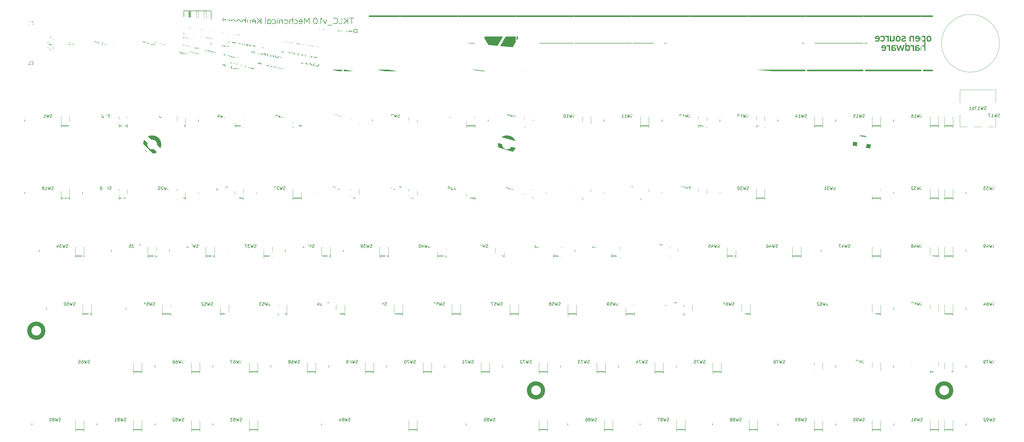
<source format=gbo>
%TF.GenerationSoftware,KiCad,Pcbnew,(6.0.2)*%
%TF.CreationDate,2022-08-23T14:47:47-07:00*%
%TF.ProjectId,tklc_v1_rgb,746b6c63-5f76-4315-9f72-67622e6b6963,rev?*%
%TF.SameCoordinates,Original*%
%TF.FileFunction,Legend,Bot*%
%TF.FilePolarity,Positive*%
%FSLAX46Y46*%
G04 Gerber Fmt 4.6, Leading zero omitted, Abs format (unit mm)*
G04 Created by KiCad (PCBNEW (6.0.2)) date 2022-08-23 14:47:47*
%MOMM*%
%LPD*%
G01*
G04 APERTURE LIST*
G04 Aperture macros list*
%AMOutline5P*
0 Free polygon, 5 corners , with rotation*
0 The origin of the aperture is its center*
0 number of corners: always 5*
0 $1 to $10 corner X, Y*
0 $11 Rotation angle, in degrees counterclockwise*
0 create outline with 5 corners*
4,1,5,$1,$2,$3,$4,$5,$6,$7,$8,$9,$10,$1,$2,$11*%
%AMOutline6P*
0 Free polygon, 6 corners , with rotation*
0 The origin of the aperture is its center*
0 number of corners: always 6*
0 $1 to $12 corner X, Y*
0 $13 Rotation angle, in degrees counterclockwise*
0 create outline with 6 corners*
4,1,6,$1,$2,$3,$4,$5,$6,$7,$8,$9,$10,$11,$12,$1,$2,$13*%
%AMOutline7P*
0 Free polygon, 7 corners , with rotation*
0 The origin of the aperture is its center*
0 number of corners: always 7*
0 $1 to $14 corner X, Y*
0 $15 Rotation angle, in degrees counterclockwise*
0 create outline with 7 corners*
4,1,7,$1,$2,$3,$4,$5,$6,$7,$8,$9,$10,$11,$12,$13,$14,$1,$2,$15*%
%AMOutline8P*
0 Free polygon, 8 corners , with rotation*
0 The origin of the aperture is its center*
0 number of corners: always 8*
0 $1 to $16 corner X, Y*
0 $17 Rotation angle, in degrees counterclockwise*
0 create outline with 8 corners*
4,1,8,$1,$2,$3,$4,$5,$6,$7,$8,$9,$10,$11,$12,$13,$14,$15,$16,$1,$2,$17*%
%AMFreePoly0*
4,1,60,1.190063,1.245106,1.205902,1.245106,1.218716,1.235796,1.233779,1.230902,1.243089,1.218089,1.255902,1.208779,1.260796,1.193716,1.270106,1.180902,1.270106,1.165063,1.275000,1.150000,1.275000,-1.150000,1.270106,-1.165063,1.270106,-1.180902,1.260796,-1.193716,1.255902,-1.208779,1.243089,-1.218089,1.233779,-1.230902,1.218716,-1.235796,1.205902,-1.245106,1.190063,-1.245106,
1.175000,-1.250000,0.000000,-1.250000,-0.004514,-1.248533,-0.021736,-1.251669,-0.077435,-1.224886,-0.106753,-1.170479,-0.098492,-1.109230,-0.091521,-1.101930,-0.010795,-0.900371,0.044511,-0.680474,0.069819,-0.455146,0.064672,-0.228459,0.029163,-0.004512,-0.036066,0.212648,-0.129836,0.419095,-0.250453,0.611098,-0.395735,0.785186,-0.563056,0.938211,-0.741488,1.061927,-0.751326,1.064177,
-0.754372,1.067666,-0.758779,1.069098,-0.774445,1.090661,-0.791970,1.110736,-0.792383,1.115351,-0.795106,1.119098,-0.795106,1.145746,-0.797484,1.172293,-0.795106,1.176269,-0.795106,1.180902,-0.779439,1.202466,-0.765762,1.225335,-0.761502,1.227154,-0.758779,1.230902,-0.733435,1.239137,-0.708922,1.249602,-0.704405,1.248569,-0.700000,1.250000,1.175000,1.250000,1.190063,1.245106,
1.190063,1.245106,$1*%
%AMFreePoly1*
4,1,63,1.190063,1.245106,1.205902,1.245106,1.218716,1.235796,1.233779,1.230902,1.243089,1.218089,1.255902,1.208779,1.260796,1.193716,1.270106,1.180902,1.270106,1.165063,1.275000,1.150000,1.275000,-1.150000,1.270106,-1.165063,1.270106,-1.180902,1.260796,-1.193716,1.255902,-1.208779,1.243089,-1.218089,1.233779,-1.230902,1.218716,-1.235796,1.205902,-1.245106,1.190063,-1.245106,
1.175000,-1.250000,0.000000,-1.250000,-0.014432,-1.245311,-0.018704,-1.246104,-0.033086,-1.239250,-0.058779,-1.230902,-0.063110,-1.224941,-0.074496,-1.219515,-0.104004,-1.165211,-0.095957,-1.103934,-0.089008,-1.096606,-0.009153,-0.895280,0.045361,-0.675735,0.070003,-0.450870,0.064330,-0.224730,0.028444,-0.001384,-0.037009,0.215151,-0.130853,0.420979,-0.251397,0.612396,-0.396475,0.785958,
-0.563475,0.938544,-0.741484,1.061926,-0.751326,1.064177,-0.754372,1.067666,-0.758779,1.069098,-0.774445,1.090661,-0.791970,1.110736,-0.792383,1.115351,-0.795106,1.119098,-0.795106,1.145746,-0.797484,1.172293,-0.795106,1.176269,-0.795106,1.180902,-0.779439,1.202466,-0.765762,1.225335,-0.761502,1.227154,-0.758779,1.230902,-0.733435,1.239137,-0.708922,1.249602,-0.704405,1.248569,
-0.700000,1.250000,1.175000,1.250000,1.190063,1.245106,1.190063,1.245106,$1*%
%AMFreePoly2*
4,1,63,1.190063,1.245106,1.205902,1.245106,1.218716,1.235796,1.233779,1.230902,1.243089,1.218089,1.255902,1.208779,1.260796,1.193716,1.270106,1.180902,1.270106,1.165063,1.275000,1.150000,1.275000,-1.150000,1.270106,-1.165063,1.270106,-1.180902,1.260796,-1.193716,1.255902,-1.208779,1.243089,-1.218089,1.233779,-1.230902,1.218716,-1.235796,1.205902,-1.245106,1.190063,-1.245106,
1.175000,-1.250000,0.000000,-1.250000,-0.009494,-1.246915,-0.020217,-1.248887,-0.055689,-1.231906,-0.058779,-1.230902,-0.059308,-1.230173,-0.075962,-1.222201,-0.105376,-1.167846,-0.097221,-1.106582,-0.090264,-1.099272,-0.009972,-0.897825,0.044937,-0.678104,0.069912,-0.453008,0.064502,-0.226594,0.028804,-0.002947,-0.036538,0.213900,-0.130345,0.420037,-0.250925,0.611747,-0.396105,0.785572,
-0.563266,0.938378,-0.741486,1.061927,-0.751326,1.064177,-0.754372,1.067666,-0.758779,1.069098,-0.774445,1.090661,-0.791970,1.110736,-0.792383,1.115351,-0.795106,1.119098,-0.795106,1.145746,-0.797484,1.172293,-0.795106,1.176269,-0.795106,1.180902,-0.779439,1.202466,-0.765762,1.225335,-0.761502,1.227154,-0.758779,1.230902,-0.733435,1.239137,-0.708922,1.249602,-0.704405,1.248569,
-0.700000,1.250000,1.175000,1.250000,1.190063,1.245106,1.190063,1.245106,$1*%
G04 Aperture macros list end*
%ADD10C,0.500000*%
%ADD11C,0.200000*%
%ADD12C,0.150000*%
%ADD13C,0.100000*%
%ADD14C,0.120000*%
%ADD15C,1.400000*%
%ADD16R,2.000000X2.000000*%
%ADD17O,2.000000X2.000000*%
%ADD18C,1.750000*%
%ADD19C,3.000000*%
%ADD20C,5.100000*%
%ADD21R,2.550000X2.550000*%
%ADD22FreePoly0,0.000000*%
%ADD23R,2.550000X2.500000*%
%ADD24R,1.700000X0.820000*%
%ADD25Outline5P,-0.850000X0.246000X-0.686000X0.410000X0.850000X0.410000X0.850000X-0.410000X-0.850000X-0.410000X0.000000*%
%ADD26C,3.200000*%
%ADD27C,1.700000*%
%ADD28O,1.700000X1.700000*%
%ADD29R,1.700000X1.700000*%
%ADD30FreePoly1,0.000000*%
%ADD31C,1.524000*%
%ADD32C,2.000000*%
%ADD33FreePoly2,0.000000*%
%ADD34R,2.000000X3.200000*%
%ADD35C,1.400000*%
%ADD36O,1.400000X1.400000*%
G04 APERTURE END LIST*
D10*
X155972006Y-99417271D02*
X354211235Y-99417271D01*
D11*
X225028314Y-90487576D02*
X262532503Y-90487728D01*
X311348699Y-90487728D02*
X311944536Y-90487728D01*
X203597046Y-90487728D02*
X193476725Y-90487424D01*
X332780526Y-90487728D02*
X315516420Y-90487424D01*
D12*
X108029157Y-92060072D02*
X117029157Y-92060072D01*
X117029157Y-92060072D02*
X117029157Y-79771942D01*
X117029157Y-79771942D02*
X108029157Y-79771942D01*
X108029157Y-79771942D02*
X108029157Y-92060072D01*
D11*
X266700224Y-90487424D02*
X266104387Y-90487424D01*
D10*
X169068892Y-81557881D02*
X354211235Y-81557881D01*
D13*
X376237816Y-90487576D02*
G75*
G03*
X376237816Y-90487576I-9525008J0D01*
G01*
D12*
X101655066Y-89939956D02*
X101655066Y-90654242D01*
X101702685Y-90797099D01*
X101797923Y-90892337D01*
X101940780Y-90939956D01*
X102036019Y-90939956D01*
X100702685Y-90939956D02*
X101178876Y-90939956D01*
X101178876Y-89939956D01*
X99797923Y-90844718D02*
X99845542Y-90892337D01*
X99988399Y-90939956D01*
X100083638Y-90939956D01*
X100226495Y-90892337D01*
X100321733Y-90797099D01*
X100369352Y-90701861D01*
X100416971Y-90511385D01*
X100416971Y-90368528D01*
X100369352Y-90178052D01*
X100321733Y-90082814D01*
X100226495Y-89987576D01*
X100083638Y-89939956D01*
X99988399Y-89939956D01*
X99845542Y-89987576D01*
X99797923Y-90035195D01*
X99083638Y-89939956D02*
X99083638Y-90654242D01*
X99131257Y-90797099D01*
X99226495Y-90892337D01*
X99369352Y-90939956D01*
X99464590Y-90939956D01*
X98131257Y-90939956D02*
X98607447Y-90939956D01*
X98607447Y-89939956D01*
X97226495Y-90844718D02*
X97274114Y-90892337D01*
X97416971Y-90939956D01*
X97512209Y-90939956D01*
X97655066Y-90892337D01*
X97750304Y-90797099D01*
X97797923Y-90701861D01*
X97845542Y-90511385D01*
X97845542Y-90368528D01*
X97797923Y-90178052D01*
X97750304Y-90082814D01*
X97655066Y-89987576D01*
X97512209Y-89939956D01*
X97416971Y-89939956D01*
X97274114Y-89987576D01*
X97226495Y-90035195D01*
X96512209Y-89939956D02*
X96512209Y-90654242D01*
X96559828Y-90797099D01*
X96655066Y-90892337D01*
X96797923Y-90939956D01*
X96893161Y-90939956D01*
X95559828Y-90939956D02*
X96036019Y-90939956D01*
X96036019Y-89939956D01*
X94655066Y-90844718D02*
X94702685Y-90892337D01*
X94845542Y-90939956D01*
X94940780Y-90939956D01*
X95083638Y-90892337D01*
X95178876Y-90797099D01*
X95226495Y-90701861D01*
X95274114Y-90511385D01*
X95274114Y-90368528D01*
X95226495Y-90178052D01*
X95178876Y-90082814D01*
X95083638Y-89987576D01*
X94940780Y-89939956D01*
X94845542Y-89939956D01*
X94702685Y-89987576D01*
X94655066Y-90035195D01*
X93940780Y-89939956D02*
X93940780Y-90654242D01*
X93988399Y-90797099D01*
X94083638Y-90892337D01*
X94226495Y-90939956D01*
X94321733Y-90939956D01*
X92988399Y-90939956D02*
X93464590Y-90939956D01*
X93464590Y-89939956D01*
X92083638Y-90844718D02*
X92131257Y-90892337D01*
X92274114Y-90939956D01*
X92369352Y-90939956D01*
X92512209Y-90892337D01*
X92607447Y-90797099D01*
X92655066Y-90701861D01*
X92702685Y-90511385D01*
X92702685Y-90368528D01*
X92655066Y-90178052D01*
X92607447Y-90082814D01*
X92512209Y-89987576D01*
X92369352Y-89939956D01*
X92274114Y-89939956D01*
X92131257Y-89987576D01*
X92083638Y-90035195D01*
%TO.C,SW46*%
X303275773Y-157726011D02*
X303132916Y-157773630D01*
X302894821Y-157773630D01*
X302799583Y-157726011D01*
X302751964Y-157678392D01*
X302704345Y-157583154D01*
X302704345Y-157487916D01*
X302751964Y-157392678D01*
X302799583Y-157345059D01*
X302894821Y-157297440D01*
X303085297Y-157249821D01*
X303180535Y-157202202D01*
X303228154Y-157154583D01*
X303275773Y-157059345D01*
X303275773Y-156964107D01*
X303228154Y-156868869D01*
X303180535Y-156821250D01*
X303085297Y-156773630D01*
X302847202Y-156773630D01*
X302704345Y-156821250D01*
X302371011Y-156773630D02*
X302132916Y-157773630D01*
X301942440Y-157059345D01*
X301751964Y-157773630D01*
X301513869Y-156773630D01*
X300704345Y-157106964D02*
X300704345Y-157773630D01*
X300942440Y-156726011D02*
X301180535Y-157440297D01*
X300561488Y-157440297D01*
X299751964Y-156773630D02*
X299942440Y-156773630D01*
X300037678Y-156821250D01*
X300085297Y-156868869D01*
X300180535Y-157011726D01*
X300228154Y-157202202D01*
X300228154Y-157583154D01*
X300180535Y-157678392D01*
X300132916Y-157726011D01*
X300037678Y-157773630D01*
X299847202Y-157773630D01*
X299751964Y-157726011D01*
X299704345Y-157678392D01*
X299656726Y-157583154D01*
X299656726Y-157345059D01*
X299704345Y-157249821D01*
X299751964Y-157202202D01*
X299847202Y-157154583D01*
X300037678Y-157154583D01*
X300132916Y-157202202D01*
X300180535Y-157249821D01*
X300228154Y-157345059D01*
X293816250Y-158504583D02*
X293816250Y-159037916D01*
%TO.C,SW6*%
X159924583Y-114863511D02*
X159781726Y-114911130D01*
X159543630Y-114911130D01*
X159448392Y-114863511D01*
X159400773Y-114815892D01*
X159353154Y-114720654D01*
X159353154Y-114625416D01*
X159400773Y-114530178D01*
X159448392Y-114482559D01*
X159543630Y-114434940D01*
X159734107Y-114387321D01*
X159829345Y-114339702D01*
X159876964Y-114292083D01*
X159924583Y-114196845D01*
X159924583Y-114101607D01*
X159876964Y-114006369D01*
X159829345Y-113958750D01*
X159734107Y-113911130D01*
X159496011Y-113911130D01*
X159353154Y-113958750D01*
X159019821Y-113911130D02*
X158781726Y-114911130D01*
X158591250Y-114196845D01*
X158400773Y-114911130D01*
X158162678Y-113911130D01*
X157353154Y-113911130D02*
X157543630Y-113911130D01*
X157638869Y-113958750D01*
X157686488Y-114006369D01*
X157781726Y-114149226D01*
X157829345Y-114339702D01*
X157829345Y-114720654D01*
X157781726Y-114815892D01*
X157734107Y-114863511D01*
X157638869Y-114911130D01*
X157448392Y-114911130D01*
X157353154Y-114863511D01*
X157305535Y-114815892D01*
X157257916Y-114720654D01*
X157257916Y-114482559D01*
X157305535Y-114387321D01*
X157353154Y-114339702D01*
X157448392Y-114292083D01*
X157638869Y-114292083D01*
X157734107Y-114339702D01*
X157781726Y-114387321D01*
X157829345Y-114482559D01*
X150941250Y-115642083D02*
X150941250Y-116175416D01*
%TO.C,SW49*%
X374713273Y-157726011D02*
X374570416Y-157773630D01*
X374332321Y-157773630D01*
X374237083Y-157726011D01*
X374189464Y-157678392D01*
X374141845Y-157583154D01*
X374141845Y-157487916D01*
X374189464Y-157392678D01*
X374237083Y-157345059D01*
X374332321Y-157297440D01*
X374522797Y-157249821D01*
X374618035Y-157202202D01*
X374665654Y-157154583D01*
X374713273Y-157059345D01*
X374713273Y-156964107D01*
X374665654Y-156868869D01*
X374618035Y-156821250D01*
X374522797Y-156773630D01*
X374284702Y-156773630D01*
X374141845Y-156821250D01*
X373808511Y-156773630D02*
X373570416Y-157773630D01*
X373379940Y-157059345D01*
X373189464Y-157773630D01*
X372951369Y-156773630D01*
X372141845Y-157106964D02*
X372141845Y-157773630D01*
X372379940Y-156726011D02*
X372618035Y-157440297D01*
X371998988Y-157440297D01*
X371570416Y-157773630D02*
X371379940Y-157773630D01*
X371284702Y-157726011D01*
X371237083Y-157678392D01*
X371141845Y-157535535D01*
X371094226Y-157345059D01*
X371094226Y-156964107D01*
X371141845Y-156868869D01*
X371189464Y-156821250D01*
X371284702Y-156773630D01*
X371475178Y-156773630D01*
X371570416Y-156821250D01*
X371618035Y-156868869D01*
X371665654Y-156964107D01*
X371665654Y-157202202D01*
X371618035Y-157297440D01*
X371570416Y-157345059D01*
X371475178Y-157392678D01*
X371284702Y-157392678D01*
X371189464Y-157345059D01*
X371141845Y-157297440D01*
X371094226Y-157202202D01*
X365253750Y-158504583D02*
X365253750Y-159037916D01*
%TO.C,SW59*%
X250888273Y-176776011D02*
X250745416Y-176823630D01*
X250507321Y-176823630D01*
X250412083Y-176776011D01*
X250364464Y-176728392D01*
X250316845Y-176633154D01*
X250316845Y-176537916D01*
X250364464Y-176442678D01*
X250412083Y-176395059D01*
X250507321Y-176347440D01*
X250697797Y-176299821D01*
X250793035Y-176252202D01*
X250840654Y-176204583D01*
X250888273Y-176109345D01*
X250888273Y-176014107D01*
X250840654Y-175918869D01*
X250793035Y-175871250D01*
X250697797Y-175823630D01*
X250459702Y-175823630D01*
X250316845Y-175871250D01*
X249983511Y-175823630D02*
X249745416Y-176823630D01*
X249554940Y-176109345D01*
X249364464Y-176823630D01*
X249126369Y-175823630D01*
X248269226Y-175823630D02*
X248745416Y-175823630D01*
X248793035Y-176299821D01*
X248745416Y-176252202D01*
X248650178Y-176204583D01*
X248412083Y-176204583D01*
X248316845Y-176252202D01*
X248269226Y-176299821D01*
X248221607Y-176395059D01*
X248221607Y-176633154D01*
X248269226Y-176728392D01*
X248316845Y-176776011D01*
X248412083Y-176823630D01*
X248650178Y-176823630D01*
X248745416Y-176776011D01*
X248793035Y-176728392D01*
X247745416Y-176823630D02*
X247554940Y-176823630D01*
X247459702Y-176776011D01*
X247412083Y-176728392D01*
X247316845Y-176585535D01*
X247269226Y-176395059D01*
X247269226Y-176014107D01*
X247316845Y-175918869D01*
X247364464Y-175871250D01*
X247459702Y-175823630D01*
X247650178Y-175823630D01*
X247745416Y-175871250D01*
X247793035Y-175918869D01*
X247840654Y-176014107D01*
X247840654Y-176252202D01*
X247793035Y-176347440D01*
X247745416Y-176395059D01*
X247650178Y-176442678D01*
X247459702Y-176442678D01*
X247364464Y-176395059D01*
X247316845Y-176347440D01*
X247269226Y-176252202D01*
X241428750Y-177554583D02*
X241428750Y-178087916D01*
%TO.C,SW42*%
X227075773Y-157726011D02*
X226932916Y-157773630D01*
X226694821Y-157773630D01*
X226599583Y-157726011D01*
X226551964Y-157678392D01*
X226504345Y-157583154D01*
X226504345Y-157487916D01*
X226551964Y-157392678D01*
X226599583Y-157345059D01*
X226694821Y-157297440D01*
X226885297Y-157249821D01*
X226980535Y-157202202D01*
X227028154Y-157154583D01*
X227075773Y-157059345D01*
X227075773Y-156964107D01*
X227028154Y-156868869D01*
X226980535Y-156821250D01*
X226885297Y-156773630D01*
X226647202Y-156773630D01*
X226504345Y-156821250D01*
X226171011Y-156773630D02*
X225932916Y-157773630D01*
X225742440Y-157059345D01*
X225551964Y-157773630D01*
X225313869Y-156773630D01*
X224504345Y-157106964D02*
X224504345Y-157773630D01*
X224742440Y-156726011D02*
X224980535Y-157440297D01*
X224361488Y-157440297D01*
X224028154Y-156868869D02*
X223980535Y-156821250D01*
X223885297Y-156773630D01*
X223647202Y-156773630D01*
X223551964Y-156821250D01*
X223504345Y-156868869D01*
X223456726Y-156964107D01*
X223456726Y-157059345D01*
X223504345Y-157202202D01*
X224075773Y-157773630D01*
X223456726Y-157773630D01*
X217616250Y-158504583D02*
X217616250Y-159037916D01*
%TO.C,WeAct RP2040-Pico*%
X85199643Y-89939956D02*
X84961548Y-90939956D01*
X84771072Y-90225671D01*
X84580595Y-90939956D01*
X84342500Y-89939956D01*
X83580595Y-90892337D02*
X83675834Y-90939956D01*
X83866310Y-90939956D01*
X83961548Y-90892337D01*
X84009167Y-90797099D01*
X84009167Y-90416147D01*
X83961548Y-90320909D01*
X83866310Y-90273290D01*
X83675834Y-90273290D01*
X83580595Y-90320909D01*
X83532976Y-90416147D01*
X83532976Y-90511385D01*
X84009167Y-90606623D01*
X83152024Y-90654242D02*
X82675834Y-90654242D01*
X83247262Y-90939956D02*
X82913929Y-89939956D01*
X82580595Y-90939956D01*
X81818691Y-90892337D02*
X81913929Y-90939956D01*
X82104405Y-90939956D01*
X82199643Y-90892337D01*
X82247262Y-90844718D01*
X82294881Y-90749480D01*
X82294881Y-90463766D01*
X82247262Y-90368528D01*
X82199643Y-90320909D01*
X82104405Y-90273290D01*
X81913929Y-90273290D01*
X81818691Y-90320909D01*
X81532976Y-90273290D02*
X81152024Y-90273290D01*
X81390119Y-89939956D02*
X81390119Y-90797099D01*
X81342500Y-90892337D01*
X81247262Y-90939956D01*
X81152024Y-90939956D01*
X79485357Y-90939956D02*
X79818691Y-90463766D01*
X80056786Y-90939956D02*
X80056786Y-89939956D01*
X79675834Y-89939956D01*
X79580595Y-89987576D01*
X79532976Y-90035195D01*
X79485357Y-90130433D01*
X79485357Y-90273290D01*
X79532976Y-90368528D01*
X79580595Y-90416147D01*
X79675834Y-90463766D01*
X80056786Y-90463766D01*
X79056786Y-90939956D02*
X79056786Y-89939956D01*
X78675834Y-89939956D01*
X78580595Y-89987576D01*
X78532976Y-90035195D01*
X78485357Y-90130433D01*
X78485357Y-90273290D01*
X78532976Y-90368528D01*
X78580595Y-90416147D01*
X78675834Y-90463766D01*
X79056786Y-90463766D01*
X78104405Y-90035195D02*
X78056786Y-89987576D01*
X77961548Y-89939956D01*
X77723453Y-89939956D01*
X77628214Y-89987576D01*
X77580595Y-90035195D01*
X77532976Y-90130433D01*
X77532976Y-90225671D01*
X77580595Y-90368528D01*
X78152024Y-90939956D01*
X77532976Y-90939956D01*
X76913929Y-89939956D02*
X76818691Y-89939956D01*
X76723453Y-89987576D01*
X76675834Y-90035195D01*
X76628214Y-90130433D01*
X76580595Y-90320909D01*
X76580595Y-90559004D01*
X76628214Y-90749480D01*
X76675834Y-90844718D01*
X76723453Y-90892337D01*
X76818691Y-90939956D01*
X76913929Y-90939956D01*
X77009167Y-90892337D01*
X77056786Y-90844718D01*
X77104405Y-90749480D01*
X77152024Y-90559004D01*
X77152024Y-90320909D01*
X77104405Y-90130433D01*
X77056786Y-90035195D01*
X77009167Y-89987576D01*
X76913929Y-89939956D01*
X75723453Y-90273290D02*
X75723453Y-90939956D01*
X75961548Y-89892337D02*
X76199643Y-90606623D01*
X75580595Y-90606623D01*
X75009167Y-89939956D02*
X74913929Y-89939956D01*
X74818691Y-89987576D01*
X74771072Y-90035195D01*
X74723453Y-90130433D01*
X74675834Y-90320909D01*
X74675834Y-90559004D01*
X74723453Y-90749480D01*
X74771072Y-90844718D01*
X74818691Y-90892337D01*
X74913929Y-90939956D01*
X75009167Y-90939956D01*
X75104405Y-90892337D01*
X75152024Y-90844718D01*
X75199643Y-90749480D01*
X75247262Y-90559004D01*
X75247262Y-90320909D01*
X75199643Y-90130433D01*
X75152024Y-90035195D01*
X75104405Y-89987576D01*
X75009167Y-89939956D01*
X74247262Y-90559004D02*
X73485357Y-90559004D01*
X73009167Y-90939956D02*
X73009167Y-89939956D01*
X72628214Y-89939956D01*
X72532976Y-89987576D01*
X72485357Y-90035195D01*
X72437738Y-90130433D01*
X72437738Y-90273290D01*
X72485357Y-90368528D01*
X72532976Y-90416147D01*
X72628214Y-90463766D01*
X73009167Y-90463766D01*
X72009167Y-90939956D02*
X72009167Y-90273290D01*
X72009167Y-89939956D02*
X72056786Y-89987576D01*
X72009167Y-90035195D01*
X71961548Y-89987576D01*
X72009167Y-89939956D01*
X72009167Y-90035195D01*
X71104405Y-90892337D02*
X71199643Y-90939956D01*
X71390119Y-90939956D01*
X71485357Y-90892337D01*
X71532976Y-90844718D01*
X71580595Y-90749480D01*
X71580595Y-90463766D01*
X71532976Y-90368528D01*
X71485357Y-90320909D01*
X71390119Y-90273290D01*
X71199643Y-90273290D01*
X71104405Y-90320909D01*
X70532976Y-90939956D02*
X70628214Y-90892337D01*
X70675834Y-90844718D01*
X70723453Y-90749480D01*
X70723453Y-90463766D01*
X70675834Y-90368528D01*
X70628214Y-90320909D01*
X70532976Y-90273290D01*
X70390119Y-90273290D01*
X70294881Y-90320909D01*
X70247262Y-90368528D01*
X70199643Y-90463766D01*
X70199643Y-90749480D01*
X70247262Y-90844718D01*
X70294881Y-90892337D01*
X70390119Y-90939956D01*
X70532976Y-90939956D01*
%TO.C,SW1*%
X64674583Y-114863511D02*
X64531726Y-114911130D01*
X64293630Y-114911130D01*
X64198392Y-114863511D01*
X64150773Y-114815892D01*
X64103154Y-114720654D01*
X64103154Y-114625416D01*
X64150773Y-114530178D01*
X64198392Y-114482559D01*
X64293630Y-114434940D01*
X64484107Y-114387321D01*
X64579345Y-114339702D01*
X64626964Y-114292083D01*
X64674583Y-114196845D01*
X64674583Y-114101607D01*
X64626964Y-114006369D01*
X64579345Y-113958750D01*
X64484107Y-113911130D01*
X64246011Y-113911130D01*
X64103154Y-113958750D01*
X63769821Y-113911130D02*
X63531726Y-114911130D01*
X63341250Y-114196845D01*
X63150773Y-114911130D01*
X62912678Y-113911130D01*
X62007916Y-114911130D02*
X62579345Y-114911130D01*
X62293630Y-114911130D02*
X62293630Y-113911130D01*
X62388869Y-114053988D01*
X62484107Y-114149226D01*
X62579345Y-114196845D01*
X55691250Y-115642083D02*
X55691250Y-116175416D01*
%TO.C,SW66*%
X108013273Y-195826011D02*
X107870416Y-195873630D01*
X107632321Y-195873630D01*
X107537083Y-195826011D01*
X107489464Y-195778392D01*
X107441845Y-195683154D01*
X107441845Y-195587916D01*
X107489464Y-195492678D01*
X107537083Y-195445059D01*
X107632321Y-195397440D01*
X107822797Y-195349821D01*
X107918035Y-195302202D01*
X107965654Y-195254583D01*
X108013273Y-195159345D01*
X108013273Y-195064107D01*
X107965654Y-194968869D01*
X107918035Y-194921250D01*
X107822797Y-194873630D01*
X107584702Y-194873630D01*
X107441845Y-194921250D01*
X107108511Y-194873630D02*
X106870416Y-195873630D01*
X106679940Y-195159345D01*
X106489464Y-195873630D01*
X106251369Y-194873630D01*
X105441845Y-194873630D02*
X105632321Y-194873630D01*
X105727559Y-194921250D01*
X105775178Y-194968869D01*
X105870416Y-195111726D01*
X105918035Y-195302202D01*
X105918035Y-195683154D01*
X105870416Y-195778392D01*
X105822797Y-195826011D01*
X105727559Y-195873630D01*
X105537083Y-195873630D01*
X105441845Y-195826011D01*
X105394226Y-195778392D01*
X105346607Y-195683154D01*
X105346607Y-195445059D01*
X105394226Y-195349821D01*
X105441845Y-195302202D01*
X105537083Y-195254583D01*
X105727559Y-195254583D01*
X105822797Y-195302202D01*
X105870416Y-195349821D01*
X105918035Y-195445059D01*
X104489464Y-194873630D02*
X104679940Y-194873630D01*
X104775178Y-194921250D01*
X104822797Y-194968869D01*
X104918035Y-195111726D01*
X104965654Y-195302202D01*
X104965654Y-195683154D01*
X104918035Y-195778392D01*
X104870416Y-195826011D01*
X104775178Y-195873630D01*
X104584702Y-195873630D01*
X104489464Y-195826011D01*
X104441845Y-195778392D01*
X104394226Y-195683154D01*
X104394226Y-195445059D01*
X104441845Y-195349821D01*
X104489464Y-195302202D01*
X104584702Y-195254583D01*
X104775178Y-195254583D01*
X104870416Y-195302202D01*
X104918035Y-195349821D01*
X104965654Y-195445059D01*
X98553750Y-196604583D02*
X98553750Y-197137916D01*
%TO.C,SW14*%
X312800773Y-114863511D02*
X312657916Y-114911130D01*
X312419821Y-114911130D01*
X312324583Y-114863511D01*
X312276964Y-114815892D01*
X312229345Y-114720654D01*
X312229345Y-114625416D01*
X312276964Y-114530178D01*
X312324583Y-114482559D01*
X312419821Y-114434940D01*
X312610297Y-114387321D01*
X312705535Y-114339702D01*
X312753154Y-114292083D01*
X312800773Y-114196845D01*
X312800773Y-114101607D01*
X312753154Y-114006369D01*
X312705535Y-113958750D01*
X312610297Y-113911130D01*
X312372202Y-113911130D01*
X312229345Y-113958750D01*
X311896011Y-113911130D02*
X311657916Y-114911130D01*
X311467440Y-114196845D01*
X311276964Y-114911130D01*
X311038869Y-113911130D01*
X310134107Y-114911130D02*
X310705535Y-114911130D01*
X310419821Y-114911130D02*
X310419821Y-113911130D01*
X310515059Y-114053988D01*
X310610297Y-114149226D01*
X310705535Y-114196845D01*
X309276964Y-114244464D02*
X309276964Y-114911130D01*
X309515059Y-113863511D02*
X309753154Y-114577797D01*
X309134107Y-114577797D01*
X303341250Y-115642083D02*
X303341250Y-116175416D01*
%TO.C,SW21*%
X122300773Y-138676011D02*
X122157916Y-138723630D01*
X121919821Y-138723630D01*
X121824583Y-138676011D01*
X121776964Y-138628392D01*
X121729345Y-138533154D01*
X121729345Y-138437916D01*
X121776964Y-138342678D01*
X121824583Y-138295059D01*
X121919821Y-138247440D01*
X122110297Y-138199821D01*
X122205535Y-138152202D01*
X122253154Y-138104583D01*
X122300773Y-138009345D01*
X122300773Y-137914107D01*
X122253154Y-137818869D01*
X122205535Y-137771250D01*
X122110297Y-137723630D01*
X121872202Y-137723630D01*
X121729345Y-137771250D01*
X121396011Y-137723630D02*
X121157916Y-138723630D01*
X120967440Y-138009345D01*
X120776964Y-138723630D01*
X120538869Y-137723630D01*
X120205535Y-137818869D02*
X120157916Y-137771250D01*
X120062678Y-137723630D01*
X119824583Y-137723630D01*
X119729345Y-137771250D01*
X119681726Y-137818869D01*
X119634107Y-137914107D01*
X119634107Y-138009345D01*
X119681726Y-138152202D01*
X120253154Y-138723630D01*
X119634107Y-138723630D01*
X118681726Y-138723630D02*
X119253154Y-138723630D01*
X118967440Y-138723630D02*
X118967440Y-137723630D01*
X119062678Y-137866488D01*
X119157916Y-137961726D01*
X119253154Y-138009345D01*
X112841250Y-139454583D02*
X112841250Y-139987916D01*
%TO.C,SW27*%
X236600773Y-138676011D02*
X236457916Y-138723630D01*
X236219821Y-138723630D01*
X236124583Y-138676011D01*
X236076964Y-138628392D01*
X236029345Y-138533154D01*
X236029345Y-138437916D01*
X236076964Y-138342678D01*
X236124583Y-138295059D01*
X236219821Y-138247440D01*
X236410297Y-138199821D01*
X236505535Y-138152202D01*
X236553154Y-138104583D01*
X236600773Y-138009345D01*
X236600773Y-137914107D01*
X236553154Y-137818869D01*
X236505535Y-137771250D01*
X236410297Y-137723630D01*
X236172202Y-137723630D01*
X236029345Y-137771250D01*
X235696011Y-137723630D02*
X235457916Y-138723630D01*
X235267440Y-138009345D01*
X235076964Y-138723630D01*
X234838869Y-137723630D01*
X234505535Y-137818869D02*
X234457916Y-137771250D01*
X234362678Y-137723630D01*
X234124583Y-137723630D01*
X234029345Y-137771250D01*
X233981726Y-137818869D01*
X233934107Y-137914107D01*
X233934107Y-138009345D01*
X233981726Y-138152202D01*
X234553154Y-138723630D01*
X233934107Y-138723630D01*
X233600773Y-137723630D02*
X232934107Y-137723630D01*
X233362678Y-138723630D01*
X227141250Y-139454583D02*
X227141250Y-139987916D01*
%TO.C,SW28*%
X255650773Y-138676011D02*
X255507916Y-138723630D01*
X255269821Y-138723630D01*
X255174583Y-138676011D01*
X255126964Y-138628392D01*
X255079345Y-138533154D01*
X255079345Y-138437916D01*
X255126964Y-138342678D01*
X255174583Y-138295059D01*
X255269821Y-138247440D01*
X255460297Y-138199821D01*
X255555535Y-138152202D01*
X255603154Y-138104583D01*
X255650773Y-138009345D01*
X255650773Y-137914107D01*
X255603154Y-137818869D01*
X255555535Y-137771250D01*
X255460297Y-137723630D01*
X255222202Y-137723630D01*
X255079345Y-137771250D01*
X254746011Y-137723630D02*
X254507916Y-138723630D01*
X254317440Y-138009345D01*
X254126964Y-138723630D01*
X253888869Y-137723630D01*
X253555535Y-137818869D02*
X253507916Y-137771250D01*
X253412678Y-137723630D01*
X253174583Y-137723630D01*
X253079345Y-137771250D01*
X253031726Y-137818869D01*
X252984107Y-137914107D01*
X252984107Y-138009345D01*
X253031726Y-138152202D01*
X253603154Y-138723630D01*
X252984107Y-138723630D01*
X252412678Y-138152202D02*
X252507916Y-138104583D01*
X252555535Y-138056964D01*
X252603154Y-137961726D01*
X252603154Y-137914107D01*
X252555535Y-137818869D01*
X252507916Y-137771250D01*
X252412678Y-137723630D01*
X252222202Y-137723630D01*
X252126964Y-137771250D01*
X252079345Y-137818869D01*
X252031726Y-137914107D01*
X252031726Y-137961726D01*
X252079345Y-138056964D01*
X252126964Y-138104583D01*
X252222202Y-138152202D01*
X252412678Y-138152202D01*
X252507916Y-138199821D01*
X252555535Y-138247440D01*
X252603154Y-138342678D01*
X252603154Y-138533154D01*
X252555535Y-138628392D01*
X252507916Y-138676011D01*
X252412678Y-138723630D01*
X252222202Y-138723630D01*
X252126964Y-138676011D01*
X252079345Y-138628392D01*
X252031726Y-138533154D01*
X252031726Y-138342678D01*
X252079345Y-138247440D01*
X252126964Y-138199821D01*
X252222202Y-138152202D01*
X246191250Y-139454583D02*
X246191250Y-139987916D01*
%TO.C,SW7*%
X178974583Y-114863511D02*
X178831726Y-114911130D01*
X178593630Y-114911130D01*
X178498392Y-114863511D01*
X178450773Y-114815892D01*
X178403154Y-114720654D01*
X178403154Y-114625416D01*
X178450773Y-114530178D01*
X178498392Y-114482559D01*
X178593630Y-114434940D01*
X178784107Y-114387321D01*
X178879345Y-114339702D01*
X178926964Y-114292083D01*
X178974583Y-114196845D01*
X178974583Y-114101607D01*
X178926964Y-114006369D01*
X178879345Y-113958750D01*
X178784107Y-113911130D01*
X178546011Y-113911130D01*
X178403154Y-113958750D01*
X178069821Y-113911130D02*
X177831726Y-114911130D01*
X177641250Y-114196845D01*
X177450773Y-114911130D01*
X177212678Y-113911130D01*
X176926964Y-113911130D02*
X176260297Y-113911130D01*
X176688869Y-114911130D01*
X169991250Y-115642083D02*
X169991250Y-116175416D01*
%TO.C,SW2*%
X83724583Y-114863511D02*
X83581726Y-114911130D01*
X83343630Y-114911130D01*
X83248392Y-114863511D01*
X83200773Y-114815892D01*
X83153154Y-114720654D01*
X83153154Y-114625416D01*
X83200773Y-114530178D01*
X83248392Y-114482559D01*
X83343630Y-114434940D01*
X83534107Y-114387321D01*
X83629345Y-114339702D01*
X83676964Y-114292083D01*
X83724583Y-114196845D01*
X83724583Y-114101607D01*
X83676964Y-114006369D01*
X83629345Y-113958750D01*
X83534107Y-113911130D01*
X83296011Y-113911130D01*
X83153154Y-113958750D01*
X82819821Y-113911130D02*
X82581726Y-114911130D01*
X82391250Y-114196845D01*
X82200773Y-114911130D01*
X81962678Y-113911130D01*
X81629345Y-114006369D02*
X81581726Y-113958750D01*
X81486488Y-113911130D01*
X81248392Y-113911130D01*
X81153154Y-113958750D01*
X81105535Y-114006369D01*
X81057916Y-114101607D01*
X81057916Y-114196845D01*
X81105535Y-114339702D01*
X81676964Y-114911130D01*
X81057916Y-114911130D01*
X74741250Y-115642083D02*
X74741250Y-116175416D01*
%TO.C,SW45*%
X284225773Y-157726011D02*
X284082916Y-157773630D01*
X283844821Y-157773630D01*
X283749583Y-157726011D01*
X283701964Y-157678392D01*
X283654345Y-157583154D01*
X283654345Y-157487916D01*
X283701964Y-157392678D01*
X283749583Y-157345059D01*
X283844821Y-157297440D01*
X284035297Y-157249821D01*
X284130535Y-157202202D01*
X284178154Y-157154583D01*
X284225773Y-157059345D01*
X284225773Y-156964107D01*
X284178154Y-156868869D01*
X284130535Y-156821250D01*
X284035297Y-156773630D01*
X283797202Y-156773630D01*
X283654345Y-156821250D01*
X283321011Y-156773630D02*
X283082916Y-157773630D01*
X282892440Y-157059345D01*
X282701964Y-157773630D01*
X282463869Y-156773630D01*
X281654345Y-157106964D02*
X281654345Y-157773630D01*
X281892440Y-156726011D02*
X282130535Y-157440297D01*
X281511488Y-157440297D01*
X280654345Y-156773630D02*
X281130535Y-156773630D01*
X281178154Y-157249821D01*
X281130535Y-157202202D01*
X281035297Y-157154583D01*
X280797202Y-157154583D01*
X280701964Y-157202202D01*
X280654345Y-157249821D01*
X280606726Y-157345059D01*
X280606726Y-157583154D01*
X280654345Y-157678392D01*
X280701964Y-157726011D01*
X280797202Y-157773630D01*
X281035297Y-157773630D01*
X281130535Y-157726011D01*
X281178154Y-157678392D01*
X274766250Y-158504583D02*
X274766250Y-159037916D01*
%TO.C,SW91*%
X350900773Y-214876011D02*
X350757916Y-214923630D01*
X350519821Y-214923630D01*
X350424583Y-214876011D01*
X350376964Y-214828392D01*
X350329345Y-214733154D01*
X350329345Y-214637916D01*
X350376964Y-214542678D01*
X350424583Y-214495059D01*
X350519821Y-214447440D01*
X350710297Y-214399821D01*
X350805535Y-214352202D01*
X350853154Y-214304583D01*
X350900773Y-214209345D01*
X350900773Y-214114107D01*
X350853154Y-214018869D01*
X350805535Y-213971250D01*
X350710297Y-213923630D01*
X350472202Y-213923630D01*
X350329345Y-213971250D01*
X349996011Y-213923630D02*
X349757916Y-214923630D01*
X349567440Y-214209345D01*
X349376964Y-214923630D01*
X349138869Y-213923630D01*
X348710297Y-214923630D02*
X348519821Y-214923630D01*
X348424583Y-214876011D01*
X348376964Y-214828392D01*
X348281726Y-214685535D01*
X348234107Y-214495059D01*
X348234107Y-214114107D01*
X348281726Y-214018869D01*
X348329345Y-213971250D01*
X348424583Y-213923630D01*
X348615059Y-213923630D01*
X348710297Y-213971250D01*
X348757916Y-214018869D01*
X348805535Y-214114107D01*
X348805535Y-214352202D01*
X348757916Y-214447440D01*
X348710297Y-214495059D01*
X348615059Y-214542678D01*
X348424583Y-214542678D01*
X348329345Y-214495059D01*
X348281726Y-214447440D01*
X348234107Y-214352202D01*
X347281726Y-214923630D02*
X347853154Y-214923630D01*
X347567440Y-214923630D02*
X347567440Y-213923630D01*
X347662678Y-214066488D01*
X347757916Y-214161726D01*
X347853154Y-214209345D01*
X341441250Y-215654583D02*
X341441250Y-216187916D01*
%TO.C,SW5*%
X140874583Y-114863511D02*
X140731726Y-114911130D01*
X140493630Y-114911130D01*
X140398392Y-114863511D01*
X140350773Y-114815892D01*
X140303154Y-114720654D01*
X140303154Y-114625416D01*
X140350773Y-114530178D01*
X140398392Y-114482559D01*
X140493630Y-114434940D01*
X140684107Y-114387321D01*
X140779345Y-114339702D01*
X140826964Y-114292083D01*
X140874583Y-114196845D01*
X140874583Y-114101607D01*
X140826964Y-114006369D01*
X140779345Y-113958750D01*
X140684107Y-113911130D01*
X140446011Y-113911130D01*
X140303154Y-113958750D01*
X139969821Y-113911130D02*
X139731726Y-114911130D01*
X139541250Y-114196845D01*
X139350773Y-114911130D01*
X139112678Y-113911130D01*
X138255535Y-113911130D02*
X138731726Y-113911130D01*
X138779345Y-114387321D01*
X138731726Y-114339702D01*
X138636488Y-114292083D01*
X138398392Y-114292083D01*
X138303154Y-114339702D01*
X138255535Y-114387321D01*
X138207916Y-114482559D01*
X138207916Y-114720654D01*
X138255535Y-114815892D01*
X138303154Y-114863511D01*
X138398392Y-114911130D01*
X138636488Y-114911130D01*
X138731726Y-114863511D01*
X138779345Y-114815892D01*
X131891250Y-115642083D02*
X131891250Y-116175416D01*
%TO.C,SW11*%
X255650773Y-114863511D02*
X255507916Y-114911130D01*
X255269821Y-114911130D01*
X255174583Y-114863511D01*
X255126964Y-114815892D01*
X255079345Y-114720654D01*
X255079345Y-114625416D01*
X255126964Y-114530178D01*
X255174583Y-114482559D01*
X255269821Y-114434940D01*
X255460297Y-114387321D01*
X255555535Y-114339702D01*
X255603154Y-114292083D01*
X255650773Y-114196845D01*
X255650773Y-114101607D01*
X255603154Y-114006369D01*
X255555535Y-113958750D01*
X255460297Y-113911130D01*
X255222202Y-113911130D01*
X255079345Y-113958750D01*
X254746011Y-113911130D02*
X254507916Y-114911130D01*
X254317440Y-114196845D01*
X254126964Y-114911130D01*
X253888869Y-113911130D01*
X252984107Y-114911130D02*
X253555535Y-114911130D01*
X253269821Y-114911130D02*
X253269821Y-113911130D01*
X253365059Y-114053988D01*
X253460297Y-114149226D01*
X253555535Y-114196845D01*
X252031726Y-114911130D02*
X252603154Y-114911130D01*
X252317440Y-114911130D02*
X252317440Y-113911130D01*
X252412678Y-114053988D01*
X252507916Y-114149226D01*
X252603154Y-114196845D01*
X246191250Y-115642083D02*
X246191250Y-116175416D01*
%TO.C,SW41*%
X208025773Y-157726011D02*
X207882916Y-157773630D01*
X207644821Y-157773630D01*
X207549583Y-157726011D01*
X207501964Y-157678392D01*
X207454345Y-157583154D01*
X207454345Y-157487916D01*
X207501964Y-157392678D01*
X207549583Y-157345059D01*
X207644821Y-157297440D01*
X207835297Y-157249821D01*
X207930535Y-157202202D01*
X207978154Y-157154583D01*
X208025773Y-157059345D01*
X208025773Y-156964107D01*
X207978154Y-156868869D01*
X207930535Y-156821250D01*
X207835297Y-156773630D01*
X207597202Y-156773630D01*
X207454345Y-156821250D01*
X207121011Y-156773630D02*
X206882916Y-157773630D01*
X206692440Y-157059345D01*
X206501964Y-157773630D01*
X206263869Y-156773630D01*
X205454345Y-157106964D02*
X205454345Y-157773630D01*
X205692440Y-156726011D02*
X205930535Y-157440297D01*
X205311488Y-157440297D01*
X204406726Y-157773630D02*
X204978154Y-157773630D01*
X204692440Y-157773630D02*
X204692440Y-156773630D01*
X204787678Y-156916488D01*
X204882916Y-157011726D01*
X204978154Y-157059345D01*
X198566250Y-158504583D02*
X198566250Y-159037916D01*
%TO.C,SW22*%
X141350773Y-138676011D02*
X141207916Y-138723630D01*
X140969821Y-138723630D01*
X140874583Y-138676011D01*
X140826964Y-138628392D01*
X140779345Y-138533154D01*
X140779345Y-138437916D01*
X140826964Y-138342678D01*
X140874583Y-138295059D01*
X140969821Y-138247440D01*
X141160297Y-138199821D01*
X141255535Y-138152202D01*
X141303154Y-138104583D01*
X141350773Y-138009345D01*
X141350773Y-137914107D01*
X141303154Y-137818869D01*
X141255535Y-137771250D01*
X141160297Y-137723630D01*
X140922202Y-137723630D01*
X140779345Y-137771250D01*
X140446011Y-137723630D02*
X140207916Y-138723630D01*
X140017440Y-138009345D01*
X139826964Y-138723630D01*
X139588869Y-137723630D01*
X139255535Y-137818869D02*
X139207916Y-137771250D01*
X139112678Y-137723630D01*
X138874583Y-137723630D01*
X138779345Y-137771250D01*
X138731726Y-137818869D01*
X138684107Y-137914107D01*
X138684107Y-138009345D01*
X138731726Y-138152202D01*
X139303154Y-138723630D01*
X138684107Y-138723630D01*
X138303154Y-137818869D02*
X138255535Y-137771250D01*
X138160297Y-137723630D01*
X137922202Y-137723630D01*
X137826964Y-137771250D01*
X137779345Y-137818869D01*
X137731726Y-137914107D01*
X137731726Y-138009345D01*
X137779345Y-138152202D01*
X138350773Y-138723630D01*
X137731726Y-138723630D01*
X131891250Y-139454583D02*
X131891250Y-139987916D01*
%TO.C,SW52*%
X117538273Y-176776011D02*
X117395416Y-176823630D01*
X117157321Y-176823630D01*
X117062083Y-176776011D01*
X117014464Y-176728392D01*
X116966845Y-176633154D01*
X116966845Y-176537916D01*
X117014464Y-176442678D01*
X117062083Y-176395059D01*
X117157321Y-176347440D01*
X117347797Y-176299821D01*
X117443035Y-176252202D01*
X117490654Y-176204583D01*
X117538273Y-176109345D01*
X117538273Y-176014107D01*
X117490654Y-175918869D01*
X117443035Y-175871250D01*
X117347797Y-175823630D01*
X117109702Y-175823630D01*
X116966845Y-175871250D01*
X116633511Y-175823630D02*
X116395416Y-176823630D01*
X116204940Y-176109345D01*
X116014464Y-176823630D01*
X115776369Y-175823630D01*
X114919226Y-175823630D02*
X115395416Y-175823630D01*
X115443035Y-176299821D01*
X115395416Y-176252202D01*
X115300178Y-176204583D01*
X115062083Y-176204583D01*
X114966845Y-176252202D01*
X114919226Y-176299821D01*
X114871607Y-176395059D01*
X114871607Y-176633154D01*
X114919226Y-176728392D01*
X114966845Y-176776011D01*
X115062083Y-176823630D01*
X115300178Y-176823630D01*
X115395416Y-176776011D01*
X115443035Y-176728392D01*
X114490654Y-175918869D02*
X114443035Y-175871250D01*
X114347797Y-175823630D01*
X114109702Y-175823630D01*
X114014464Y-175871250D01*
X113966845Y-175918869D01*
X113919226Y-176014107D01*
X113919226Y-176109345D01*
X113966845Y-176252202D01*
X114538273Y-176823630D01*
X113919226Y-176823630D01*
X108078750Y-177554583D02*
X108078750Y-178087916D01*
%TO.C,SW50*%
X72294523Y-176776011D02*
X72151666Y-176823630D01*
X71913571Y-176823630D01*
X71818333Y-176776011D01*
X71770714Y-176728392D01*
X71723095Y-176633154D01*
X71723095Y-176537916D01*
X71770714Y-176442678D01*
X71818333Y-176395059D01*
X71913571Y-176347440D01*
X72104047Y-176299821D01*
X72199285Y-176252202D01*
X72246904Y-176204583D01*
X72294523Y-176109345D01*
X72294523Y-176014107D01*
X72246904Y-175918869D01*
X72199285Y-175871250D01*
X72104047Y-175823630D01*
X71865952Y-175823630D01*
X71723095Y-175871250D01*
X71389761Y-175823630D02*
X71151666Y-176823630D01*
X70961190Y-176109345D01*
X70770714Y-176823630D01*
X70532619Y-175823630D01*
X69675476Y-175823630D02*
X70151666Y-175823630D01*
X70199285Y-176299821D01*
X70151666Y-176252202D01*
X70056428Y-176204583D01*
X69818333Y-176204583D01*
X69723095Y-176252202D01*
X69675476Y-176299821D01*
X69627857Y-176395059D01*
X69627857Y-176633154D01*
X69675476Y-176728392D01*
X69723095Y-176776011D01*
X69818333Y-176823630D01*
X70056428Y-176823630D01*
X70151666Y-176776011D01*
X70199285Y-176728392D01*
X69008809Y-175823630D02*
X68913571Y-175823630D01*
X68818333Y-175871250D01*
X68770714Y-175918869D01*
X68723095Y-176014107D01*
X68675476Y-176204583D01*
X68675476Y-176442678D01*
X68723095Y-176633154D01*
X68770714Y-176728392D01*
X68818333Y-176776011D01*
X68913571Y-176823630D01*
X69008809Y-176823630D01*
X69104047Y-176776011D01*
X69151666Y-176728392D01*
X69199285Y-176633154D01*
X69246904Y-176442678D01*
X69246904Y-176204583D01*
X69199285Y-176014107D01*
X69151666Y-175918869D01*
X69104047Y-175871250D01*
X69008809Y-175823630D01*
X62835000Y-177564583D02*
X62835000Y-178097916D01*
%TO.C,SW90*%
X331850773Y-214876011D02*
X331707916Y-214923630D01*
X331469821Y-214923630D01*
X331374583Y-214876011D01*
X331326964Y-214828392D01*
X331279345Y-214733154D01*
X331279345Y-214637916D01*
X331326964Y-214542678D01*
X331374583Y-214495059D01*
X331469821Y-214447440D01*
X331660297Y-214399821D01*
X331755535Y-214352202D01*
X331803154Y-214304583D01*
X331850773Y-214209345D01*
X331850773Y-214114107D01*
X331803154Y-214018869D01*
X331755535Y-213971250D01*
X331660297Y-213923630D01*
X331422202Y-213923630D01*
X331279345Y-213971250D01*
X330946011Y-213923630D02*
X330707916Y-214923630D01*
X330517440Y-214209345D01*
X330326964Y-214923630D01*
X330088869Y-213923630D01*
X329660297Y-214923630D02*
X329469821Y-214923630D01*
X329374583Y-214876011D01*
X329326964Y-214828392D01*
X329231726Y-214685535D01*
X329184107Y-214495059D01*
X329184107Y-214114107D01*
X329231726Y-214018869D01*
X329279345Y-213971250D01*
X329374583Y-213923630D01*
X329565059Y-213923630D01*
X329660297Y-213971250D01*
X329707916Y-214018869D01*
X329755535Y-214114107D01*
X329755535Y-214352202D01*
X329707916Y-214447440D01*
X329660297Y-214495059D01*
X329565059Y-214542678D01*
X329374583Y-214542678D01*
X329279345Y-214495059D01*
X329231726Y-214447440D01*
X329184107Y-214352202D01*
X328565059Y-213923630D02*
X328469821Y-213923630D01*
X328374583Y-213971250D01*
X328326964Y-214018869D01*
X328279345Y-214114107D01*
X328231726Y-214304583D01*
X328231726Y-214542678D01*
X328279345Y-214733154D01*
X328326964Y-214828392D01*
X328374583Y-214876011D01*
X328469821Y-214923630D01*
X328565059Y-214923630D01*
X328660297Y-214876011D01*
X328707916Y-214828392D01*
X328755535Y-214733154D01*
X328803154Y-214542678D01*
X328803154Y-214304583D01*
X328755535Y-214114107D01*
X328707916Y-214018869D01*
X328660297Y-213971250D01*
X328565059Y-213923630D01*
X322391250Y-215654583D02*
X322391250Y-216187916D01*
%TO.C,SW19*%
X84200773Y-138676011D02*
X84057916Y-138723630D01*
X83819821Y-138723630D01*
X83724583Y-138676011D01*
X83676964Y-138628392D01*
X83629345Y-138533154D01*
X83629345Y-138437916D01*
X83676964Y-138342678D01*
X83724583Y-138295059D01*
X83819821Y-138247440D01*
X84010297Y-138199821D01*
X84105535Y-138152202D01*
X84153154Y-138104583D01*
X84200773Y-138009345D01*
X84200773Y-137914107D01*
X84153154Y-137818869D01*
X84105535Y-137771250D01*
X84010297Y-137723630D01*
X83772202Y-137723630D01*
X83629345Y-137771250D01*
X83296011Y-137723630D02*
X83057916Y-138723630D01*
X82867440Y-138009345D01*
X82676964Y-138723630D01*
X82438869Y-137723630D01*
X81534107Y-138723630D02*
X82105535Y-138723630D01*
X81819821Y-138723630D02*
X81819821Y-137723630D01*
X81915059Y-137866488D01*
X82010297Y-137961726D01*
X82105535Y-138009345D01*
X81057916Y-138723630D02*
X80867440Y-138723630D01*
X80772202Y-138676011D01*
X80724583Y-138628392D01*
X80629345Y-138485535D01*
X80581726Y-138295059D01*
X80581726Y-137914107D01*
X80629345Y-137818869D01*
X80676964Y-137771250D01*
X80772202Y-137723630D01*
X80962678Y-137723630D01*
X81057916Y-137771250D01*
X81105535Y-137818869D01*
X81153154Y-137914107D01*
X81153154Y-138152202D01*
X81105535Y-138247440D01*
X81057916Y-138295059D01*
X80962678Y-138342678D01*
X80772202Y-138342678D01*
X80676964Y-138295059D01*
X80629345Y-138247440D01*
X80581726Y-138152202D01*
X74741250Y-139454583D02*
X74741250Y-139987916D01*
%TO.C,SW68*%
X146113273Y-195826011D02*
X145970416Y-195873630D01*
X145732321Y-195873630D01*
X145637083Y-195826011D01*
X145589464Y-195778392D01*
X145541845Y-195683154D01*
X145541845Y-195587916D01*
X145589464Y-195492678D01*
X145637083Y-195445059D01*
X145732321Y-195397440D01*
X145922797Y-195349821D01*
X146018035Y-195302202D01*
X146065654Y-195254583D01*
X146113273Y-195159345D01*
X146113273Y-195064107D01*
X146065654Y-194968869D01*
X146018035Y-194921250D01*
X145922797Y-194873630D01*
X145684702Y-194873630D01*
X145541845Y-194921250D01*
X145208511Y-194873630D02*
X144970416Y-195873630D01*
X144779940Y-195159345D01*
X144589464Y-195873630D01*
X144351369Y-194873630D01*
X143541845Y-194873630D02*
X143732321Y-194873630D01*
X143827559Y-194921250D01*
X143875178Y-194968869D01*
X143970416Y-195111726D01*
X144018035Y-195302202D01*
X144018035Y-195683154D01*
X143970416Y-195778392D01*
X143922797Y-195826011D01*
X143827559Y-195873630D01*
X143637083Y-195873630D01*
X143541845Y-195826011D01*
X143494226Y-195778392D01*
X143446607Y-195683154D01*
X143446607Y-195445059D01*
X143494226Y-195349821D01*
X143541845Y-195302202D01*
X143637083Y-195254583D01*
X143827559Y-195254583D01*
X143922797Y-195302202D01*
X143970416Y-195349821D01*
X144018035Y-195445059D01*
X142875178Y-195302202D02*
X142970416Y-195254583D01*
X143018035Y-195206964D01*
X143065654Y-195111726D01*
X143065654Y-195064107D01*
X143018035Y-194968869D01*
X142970416Y-194921250D01*
X142875178Y-194873630D01*
X142684702Y-194873630D01*
X142589464Y-194921250D01*
X142541845Y-194968869D01*
X142494226Y-195064107D01*
X142494226Y-195111726D01*
X142541845Y-195206964D01*
X142589464Y-195254583D01*
X142684702Y-195302202D01*
X142875178Y-195302202D01*
X142970416Y-195349821D01*
X143018035Y-195397440D01*
X143065654Y-195492678D01*
X143065654Y-195683154D01*
X143018035Y-195778392D01*
X142970416Y-195826011D01*
X142875178Y-195873630D01*
X142684702Y-195873630D01*
X142589464Y-195826011D01*
X142541845Y-195778392D01*
X142494226Y-195683154D01*
X142494226Y-195492678D01*
X142541845Y-195397440D01*
X142589464Y-195349821D01*
X142684702Y-195302202D01*
X136653750Y-196604583D02*
X136653750Y-197137916D01*
%TO.C,SW8*%
X198024583Y-114863511D02*
X197881726Y-114911130D01*
X197643630Y-114911130D01*
X197548392Y-114863511D01*
X197500773Y-114815892D01*
X197453154Y-114720654D01*
X197453154Y-114625416D01*
X197500773Y-114530178D01*
X197548392Y-114482559D01*
X197643630Y-114434940D01*
X197834107Y-114387321D01*
X197929345Y-114339702D01*
X197976964Y-114292083D01*
X198024583Y-114196845D01*
X198024583Y-114101607D01*
X197976964Y-114006369D01*
X197929345Y-113958750D01*
X197834107Y-113911130D01*
X197596011Y-113911130D01*
X197453154Y-113958750D01*
X197119821Y-113911130D02*
X196881726Y-114911130D01*
X196691250Y-114196845D01*
X196500773Y-114911130D01*
X196262678Y-113911130D01*
X195738869Y-114339702D02*
X195834107Y-114292083D01*
X195881726Y-114244464D01*
X195929345Y-114149226D01*
X195929345Y-114101607D01*
X195881726Y-114006369D01*
X195834107Y-113958750D01*
X195738869Y-113911130D01*
X195548392Y-113911130D01*
X195453154Y-113958750D01*
X195405535Y-114006369D01*
X195357916Y-114101607D01*
X195357916Y-114149226D01*
X195405535Y-114244464D01*
X195453154Y-114292083D01*
X195548392Y-114339702D01*
X195738869Y-114339702D01*
X195834107Y-114387321D01*
X195881726Y-114434940D01*
X195929345Y-114530178D01*
X195929345Y-114720654D01*
X195881726Y-114815892D01*
X195834107Y-114863511D01*
X195738869Y-114911130D01*
X195548392Y-114911130D01*
X195453154Y-114863511D01*
X195405535Y-114815892D01*
X195357916Y-114720654D01*
X195357916Y-114530178D01*
X195405535Y-114434940D01*
X195453154Y-114387321D01*
X195548392Y-114339702D01*
X189041250Y-115642083D02*
X189041250Y-116175416D01*
%TO.C,SW25*%
X198500773Y-138676011D02*
X198357916Y-138723630D01*
X198119821Y-138723630D01*
X198024583Y-138676011D01*
X197976964Y-138628392D01*
X197929345Y-138533154D01*
X197929345Y-138437916D01*
X197976964Y-138342678D01*
X198024583Y-138295059D01*
X198119821Y-138247440D01*
X198310297Y-138199821D01*
X198405535Y-138152202D01*
X198453154Y-138104583D01*
X198500773Y-138009345D01*
X198500773Y-137914107D01*
X198453154Y-137818869D01*
X198405535Y-137771250D01*
X198310297Y-137723630D01*
X198072202Y-137723630D01*
X197929345Y-137771250D01*
X197596011Y-137723630D02*
X197357916Y-138723630D01*
X197167440Y-138009345D01*
X196976964Y-138723630D01*
X196738869Y-137723630D01*
X196405535Y-137818869D02*
X196357916Y-137771250D01*
X196262678Y-137723630D01*
X196024583Y-137723630D01*
X195929345Y-137771250D01*
X195881726Y-137818869D01*
X195834107Y-137914107D01*
X195834107Y-138009345D01*
X195881726Y-138152202D01*
X196453154Y-138723630D01*
X195834107Y-138723630D01*
X194929345Y-137723630D02*
X195405535Y-137723630D01*
X195453154Y-138199821D01*
X195405535Y-138152202D01*
X195310297Y-138104583D01*
X195072202Y-138104583D01*
X194976964Y-138152202D01*
X194929345Y-138199821D01*
X194881726Y-138295059D01*
X194881726Y-138533154D01*
X194929345Y-138628392D01*
X194976964Y-138676011D01*
X195072202Y-138723630D01*
X195310297Y-138723630D01*
X195405535Y-138676011D01*
X195453154Y-138628392D01*
X189041250Y-139454583D02*
X189041250Y-139987916D01*
%TO.C,SW53*%
X136588273Y-176776011D02*
X136445416Y-176823630D01*
X136207321Y-176823630D01*
X136112083Y-176776011D01*
X136064464Y-176728392D01*
X136016845Y-176633154D01*
X136016845Y-176537916D01*
X136064464Y-176442678D01*
X136112083Y-176395059D01*
X136207321Y-176347440D01*
X136397797Y-176299821D01*
X136493035Y-176252202D01*
X136540654Y-176204583D01*
X136588273Y-176109345D01*
X136588273Y-176014107D01*
X136540654Y-175918869D01*
X136493035Y-175871250D01*
X136397797Y-175823630D01*
X136159702Y-175823630D01*
X136016845Y-175871250D01*
X135683511Y-175823630D02*
X135445416Y-176823630D01*
X135254940Y-176109345D01*
X135064464Y-176823630D01*
X134826369Y-175823630D01*
X133969226Y-175823630D02*
X134445416Y-175823630D01*
X134493035Y-176299821D01*
X134445416Y-176252202D01*
X134350178Y-176204583D01*
X134112083Y-176204583D01*
X134016845Y-176252202D01*
X133969226Y-176299821D01*
X133921607Y-176395059D01*
X133921607Y-176633154D01*
X133969226Y-176728392D01*
X134016845Y-176776011D01*
X134112083Y-176823630D01*
X134350178Y-176823630D01*
X134445416Y-176776011D01*
X134493035Y-176728392D01*
X133588273Y-175823630D02*
X132969226Y-175823630D01*
X133302559Y-176204583D01*
X133159702Y-176204583D01*
X133064464Y-176252202D01*
X133016845Y-176299821D01*
X132969226Y-176395059D01*
X132969226Y-176633154D01*
X133016845Y-176728392D01*
X133064464Y-176776011D01*
X133159702Y-176823630D01*
X133445416Y-176823630D01*
X133540654Y-176776011D01*
X133588273Y-176728392D01*
X127128750Y-177554583D02*
X127128750Y-178087916D01*
%TO.C,SW39*%
X169925773Y-157726011D02*
X169782916Y-157773630D01*
X169544821Y-157773630D01*
X169449583Y-157726011D01*
X169401964Y-157678392D01*
X169354345Y-157583154D01*
X169354345Y-157487916D01*
X169401964Y-157392678D01*
X169449583Y-157345059D01*
X169544821Y-157297440D01*
X169735297Y-157249821D01*
X169830535Y-157202202D01*
X169878154Y-157154583D01*
X169925773Y-157059345D01*
X169925773Y-156964107D01*
X169878154Y-156868869D01*
X169830535Y-156821250D01*
X169735297Y-156773630D01*
X169497202Y-156773630D01*
X169354345Y-156821250D01*
X169021011Y-156773630D02*
X168782916Y-157773630D01*
X168592440Y-157059345D01*
X168401964Y-157773630D01*
X168163869Y-156773630D01*
X167878154Y-156773630D02*
X167259107Y-156773630D01*
X167592440Y-157154583D01*
X167449583Y-157154583D01*
X167354345Y-157202202D01*
X167306726Y-157249821D01*
X167259107Y-157345059D01*
X167259107Y-157583154D01*
X167306726Y-157678392D01*
X167354345Y-157726011D01*
X167449583Y-157773630D01*
X167735297Y-157773630D01*
X167830535Y-157726011D01*
X167878154Y-157678392D01*
X166782916Y-157773630D02*
X166592440Y-157773630D01*
X166497202Y-157726011D01*
X166449583Y-157678392D01*
X166354345Y-157535535D01*
X166306726Y-157345059D01*
X166306726Y-156964107D01*
X166354345Y-156868869D01*
X166401964Y-156821250D01*
X166497202Y-156773630D01*
X166687678Y-156773630D01*
X166782916Y-156821250D01*
X166830535Y-156868869D01*
X166878154Y-156964107D01*
X166878154Y-157202202D01*
X166830535Y-157297440D01*
X166782916Y-157345059D01*
X166687678Y-157392678D01*
X166497202Y-157392678D01*
X166401964Y-157345059D01*
X166354345Y-157297440D01*
X166306726Y-157202202D01*
X160466250Y-158504583D02*
X160466250Y-159037916D01*
%TO.C,C1*%
X57898477Y-97374210D02*
X57946096Y-97421829D01*
X58088953Y-97469448D01*
X58184191Y-97469448D01*
X58327049Y-97421829D01*
X58422287Y-97326591D01*
X58469906Y-97231353D01*
X58517525Y-97040877D01*
X58517525Y-96898020D01*
X58469906Y-96707544D01*
X58422287Y-96612306D01*
X58327049Y-96517068D01*
X58184191Y-96469448D01*
X58088953Y-96469448D01*
X57946096Y-96517068D01*
X57898477Y-96564687D01*
X56946096Y-97469448D02*
X57517525Y-97469448D01*
X57231811Y-97469448D02*
X57231811Y-96469448D01*
X57327049Y-96612306D01*
X57422287Y-96707544D01*
X57517525Y-96755163D01*
%TO.C,UART Connector*%
X118252252Y-92916521D02*
X118252252Y-93726045D01*
X118204633Y-93821283D01*
X118157014Y-93868902D01*
X118061776Y-93916521D01*
X117871299Y-93916521D01*
X117776061Y-93868902D01*
X117728442Y-93821283D01*
X117680823Y-93726045D01*
X117680823Y-92916521D01*
X117252252Y-93630807D02*
X116776061Y-93630807D01*
X117347490Y-93916521D02*
X117014157Y-92916521D01*
X116680823Y-93916521D01*
X115776061Y-93916521D02*
X116109395Y-93440331D01*
X116347490Y-93916521D02*
X116347490Y-92916521D01*
X115966537Y-92916521D01*
X115871299Y-92964141D01*
X115823680Y-93011760D01*
X115776061Y-93106998D01*
X115776061Y-93249855D01*
X115823680Y-93345093D01*
X115871299Y-93392712D01*
X115966537Y-93440331D01*
X116347490Y-93440331D01*
X115490347Y-92916521D02*
X114918918Y-92916521D01*
X115204633Y-93916521D02*
X115204633Y-92916521D01*
X113252252Y-93821283D02*
X113299871Y-93868902D01*
X113442728Y-93916521D01*
X113537966Y-93916521D01*
X113680823Y-93868902D01*
X113776061Y-93773664D01*
X113823680Y-93678426D01*
X113871299Y-93487950D01*
X113871299Y-93345093D01*
X113823680Y-93154617D01*
X113776061Y-93059379D01*
X113680823Y-92964141D01*
X113537966Y-92916521D01*
X113442728Y-92916521D01*
X113299871Y-92964141D01*
X113252252Y-93011760D01*
X112680823Y-93916521D02*
X112776061Y-93868902D01*
X112823680Y-93821283D01*
X112871299Y-93726045D01*
X112871299Y-93440331D01*
X112823680Y-93345093D01*
X112776061Y-93297474D01*
X112680823Y-93249855D01*
X112537966Y-93249855D01*
X112442728Y-93297474D01*
X112395109Y-93345093D01*
X112347490Y-93440331D01*
X112347490Y-93726045D01*
X112395109Y-93821283D01*
X112442728Y-93868902D01*
X112537966Y-93916521D01*
X112680823Y-93916521D01*
X111918918Y-93249855D02*
X111918918Y-93916521D01*
X111918918Y-93345093D02*
X111871299Y-93297474D01*
X111776061Y-93249855D01*
X111633204Y-93249855D01*
X111537966Y-93297474D01*
X111490347Y-93392712D01*
X111490347Y-93916521D01*
X111014157Y-93249855D02*
X111014157Y-93916521D01*
X111014157Y-93345093D02*
X110966537Y-93297474D01*
X110871299Y-93249855D01*
X110728442Y-93249855D01*
X110633204Y-93297474D01*
X110585585Y-93392712D01*
X110585585Y-93916521D01*
X109728442Y-93868902D02*
X109823680Y-93916521D01*
X110014157Y-93916521D01*
X110109395Y-93868902D01*
X110157014Y-93773664D01*
X110157014Y-93392712D01*
X110109395Y-93297474D01*
X110014157Y-93249855D01*
X109823680Y-93249855D01*
X109728442Y-93297474D01*
X109680823Y-93392712D01*
X109680823Y-93487950D01*
X110157014Y-93583188D01*
X108823680Y-93868902D02*
X108918918Y-93916521D01*
X109109395Y-93916521D01*
X109204633Y-93868902D01*
X109252252Y-93821283D01*
X109299871Y-93726045D01*
X109299871Y-93440331D01*
X109252252Y-93345093D01*
X109204633Y-93297474D01*
X109109395Y-93249855D01*
X108918918Y-93249855D01*
X108823680Y-93297474D01*
X108537966Y-93249855D02*
X108157014Y-93249855D01*
X108395109Y-92916521D02*
X108395109Y-93773664D01*
X108347490Y-93868902D01*
X108252252Y-93916521D01*
X108157014Y-93916521D01*
X107680823Y-93916521D02*
X107776061Y-93868902D01*
X107823680Y-93821283D01*
X107871299Y-93726045D01*
X107871299Y-93440331D01*
X107823680Y-93345093D01*
X107776061Y-93297474D01*
X107680823Y-93249855D01*
X107537966Y-93249855D01*
X107442728Y-93297474D01*
X107395109Y-93345093D01*
X107347490Y-93440331D01*
X107347490Y-93726045D01*
X107395109Y-93821283D01*
X107442728Y-93868902D01*
X107537966Y-93916521D01*
X107680823Y-93916521D01*
X106918918Y-93916521D02*
X106918918Y-93249855D01*
X106918918Y-93440331D02*
X106871299Y-93345093D01*
X106823680Y-93297474D01*
X106728442Y-93249855D01*
X106633204Y-93249855D01*
%TO.C,SW83*%
X127063273Y-214876011D02*
X126920416Y-214923630D01*
X126682321Y-214923630D01*
X126587083Y-214876011D01*
X126539464Y-214828392D01*
X126491845Y-214733154D01*
X126491845Y-214637916D01*
X126539464Y-214542678D01*
X126587083Y-214495059D01*
X126682321Y-214447440D01*
X126872797Y-214399821D01*
X126968035Y-214352202D01*
X127015654Y-214304583D01*
X127063273Y-214209345D01*
X127063273Y-214114107D01*
X127015654Y-214018869D01*
X126968035Y-213971250D01*
X126872797Y-213923630D01*
X126634702Y-213923630D01*
X126491845Y-213971250D01*
X126158511Y-213923630D02*
X125920416Y-214923630D01*
X125729940Y-214209345D01*
X125539464Y-214923630D01*
X125301369Y-213923630D01*
X124777559Y-214352202D02*
X124872797Y-214304583D01*
X124920416Y-214256964D01*
X124968035Y-214161726D01*
X124968035Y-214114107D01*
X124920416Y-214018869D01*
X124872797Y-213971250D01*
X124777559Y-213923630D01*
X124587083Y-213923630D01*
X124491845Y-213971250D01*
X124444226Y-214018869D01*
X124396607Y-214114107D01*
X124396607Y-214161726D01*
X124444226Y-214256964D01*
X124491845Y-214304583D01*
X124587083Y-214352202D01*
X124777559Y-214352202D01*
X124872797Y-214399821D01*
X124920416Y-214447440D01*
X124968035Y-214542678D01*
X124968035Y-214733154D01*
X124920416Y-214828392D01*
X124872797Y-214876011D01*
X124777559Y-214923630D01*
X124587083Y-214923630D01*
X124491845Y-214876011D01*
X124444226Y-214828392D01*
X124396607Y-214733154D01*
X124396607Y-214542678D01*
X124444226Y-214447440D01*
X124491845Y-214399821D01*
X124587083Y-214352202D01*
X124063273Y-213923630D02*
X123444226Y-213923630D01*
X123777559Y-214304583D01*
X123634702Y-214304583D01*
X123539464Y-214352202D01*
X123491845Y-214399821D01*
X123444226Y-214495059D01*
X123444226Y-214733154D01*
X123491845Y-214828392D01*
X123539464Y-214876011D01*
X123634702Y-214923630D01*
X123920416Y-214923630D01*
X124015654Y-214876011D01*
X124063273Y-214828392D01*
X117603750Y-215654583D02*
X117603750Y-216187916D01*
%TO.C,SW74*%
X260413273Y-195826011D02*
X260270416Y-195873630D01*
X260032321Y-195873630D01*
X259937083Y-195826011D01*
X259889464Y-195778392D01*
X259841845Y-195683154D01*
X259841845Y-195587916D01*
X259889464Y-195492678D01*
X259937083Y-195445059D01*
X260032321Y-195397440D01*
X260222797Y-195349821D01*
X260318035Y-195302202D01*
X260365654Y-195254583D01*
X260413273Y-195159345D01*
X260413273Y-195064107D01*
X260365654Y-194968869D01*
X260318035Y-194921250D01*
X260222797Y-194873630D01*
X259984702Y-194873630D01*
X259841845Y-194921250D01*
X259508511Y-194873630D02*
X259270416Y-195873630D01*
X259079940Y-195159345D01*
X258889464Y-195873630D01*
X258651369Y-194873630D01*
X258365654Y-194873630D02*
X257698988Y-194873630D01*
X258127559Y-195873630D01*
X256889464Y-195206964D02*
X256889464Y-195873630D01*
X257127559Y-194826011D02*
X257365654Y-195540297D01*
X256746607Y-195540297D01*
X250953750Y-196604583D02*
X250953750Y-197137916D01*
%TO.C,SW36*%
X112775773Y-157726011D02*
X112632916Y-157773630D01*
X112394821Y-157773630D01*
X112299583Y-157726011D01*
X112251964Y-157678392D01*
X112204345Y-157583154D01*
X112204345Y-157487916D01*
X112251964Y-157392678D01*
X112299583Y-157345059D01*
X112394821Y-157297440D01*
X112585297Y-157249821D01*
X112680535Y-157202202D01*
X112728154Y-157154583D01*
X112775773Y-157059345D01*
X112775773Y-156964107D01*
X112728154Y-156868869D01*
X112680535Y-156821250D01*
X112585297Y-156773630D01*
X112347202Y-156773630D01*
X112204345Y-156821250D01*
X111871011Y-156773630D02*
X111632916Y-157773630D01*
X111442440Y-157059345D01*
X111251964Y-157773630D01*
X111013869Y-156773630D01*
X110728154Y-156773630D02*
X110109107Y-156773630D01*
X110442440Y-157154583D01*
X110299583Y-157154583D01*
X110204345Y-157202202D01*
X110156726Y-157249821D01*
X110109107Y-157345059D01*
X110109107Y-157583154D01*
X110156726Y-157678392D01*
X110204345Y-157726011D01*
X110299583Y-157773630D01*
X110585297Y-157773630D01*
X110680535Y-157726011D01*
X110728154Y-157678392D01*
X109251964Y-156773630D02*
X109442440Y-156773630D01*
X109537678Y-156821250D01*
X109585297Y-156868869D01*
X109680535Y-157011726D01*
X109728154Y-157202202D01*
X109728154Y-157583154D01*
X109680535Y-157678392D01*
X109632916Y-157726011D01*
X109537678Y-157773630D01*
X109347202Y-157773630D01*
X109251964Y-157726011D01*
X109204345Y-157678392D01*
X109156726Y-157583154D01*
X109156726Y-157345059D01*
X109204345Y-157249821D01*
X109251964Y-157202202D01*
X109347202Y-157154583D01*
X109537678Y-157154583D01*
X109632916Y-157202202D01*
X109680535Y-157249821D01*
X109728154Y-157345059D01*
X103316250Y-158504583D02*
X103316250Y-159037916D01*
%TO.C,SW17b1*%
X371831845Y-112323511D02*
X371688988Y-112371130D01*
X371450892Y-112371130D01*
X371355654Y-112323511D01*
X371308035Y-112275892D01*
X371260416Y-112180654D01*
X371260416Y-112085416D01*
X371308035Y-111990178D01*
X371355654Y-111942559D01*
X371450892Y-111894940D01*
X371641369Y-111847321D01*
X371736607Y-111799702D01*
X371784226Y-111752083D01*
X371831845Y-111656845D01*
X371831845Y-111561607D01*
X371784226Y-111466369D01*
X371736607Y-111418750D01*
X371641369Y-111371130D01*
X371403273Y-111371130D01*
X371260416Y-111418750D01*
X370927083Y-111371130D02*
X370688988Y-112371130D01*
X370498511Y-111656845D01*
X370308035Y-112371130D01*
X370069940Y-111371130D01*
X369165178Y-112371130D02*
X369736607Y-112371130D01*
X369450892Y-112371130D02*
X369450892Y-111371130D01*
X369546130Y-111513988D01*
X369641369Y-111609226D01*
X369736607Y-111656845D01*
X368831845Y-111371130D02*
X368165178Y-111371130D01*
X368593750Y-112371130D01*
X367784226Y-112371130D02*
X367784226Y-111371130D01*
X367784226Y-111752083D02*
X367688988Y-111704464D01*
X367498511Y-111704464D01*
X367403273Y-111752083D01*
X367355654Y-111799702D01*
X367308035Y-111894940D01*
X367308035Y-112180654D01*
X367355654Y-112275892D01*
X367403273Y-112323511D01*
X367498511Y-112371130D01*
X367688988Y-112371130D01*
X367784226Y-112323511D01*
X366355654Y-112371130D02*
X366927083Y-112371130D01*
X366641369Y-112371130D02*
X366641369Y-111371130D01*
X366736607Y-111513988D01*
X366831845Y-111609226D01*
X366927083Y-111656845D01*
%TO.C,SW86*%
X243744523Y-214876011D02*
X243601666Y-214923630D01*
X243363571Y-214923630D01*
X243268333Y-214876011D01*
X243220714Y-214828392D01*
X243173095Y-214733154D01*
X243173095Y-214637916D01*
X243220714Y-214542678D01*
X243268333Y-214495059D01*
X243363571Y-214447440D01*
X243554047Y-214399821D01*
X243649285Y-214352202D01*
X243696904Y-214304583D01*
X243744523Y-214209345D01*
X243744523Y-214114107D01*
X243696904Y-214018869D01*
X243649285Y-213971250D01*
X243554047Y-213923630D01*
X243315952Y-213923630D01*
X243173095Y-213971250D01*
X242839761Y-213923630D02*
X242601666Y-214923630D01*
X242411190Y-214209345D01*
X242220714Y-214923630D01*
X241982619Y-213923630D01*
X241458809Y-214352202D02*
X241554047Y-214304583D01*
X241601666Y-214256964D01*
X241649285Y-214161726D01*
X241649285Y-214114107D01*
X241601666Y-214018869D01*
X241554047Y-213971250D01*
X241458809Y-213923630D01*
X241268333Y-213923630D01*
X241173095Y-213971250D01*
X241125476Y-214018869D01*
X241077857Y-214114107D01*
X241077857Y-214161726D01*
X241125476Y-214256964D01*
X241173095Y-214304583D01*
X241268333Y-214352202D01*
X241458809Y-214352202D01*
X241554047Y-214399821D01*
X241601666Y-214447440D01*
X241649285Y-214542678D01*
X241649285Y-214733154D01*
X241601666Y-214828392D01*
X241554047Y-214876011D01*
X241458809Y-214923630D01*
X241268333Y-214923630D01*
X241173095Y-214876011D01*
X241125476Y-214828392D01*
X241077857Y-214733154D01*
X241077857Y-214542678D01*
X241125476Y-214447440D01*
X241173095Y-214399821D01*
X241268333Y-214352202D01*
X240220714Y-213923630D02*
X240411190Y-213923630D01*
X240506428Y-213971250D01*
X240554047Y-214018869D01*
X240649285Y-214161726D01*
X240696904Y-214352202D01*
X240696904Y-214733154D01*
X240649285Y-214828392D01*
X240601666Y-214876011D01*
X240506428Y-214923630D01*
X240315952Y-214923630D01*
X240220714Y-214876011D01*
X240173095Y-214828392D01*
X240125476Y-214733154D01*
X240125476Y-214495059D01*
X240173095Y-214399821D01*
X240220714Y-214352202D01*
X240315952Y-214304583D01*
X240506428Y-214304583D01*
X240601666Y-214352202D01*
X240649285Y-214399821D01*
X240696904Y-214495059D01*
X234285000Y-215664583D02*
X234285000Y-216197916D01*
%TO.C,SW32*%
X350900773Y-138676011D02*
X350757916Y-138723630D01*
X350519821Y-138723630D01*
X350424583Y-138676011D01*
X350376964Y-138628392D01*
X350329345Y-138533154D01*
X350329345Y-138437916D01*
X350376964Y-138342678D01*
X350424583Y-138295059D01*
X350519821Y-138247440D01*
X350710297Y-138199821D01*
X350805535Y-138152202D01*
X350853154Y-138104583D01*
X350900773Y-138009345D01*
X350900773Y-137914107D01*
X350853154Y-137818869D01*
X350805535Y-137771250D01*
X350710297Y-137723630D01*
X350472202Y-137723630D01*
X350329345Y-137771250D01*
X349996011Y-137723630D02*
X349757916Y-138723630D01*
X349567440Y-138009345D01*
X349376964Y-138723630D01*
X349138869Y-137723630D01*
X348853154Y-137723630D02*
X348234107Y-137723630D01*
X348567440Y-138104583D01*
X348424583Y-138104583D01*
X348329345Y-138152202D01*
X348281726Y-138199821D01*
X348234107Y-138295059D01*
X348234107Y-138533154D01*
X348281726Y-138628392D01*
X348329345Y-138676011D01*
X348424583Y-138723630D01*
X348710297Y-138723630D01*
X348805535Y-138676011D01*
X348853154Y-138628392D01*
X347853154Y-137818869D02*
X347805535Y-137771250D01*
X347710297Y-137723630D01*
X347472202Y-137723630D01*
X347376964Y-137771250D01*
X347329345Y-137818869D01*
X347281726Y-137914107D01*
X347281726Y-138009345D01*
X347329345Y-138152202D01*
X347900773Y-138723630D01*
X347281726Y-138723630D01*
X341441250Y-139454583D02*
X341441250Y-139987916D01*
%TO.C,SW77*%
X331850773Y-195826011D02*
X331707916Y-195873630D01*
X331469821Y-195873630D01*
X331374583Y-195826011D01*
X331326964Y-195778392D01*
X331279345Y-195683154D01*
X331279345Y-195587916D01*
X331326964Y-195492678D01*
X331374583Y-195445059D01*
X331469821Y-195397440D01*
X331660297Y-195349821D01*
X331755535Y-195302202D01*
X331803154Y-195254583D01*
X331850773Y-195159345D01*
X331850773Y-195064107D01*
X331803154Y-194968869D01*
X331755535Y-194921250D01*
X331660297Y-194873630D01*
X331422202Y-194873630D01*
X331279345Y-194921250D01*
X330946011Y-194873630D02*
X330707916Y-195873630D01*
X330517440Y-195159345D01*
X330326964Y-195873630D01*
X330088869Y-194873630D01*
X329803154Y-194873630D02*
X329136488Y-194873630D01*
X329565059Y-195873630D01*
X328850773Y-194873630D02*
X328184107Y-194873630D01*
X328612678Y-195873630D01*
X322391250Y-196604583D02*
X322391250Y-197137916D01*
%TO.C,SW76*%
X296197500Y-196614583D02*
X296197500Y-197147916D01*
X305657023Y-195826011D02*
X305514166Y-195873630D01*
X305276071Y-195873630D01*
X305180833Y-195826011D01*
X305133214Y-195778392D01*
X305085595Y-195683154D01*
X305085595Y-195587916D01*
X305133214Y-195492678D01*
X305180833Y-195445059D01*
X305276071Y-195397440D01*
X305466547Y-195349821D01*
X305561785Y-195302202D01*
X305609404Y-195254583D01*
X305657023Y-195159345D01*
X305657023Y-195064107D01*
X305609404Y-194968869D01*
X305561785Y-194921250D01*
X305466547Y-194873630D01*
X305228452Y-194873630D01*
X305085595Y-194921250D01*
X304752261Y-194873630D02*
X304514166Y-195873630D01*
X304323690Y-195159345D01*
X304133214Y-195873630D01*
X303895119Y-194873630D01*
X303609404Y-194873630D02*
X302942738Y-194873630D01*
X303371309Y-195873630D01*
X302133214Y-194873630D02*
X302323690Y-194873630D01*
X302418928Y-194921250D01*
X302466547Y-194968869D01*
X302561785Y-195111726D01*
X302609404Y-195302202D01*
X302609404Y-195683154D01*
X302561785Y-195778392D01*
X302514166Y-195826011D01*
X302418928Y-195873630D01*
X302228452Y-195873630D01*
X302133214Y-195826011D01*
X302085595Y-195778392D01*
X302037976Y-195683154D01*
X302037976Y-195445059D01*
X302085595Y-195349821D01*
X302133214Y-195302202D01*
X302228452Y-195254583D01*
X302418928Y-195254583D01*
X302514166Y-195302202D01*
X302561785Y-195349821D01*
X302609404Y-195445059D01*
%TO.C,SW3*%
X102774583Y-114863511D02*
X102631726Y-114911130D01*
X102393630Y-114911130D01*
X102298392Y-114863511D01*
X102250773Y-114815892D01*
X102203154Y-114720654D01*
X102203154Y-114625416D01*
X102250773Y-114530178D01*
X102298392Y-114482559D01*
X102393630Y-114434940D01*
X102584107Y-114387321D01*
X102679345Y-114339702D01*
X102726964Y-114292083D01*
X102774583Y-114196845D01*
X102774583Y-114101607D01*
X102726964Y-114006369D01*
X102679345Y-113958750D01*
X102584107Y-113911130D01*
X102346011Y-113911130D01*
X102203154Y-113958750D01*
X101869821Y-113911130D02*
X101631726Y-114911130D01*
X101441250Y-114196845D01*
X101250773Y-114911130D01*
X101012678Y-113911130D01*
X100726964Y-113911130D02*
X100107916Y-113911130D01*
X100441250Y-114292083D01*
X100298392Y-114292083D01*
X100203154Y-114339702D01*
X100155535Y-114387321D01*
X100107916Y-114482559D01*
X100107916Y-114720654D01*
X100155535Y-114815892D01*
X100203154Y-114863511D01*
X100298392Y-114911130D01*
X100584107Y-114911130D01*
X100679345Y-114863511D01*
X100726964Y-114815892D01*
X93791250Y-115642083D02*
X93791250Y-116175416D01*
%TO.C,SW17*%
X376261400Y-114704857D02*
X376118543Y-114752476D01*
X375880448Y-114752476D01*
X375785210Y-114704857D01*
X375737591Y-114657238D01*
X375689972Y-114562000D01*
X375689972Y-114466762D01*
X375737591Y-114371524D01*
X375785210Y-114323905D01*
X375880448Y-114276286D01*
X376070924Y-114228667D01*
X376166162Y-114181048D01*
X376213781Y-114133429D01*
X376261400Y-114038191D01*
X376261400Y-113942953D01*
X376213781Y-113847715D01*
X376166162Y-113800096D01*
X376070924Y-113752476D01*
X375832829Y-113752476D01*
X375689972Y-113800096D01*
X375356638Y-113752476D02*
X375118543Y-114752476D01*
X374928067Y-114038191D01*
X374737591Y-114752476D01*
X374499496Y-113752476D01*
X373594734Y-114752476D02*
X374166162Y-114752476D01*
X373880448Y-114752476D02*
X373880448Y-113752476D01*
X373975686Y-113895334D01*
X374070924Y-113990572D01*
X374166162Y-114038191D01*
X373261400Y-113752476D02*
X372594734Y-113752476D01*
X373023305Y-114752476D01*
%TO.C,SW34*%
X69913273Y-157726011D02*
X69770416Y-157773630D01*
X69532321Y-157773630D01*
X69437083Y-157726011D01*
X69389464Y-157678392D01*
X69341845Y-157583154D01*
X69341845Y-157487916D01*
X69389464Y-157392678D01*
X69437083Y-157345059D01*
X69532321Y-157297440D01*
X69722797Y-157249821D01*
X69818035Y-157202202D01*
X69865654Y-157154583D01*
X69913273Y-157059345D01*
X69913273Y-156964107D01*
X69865654Y-156868869D01*
X69818035Y-156821250D01*
X69722797Y-156773630D01*
X69484702Y-156773630D01*
X69341845Y-156821250D01*
X69008511Y-156773630D02*
X68770416Y-157773630D01*
X68579940Y-157059345D01*
X68389464Y-157773630D01*
X68151369Y-156773630D01*
X67865654Y-156773630D02*
X67246607Y-156773630D01*
X67579940Y-157154583D01*
X67437083Y-157154583D01*
X67341845Y-157202202D01*
X67294226Y-157249821D01*
X67246607Y-157345059D01*
X67246607Y-157583154D01*
X67294226Y-157678392D01*
X67341845Y-157726011D01*
X67437083Y-157773630D01*
X67722797Y-157773630D01*
X67818035Y-157726011D01*
X67865654Y-157678392D01*
X66389464Y-157106964D02*
X66389464Y-157773630D01*
X66627559Y-156726011D02*
X66865654Y-157440297D01*
X66246607Y-157440297D01*
X60453750Y-158514583D02*
X60453750Y-159047916D01*
%TO.C,SW70*%
X184213273Y-195826011D02*
X184070416Y-195873630D01*
X183832321Y-195873630D01*
X183737083Y-195826011D01*
X183689464Y-195778392D01*
X183641845Y-195683154D01*
X183641845Y-195587916D01*
X183689464Y-195492678D01*
X183737083Y-195445059D01*
X183832321Y-195397440D01*
X184022797Y-195349821D01*
X184118035Y-195302202D01*
X184165654Y-195254583D01*
X184213273Y-195159345D01*
X184213273Y-195064107D01*
X184165654Y-194968869D01*
X184118035Y-194921250D01*
X184022797Y-194873630D01*
X183784702Y-194873630D01*
X183641845Y-194921250D01*
X183308511Y-194873630D02*
X183070416Y-195873630D01*
X182879940Y-195159345D01*
X182689464Y-195873630D01*
X182451369Y-194873630D01*
X182165654Y-194873630D02*
X181498988Y-194873630D01*
X181927559Y-195873630D01*
X180927559Y-194873630D02*
X180832321Y-194873630D01*
X180737083Y-194921250D01*
X180689464Y-194968869D01*
X180641845Y-195064107D01*
X180594226Y-195254583D01*
X180594226Y-195492678D01*
X180641845Y-195683154D01*
X180689464Y-195778392D01*
X180737083Y-195826011D01*
X180832321Y-195873630D01*
X180927559Y-195873630D01*
X181022797Y-195826011D01*
X181070416Y-195778392D01*
X181118035Y-195683154D01*
X181165654Y-195492678D01*
X181165654Y-195254583D01*
X181118035Y-195064107D01*
X181070416Y-194968869D01*
X181022797Y-194921250D01*
X180927559Y-194873630D01*
X174753750Y-196604583D02*
X174753750Y-197137916D01*
%TO.C,SW56*%
X193738273Y-176776011D02*
X193595416Y-176823630D01*
X193357321Y-176823630D01*
X193262083Y-176776011D01*
X193214464Y-176728392D01*
X193166845Y-176633154D01*
X193166845Y-176537916D01*
X193214464Y-176442678D01*
X193262083Y-176395059D01*
X193357321Y-176347440D01*
X193547797Y-176299821D01*
X193643035Y-176252202D01*
X193690654Y-176204583D01*
X193738273Y-176109345D01*
X193738273Y-176014107D01*
X193690654Y-175918869D01*
X193643035Y-175871250D01*
X193547797Y-175823630D01*
X193309702Y-175823630D01*
X193166845Y-175871250D01*
X192833511Y-175823630D02*
X192595416Y-176823630D01*
X192404940Y-176109345D01*
X192214464Y-176823630D01*
X191976369Y-175823630D01*
X191119226Y-175823630D02*
X191595416Y-175823630D01*
X191643035Y-176299821D01*
X191595416Y-176252202D01*
X191500178Y-176204583D01*
X191262083Y-176204583D01*
X191166845Y-176252202D01*
X191119226Y-176299821D01*
X191071607Y-176395059D01*
X191071607Y-176633154D01*
X191119226Y-176728392D01*
X191166845Y-176776011D01*
X191262083Y-176823630D01*
X191500178Y-176823630D01*
X191595416Y-176776011D01*
X191643035Y-176728392D01*
X190214464Y-175823630D02*
X190404940Y-175823630D01*
X190500178Y-175871250D01*
X190547797Y-175918869D01*
X190643035Y-176061726D01*
X190690654Y-176252202D01*
X190690654Y-176633154D01*
X190643035Y-176728392D01*
X190595416Y-176776011D01*
X190500178Y-176823630D01*
X190309702Y-176823630D01*
X190214464Y-176776011D01*
X190166845Y-176728392D01*
X190119226Y-176633154D01*
X190119226Y-176395059D01*
X190166845Y-176299821D01*
X190214464Y-176252202D01*
X190309702Y-176204583D01*
X190500178Y-176204583D01*
X190595416Y-176252202D01*
X190643035Y-176299821D01*
X190690654Y-176395059D01*
X184278750Y-177554583D02*
X184278750Y-178087916D01*
%TO.C,SW84*%
X153322500Y-215664583D02*
X153322500Y-216197916D01*
X162782023Y-214876011D02*
X162639166Y-214923630D01*
X162401071Y-214923630D01*
X162305833Y-214876011D01*
X162258214Y-214828392D01*
X162210595Y-214733154D01*
X162210595Y-214637916D01*
X162258214Y-214542678D01*
X162305833Y-214495059D01*
X162401071Y-214447440D01*
X162591547Y-214399821D01*
X162686785Y-214352202D01*
X162734404Y-214304583D01*
X162782023Y-214209345D01*
X162782023Y-214114107D01*
X162734404Y-214018869D01*
X162686785Y-213971250D01*
X162591547Y-213923630D01*
X162353452Y-213923630D01*
X162210595Y-213971250D01*
X161877261Y-213923630D02*
X161639166Y-214923630D01*
X161448690Y-214209345D01*
X161258214Y-214923630D01*
X161020119Y-213923630D01*
X160496309Y-214352202D02*
X160591547Y-214304583D01*
X160639166Y-214256964D01*
X160686785Y-214161726D01*
X160686785Y-214114107D01*
X160639166Y-214018869D01*
X160591547Y-213971250D01*
X160496309Y-213923630D01*
X160305833Y-213923630D01*
X160210595Y-213971250D01*
X160162976Y-214018869D01*
X160115357Y-214114107D01*
X160115357Y-214161726D01*
X160162976Y-214256964D01*
X160210595Y-214304583D01*
X160305833Y-214352202D01*
X160496309Y-214352202D01*
X160591547Y-214399821D01*
X160639166Y-214447440D01*
X160686785Y-214542678D01*
X160686785Y-214733154D01*
X160639166Y-214828392D01*
X160591547Y-214876011D01*
X160496309Y-214923630D01*
X160305833Y-214923630D01*
X160210595Y-214876011D01*
X160162976Y-214828392D01*
X160115357Y-214733154D01*
X160115357Y-214542678D01*
X160162976Y-214447440D01*
X160210595Y-214399821D01*
X160305833Y-214352202D01*
X159258214Y-214256964D02*
X159258214Y-214923630D01*
X159496309Y-213876011D02*
X159734404Y-214590297D01*
X159115357Y-214590297D01*
%TO.C,SW65*%
X67597500Y-196614583D02*
X67597500Y-197147916D01*
X77057023Y-195826011D02*
X76914166Y-195873630D01*
X76676071Y-195873630D01*
X76580833Y-195826011D01*
X76533214Y-195778392D01*
X76485595Y-195683154D01*
X76485595Y-195587916D01*
X76533214Y-195492678D01*
X76580833Y-195445059D01*
X76676071Y-195397440D01*
X76866547Y-195349821D01*
X76961785Y-195302202D01*
X77009404Y-195254583D01*
X77057023Y-195159345D01*
X77057023Y-195064107D01*
X77009404Y-194968869D01*
X76961785Y-194921250D01*
X76866547Y-194873630D01*
X76628452Y-194873630D01*
X76485595Y-194921250D01*
X76152261Y-194873630D02*
X75914166Y-195873630D01*
X75723690Y-195159345D01*
X75533214Y-195873630D01*
X75295119Y-194873630D01*
X74485595Y-194873630D02*
X74676071Y-194873630D01*
X74771309Y-194921250D01*
X74818928Y-194968869D01*
X74914166Y-195111726D01*
X74961785Y-195302202D01*
X74961785Y-195683154D01*
X74914166Y-195778392D01*
X74866547Y-195826011D01*
X74771309Y-195873630D01*
X74580833Y-195873630D01*
X74485595Y-195826011D01*
X74437976Y-195778392D01*
X74390357Y-195683154D01*
X74390357Y-195445059D01*
X74437976Y-195349821D01*
X74485595Y-195302202D01*
X74580833Y-195254583D01*
X74771309Y-195254583D01*
X74866547Y-195302202D01*
X74914166Y-195349821D01*
X74961785Y-195445059D01*
X73485595Y-194873630D02*
X73961785Y-194873630D01*
X74009404Y-195349821D01*
X73961785Y-195302202D01*
X73866547Y-195254583D01*
X73628452Y-195254583D01*
X73533214Y-195302202D01*
X73485595Y-195349821D01*
X73437976Y-195445059D01*
X73437976Y-195683154D01*
X73485595Y-195778392D01*
X73533214Y-195826011D01*
X73628452Y-195873630D01*
X73866547Y-195873630D01*
X73961785Y-195826011D01*
X74009404Y-195778392D01*
%TO.C,SW35*%
X93725773Y-157726011D02*
X93582916Y-157773630D01*
X93344821Y-157773630D01*
X93249583Y-157726011D01*
X93201964Y-157678392D01*
X93154345Y-157583154D01*
X93154345Y-157487916D01*
X93201964Y-157392678D01*
X93249583Y-157345059D01*
X93344821Y-157297440D01*
X93535297Y-157249821D01*
X93630535Y-157202202D01*
X93678154Y-157154583D01*
X93725773Y-157059345D01*
X93725773Y-156964107D01*
X93678154Y-156868869D01*
X93630535Y-156821250D01*
X93535297Y-156773630D01*
X93297202Y-156773630D01*
X93154345Y-156821250D01*
X92821011Y-156773630D02*
X92582916Y-157773630D01*
X92392440Y-157059345D01*
X92201964Y-157773630D01*
X91963869Y-156773630D01*
X91678154Y-156773630D02*
X91059107Y-156773630D01*
X91392440Y-157154583D01*
X91249583Y-157154583D01*
X91154345Y-157202202D01*
X91106726Y-157249821D01*
X91059107Y-157345059D01*
X91059107Y-157583154D01*
X91106726Y-157678392D01*
X91154345Y-157726011D01*
X91249583Y-157773630D01*
X91535297Y-157773630D01*
X91630535Y-157726011D01*
X91678154Y-157678392D01*
X90154345Y-156773630D02*
X90630535Y-156773630D01*
X90678154Y-157249821D01*
X90630535Y-157202202D01*
X90535297Y-157154583D01*
X90297202Y-157154583D01*
X90201964Y-157202202D01*
X90154345Y-157249821D01*
X90106726Y-157345059D01*
X90106726Y-157583154D01*
X90154345Y-157678392D01*
X90201964Y-157726011D01*
X90297202Y-157773630D01*
X90535297Y-157773630D01*
X90630535Y-157726011D01*
X90678154Y-157678392D01*
X84266250Y-158504583D02*
X84266250Y-159037916D01*
%TO.C,SW75*%
X279463273Y-195826011D02*
X279320416Y-195873630D01*
X279082321Y-195873630D01*
X278987083Y-195826011D01*
X278939464Y-195778392D01*
X278891845Y-195683154D01*
X278891845Y-195587916D01*
X278939464Y-195492678D01*
X278987083Y-195445059D01*
X279082321Y-195397440D01*
X279272797Y-195349821D01*
X279368035Y-195302202D01*
X279415654Y-195254583D01*
X279463273Y-195159345D01*
X279463273Y-195064107D01*
X279415654Y-194968869D01*
X279368035Y-194921250D01*
X279272797Y-194873630D01*
X279034702Y-194873630D01*
X278891845Y-194921250D01*
X278558511Y-194873630D02*
X278320416Y-195873630D01*
X278129940Y-195159345D01*
X277939464Y-195873630D01*
X277701369Y-194873630D01*
X277415654Y-194873630D02*
X276748988Y-194873630D01*
X277177559Y-195873630D01*
X275891845Y-194873630D02*
X276368035Y-194873630D01*
X276415654Y-195349821D01*
X276368035Y-195302202D01*
X276272797Y-195254583D01*
X276034702Y-195254583D01*
X275939464Y-195302202D01*
X275891845Y-195349821D01*
X275844226Y-195445059D01*
X275844226Y-195683154D01*
X275891845Y-195778392D01*
X275939464Y-195826011D01*
X276034702Y-195873630D01*
X276272797Y-195873630D01*
X276368035Y-195826011D01*
X276415654Y-195778392D01*
X270003750Y-196604583D02*
X270003750Y-197137916D01*
%TO.C,SW23*%
X160400773Y-138676011D02*
X160257916Y-138723630D01*
X160019821Y-138723630D01*
X159924583Y-138676011D01*
X159876964Y-138628392D01*
X159829345Y-138533154D01*
X159829345Y-138437916D01*
X159876964Y-138342678D01*
X159924583Y-138295059D01*
X160019821Y-138247440D01*
X160210297Y-138199821D01*
X160305535Y-138152202D01*
X160353154Y-138104583D01*
X160400773Y-138009345D01*
X160400773Y-137914107D01*
X160353154Y-137818869D01*
X160305535Y-137771250D01*
X160210297Y-137723630D01*
X159972202Y-137723630D01*
X159829345Y-137771250D01*
X159496011Y-137723630D02*
X159257916Y-138723630D01*
X159067440Y-138009345D01*
X158876964Y-138723630D01*
X158638869Y-137723630D01*
X158305535Y-137818869D02*
X158257916Y-137771250D01*
X158162678Y-137723630D01*
X157924583Y-137723630D01*
X157829345Y-137771250D01*
X157781726Y-137818869D01*
X157734107Y-137914107D01*
X157734107Y-138009345D01*
X157781726Y-138152202D01*
X158353154Y-138723630D01*
X157734107Y-138723630D01*
X157400773Y-137723630D02*
X156781726Y-137723630D01*
X157115059Y-138104583D01*
X156972202Y-138104583D01*
X156876964Y-138152202D01*
X156829345Y-138199821D01*
X156781726Y-138295059D01*
X156781726Y-138533154D01*
X156829345Y-138628392D01*
X156876964Y-138676011D01*
X156972202Y-138723630D01*
X157257916Y-138723630D01*
X157353154Y-138676011D01*
X157400773Y-138628392D01*
X150941250Y-139454583D02*
X150941250Y-139987916D01*
%TO.C,SW47*%
X327088273Y-157726011D02*
X326945416Y-157773630D01*
X326707321Y-157773630D01*
X326612083Y-157726011D01*
X326564464Y-157678392D01*
X326516845Y-157583154D01*
X326516845Y-157487916D01*
X326564464Y-157392678D01*
X326612083Y-157345059D01*
X326707321Y-157297440D01*
X326897797Y-157249821D01*
X326993035Y-157202202D01*
X327040654Y-157154583D01*
X327088273Y-157059345D01*
X327088273Y-156964107D01*
X327040654Y-156868869D01*
X326993035Y-156821250D01*
X326897797Y-156773630D01*
X326659702Y-156773630D01*
X326516845Y-156821250D01*
X326183511Y-156773630D02*
X325945416Y-157773630D01*
X325754940Y-157059345D01*
X325564464Y-157773630D01*
X325326369Y-156773630D01*
X324516845Y-157106964D02*
X324516845Y-157773630D01*
X324754940Y-156726011D02*
X324993035Y-157440297D01*
X324373988Y-157440297D01*
X324088273Y-156773630D02*
X323421607Y-156773630D01*
X323850178Y-157773630D01*
X317628750Y-158514583D02*
X317628750Y-159047916D01*
%TO.C,SW72*%
X222313273Y-195826011D02*
X222170416Y-195873630D01*
X221932321Y-195873630D01*
X221837083Y-195826011D01*
X221789464Y-195778392D01*
X221741845Y-195683154D01*
X221741845Y-195587916D01*
X221789464Y-195492678D01*
X221837083Y-195445059D01*
X221932321Y-195397440D01*
X222122797Y-195349821D01*
X222218035Y-195302202D01*
X222265654Y-195254583D01*
X222313273Y-195159345D01*
X222313273Y-195064107D01*
X222265654Y-194968869D01*
X222218035Y-194921250D01*
X222122797Y-194873630D01*
X221884702Y-194873630D01*
X221741845Y-194921250D01*
X221408511Y-194873630D02*
X221170416Y-195873630D01*
X220979940Y-195159345D01*
X220789464Y-195873630D01*
X220551369Y-194873630D01*
X220265654Y-194873630D02*
X219598988Y-194873630D01*
X220027559Y-195873630D01*
X219265654Y-194968869D02*
X219218035Y-194921250D01*
X219122797Y-194873630D01*
X218884702Y-194873630D01*
X218789464Y-194921250D01*
X218741845Y-194968869D01*
X218694226Y-195064107D01*
X218694226Y-195159345D01*
X218741845Y-195302202D01*
X219313273Y-195873630D01*
X218694226Y-195873630D01*
X212853750Y-196604583D02*
X212853750Y-197137916D01*
%TO.C,SW60*%
X269938273Y-176776011D02*
X269795416Y-176823630D01*
X269557321Y-176823630D01*
X269462083Y-176776011D01*
X269414464Y-176728392D01*
X269366845Y-176633154D01*
X269366845Y-176537916D01*
X269414464Y-176442678D01*
X269462083Y-176395059D01*
X269557321Y-176347440D01*
X269747797Y-176299821D01*
X269843035Y-176252202D01*
X269890654Y-176204583D01*
X269938273Y-176109345D01*
X269938273Y-176014107D01*
X269890654Y-175918869D01*
X269843035Y-175871250D01*
X269747797Y-175823630D01*
X269509702Y-175823630D01*
X269366845Y-175871250D01*
X269033511Y-175823630D02*
X268795416Y-176823630D01*
X268604940Y-176109345D01*
X268414464Y-176823630D01*
X268176369Y-175823630D01*
X267366845Y-175823630D02*
X267557321Y-175823630D01*
X267652559Y-175871250D01*
X267700178Y-175918869D01*
X267795416Y-176061726D01*
X267843035Y-176252202D01*
X267843035Y-176633154D01*
X267795416Y-176728392D01*
X267747797Y-176776011D01*
X267652559Y-176823630D01*
X267462083Y-176823630D01*
X267366845Y-176776011D01*
X267319226Y-176728392D01*
X267271607Y-176633154D01*
X267271607Y-176395059D01*
X267319226Y-176299821D01*
X267366845Y-176252202D01*
X267462083Y-176204583D01*
X267652559Y-176204583D01*
X267747797Y-176252202D01*
X267795416Y-176299821D01*
X267843035Y-176395059D01*
X266652559Y-175823630D02*
X266557321Y-175823630D01*
X266462083Y-175871250D01*
X266414464Y-175918869D01*
X266366845Y-176014107D01*
X266319226Y-176204583D01*
X266319226Y-176442678D01*
X266366845Y-176633154D01*
X266414464Y-176728392D01*
X266462083Y-176776011D01*
X266557321Y-176823630D01*
X266652559Y-176823630D01*
X266747797Y-176776011D01*
X266795416Y-176728392D01*
X266843035Y-176633154D01*
X266890654Y-176442678D01*
X266890654Y-176204583D01*
X266843035Y-176014107D01*
X266795416Y-175918869D01*
X266747797Y-175871250D01*
X266652559Y-175823630D01*
X260478750Y-177554583D02*
X260478750Y-178087916D01*
%TO.C,SW51*%
X98488273Y-176776011D02*
X98345416Y-176823630D01*
X98107321Y-176823630D01*
X98012083Y-176776011D01*
X97964464Y-176728392D01*
X97916845Y-176633154D01*
X97916845Y-176537916D01*
X97964464Y-176442678D01*
X98012083Y-176395059D01*
X98107321Y-176347440D01*
X98297797Y-176299821D01*
X98393035Y-176252202D01*
X98440654Y-176204583D01*
X98488273Y-176109345D01*
X98488273Y-176014107D01*
X98440654Y-175918869D01*
X98393035Y-175871250D01*
X98297797Y-175823630D01*
X98059702Y-175823630D01*
X97916845Y-175871250D01*
X97583511Y-175823630D02*
X97345416Y-176823630D01*
X97154940Y-176109345D01*
X96964464Y-176823630D01*
X96726369Y-175823630D01*
X95869226Y-175823630D02*
X96345416Y-175823630D01*
X96393035Y-176299821D01*
X96345416Y-176252202D01*
X96250178Y-176204583D01*
X96012083Y-176204583D01*
X95916845Y-176252202D01*
X95869226Y-176299821D01*
X95821607Y-176395059D01*
X95821607Y-176633154D01*
X95869226Y-176728392D01*
X95916845Y-176776011D01*
X96012083Y-176823630D01*
X96250178Y-176823630D01*
X96345416Y-176776011D01*
X96393035Y-176728392D01*
X94869226Y-176823630D02*
X95440654Y-176823630D01*
X95154940Y-176823630D02*
X95154940Y-175823630D01*
X95250178Y-175966488D01*
X95345416Y-176061726D01*
X95440654Y-176109345D01*
X89028750Y-177554583D02*
X89028750Y-178087916D01*
%TO.C,SW57*%
X212788273Y-176776011D02*
X212645416Y-176823630D01*
X212407321Y-176823630D01*
X212312083Y-176776011D01*
X212264464Y-176728392D01*
X212216845Y-176633154D01*
X212216845Y-176537916D01*
X212264464Y-176442678D01*
X212312083Y-176395059D01*
X212407321Y-176347440D01*
X212597797Y-176299821D01*
X212693035Y-176252202D01*
X212740654Y-176204583D01*
X212788273Y-176109345D01*
X212788273Y-176014107D01*
X212740654Y-175918869D01*
X212693035Y-175871250D01*
X212597797Y-175823630D01*
X212359702Y-175823630D01*
X212216845Y-175871250D01*
X211883511Y-175823630D02*
X211645416Y-176823630D01*
X211454940Y-176109345D01*
X211264464Y-176823630D01*
X211026369Y-175823630D01*
X210169226Y-175823630D02*
X210645416Y-175823630D01*
X210693035Y-176299821D01*
X210645416Y-176252202D01*
X210550178Y-176204583D01*
X210312083Y-176204583D01*
X210216845Y-176252202D01*
X210169226Y-176299821D01*
X210121607Y-176395059D01*
X210121607Y-176633154D01*
X210169226Y-176728392D01*
X210216845Y-176776011D01*
X210312083Y-176823630D01*
X210550178Y-176823630D01*
X210645416Y-176776011D01*
X210693035Y-176728392D01*
X209788273Y-175823630D02*
X209121607Y-175823630D01*
X209550178Y-176823630D01*
X203328750Y-177554583D02*
X203328750Y-178087916D01*
%TO.C,SW43*%
X246125773Y-157726011D02*
X245982916Y-157773630D01*
X245744821Y-157773630D01*
X245649583Y-157726011D01*
X245601964Y-157678392D01*
X245554345Y-157583154D01*
X245554345Y-157487916D01*
X245601964Y-157392678D01*
X245649583Y-157345059D01*
X245744821Y-157297440D01*
X245935297Y-157249821D01*
X246030535Y-157202202D01*
X246078154Y-157154583D01*
X246125773Y-157059345D01*
X246125773Y-156964107D01*
X246078154Y-156868869D01*
X246030535Y-156821250D01*
X245935297Y-156773630D01*
X245697202Y-156773630D01*
X245554345Y-156821250D01*
X245221011Y-156773630D02*
X244982916Y-157773630D01*
X244792440Y-157059345D01*
X244601964Y-157773630D01*
X244363869Y-156773630D01*
X243554345Y-157106964D02*
X243554345Y-157773630D01*
X243792440Y-156726011D02*
X244030535Y-157440297D01*
X243411488Y-157440297D01*
X243125773Y-156773630D02*
X242506726Y-156773630D01*
X242840059Y-157154583D01*
X242697202Y-157154583D01*
X242601964Y-157202202D01*
X242554345Y-157249821D01*
X242506726Y-157345059D01*
X242506726Y-157583154D01*
X242554345Y-157678392D01*
X242601964Y-157726011D01*
X242697202Y-157773630D01*
X242982916Y-157773630D01*
X243078154Y-157726011D01*
X243125773Y-157678392D01*
X236666250Y-158504583D02*
X236666250Y-159037916D01*
%TO.C,SW24*%
X179450773Y-138676011D02*
X179307916Y-138723630D01*
X179069821Y-138723630D01*
X178974583Y-138676011D01*
X178926964Y-138628392D01*
X178879345Y-138533154D01*
X178879345Y-138437916D01*
X178926964Y-138342678D01*
X178974583Y-138295059D01*
X179069821Y-138247440D01*
X179260297Y-138199821D01*
X179355535Y-138152202D01*
X179403154Y-138104583D01*
X179450773Y-138009345D01*
X179450773Y-137914107D01*
X179403154Y-137818869D01*
X179355535Y-137771250D01*
X179260297Y-137723630D01*
X179022202Y-137723630D01*
X178879345Y-137771250D01*
X178546011Y-137723630D02*
X178307916Y-138723630D01*
X178117440Y-138009345D01*
X177926964Y-138723630D01*
X177688869Y-137723630D01*
X177355535Y-137818869D02*
X177307916Y-137771250D01*
X177212678Y-137723630D01*
X176974583Y-137723630D01*
X176879345Y-137771250D01*
X176831726Y-137818869D01*
X176784107Y-137914107D01*
X176784107Y-138009345D01*
X176831726Y-138152202D01*
X177403154Y-138723630D01*
X176784107Y-138723630D01*
X175926964Y-138056964D02*
X175926964Y-138723630D01*
X176165059Y-137676011D02*
X176403154Y-138390297D01*
X175784107Y-138390297D01*
X169991250Y-139454583D02*
X169991250Y-139987916D01*
%TO.C,SW44*%
X265175773Y-157726011D02*
X265032916Y-157773630D01*
X264794821Y-157773630D01*
X264699583Y-157726011D01*
X264651964Y-157678392D01*
X264604345Y-157583154D01*
X264604345Y-157487916D01*
X264651964Y-157392678D01*
X264699583Y-157345059D01*
X264794821Y-157297440D01*
X264985297Y-157249821D01*
X265080535Y-157202202D01*
X265128154Y-157154583D01*
X265175773Y-157059345D01*
X265175773Y-156964107D01*
X265128154Y-156868869D01*
X265080535Y-156821250D01*
X264985297Y-156773630D01*
X264747202Y-156773630D01*
X264604345Y-156821250D01*
X264271011Y-156773630D02*
X264032916Y-157773630D01*
X263842440Y-157059345D01*
X263651964Y-157773630D01*
X263413869Y-156773630D01*
X262604345Y-157106964D02*
X262604345Y-157773630D01*
X262842440Y-156726011D02*
X263080535Y-157440297D01*
X262461488Y-157440297D01*
X261651964Y-157106964D02*
X261651964Y-157773630D01*
X261890059Y-156726011D02*
X262128154Y-157440297D01*
X261509107Y-157440297D01*
X255716250Y-158504583D02*
X255716250Y-159037916D01*
%TO.C,SW38*%
X150875773Y-157726011D02*
X150732916Y-157773630D01*
X150494821Y-157773630D01*
X150399583Y-157726011D01*
X150351964Y-157678392D01*
X150304345Y-157583154D01*
X150304345Y-157487916D01*
X150351964Y-157392678D01*
X150399583Y-157345059D01*
X150494821Y-157297440D01*
X150685297Y-157249821D01*
X150780535Y-157202202D01*
X150828154Y-157154583D01*
X150875773Y-157059345D01*
X150875773Y-156964107D01*
X150828154Y-156868869D01*
X150780535Y-156821250D01*
X150685297Y-156773630D01*
X150447202Y-156773630D01*
X150304345Y-156821250D01*
X149971011Y-156773630D02*
X149732916Y-157773630D01*
X149542440Y-157059345D01*
X149351964Y-157773630D01*
X149113869Y-156773630D01*
X148828154Y-156773630D02*
X148209107Y-156773630D01*
X148542440Y-157154583D01*
X148399583Y-157154583D01*
X148304345Y-157202202D01*
X148256726Y-157249821D01*
X148209107Y-157345059D01*
X148209107Y-157583154D01*
X148256726Y-157678392D01*
X148304345Y-157726011D01*
X148399583Y-157773630D01*
X148685297Y-157773630D01*
X148780535Y-157726011D01*
X148828154Y-157678392D01*
X147637678Y-157202202D02*
X147732916Y-157154583D01*
X147780535Y-157106964D01*
X147828154Y-157011726D01*
X147828154Y-156964107D01*
X147780535Y-156868869D01*
X147732916Y-156821250D01*
X147637678Y-156773630D01*
X147447202Y-156773630D01*
X147351964Y-156821250D01*
X147304345Y-156868869D01*
X147256726Y-156964107D01*
X147256726Y-157011726D01*
X147304345Y-157106964D01*
X147351964Y-157154583D01*
X147447202Y-157202202D01*
X147637678Y-157202202D01*
X147732916Y-157249821D01*
X147780535Y-157297440D01*
X147828154Y-157392678D01*
X147828154Y-157583154D01*
X147780535Y-157678392D01*
X147732916Y-157726011D01*
X147637678Y-157773630D01*
X147447202Y-157773630D01*
X147351964Y-157726011D01*
X147304345Y-157678392D01*
X147256726Y-157583154D01*
X147256726Y-157392678D01*
X147304345Y-157297440D01*
X147351964Y-157249821D01*
X147447202Y-157202202D01*
X141416250Y-158504583D02*
X141416250Y-159037916D01*
%TO.C,SW33*%
X374713273Y-138676011D02*
X374570416Y-138723630D01*
X374332321Y-138723630D01*
X374237083Y-138676011D01*
X374189464Y-138628392D01*
X374141845Y-138533154D01*
X374141845Y-138437916D01*
X374189464Y-138342678D01*
X374237083Y-138295059D01*
X374332321Y-138247440D01*
X374522797Y-138199821D01*
X374618035Y-138152202D01*
X374665654Y-138104583D01*
X374713273Y-138009345D01*
X374713273Y-137914107D01*
X374665654Y-137818869D01*
X374618035Y-137771250D01*
X374522797Y-137723630D01*
X374284702Y-137723630D01*
X374141845Y-137771250D01*
X373808511Y-137723630D02*
X373570416Y-138723630D01*
X373379940Y-138009345D01*
X373189464Y-138723630D01*
X372951369Y-137723630D01*
X372665654Y-137723630D02*
X372046607Y-137723630D01*
X372379940Y-138104583D01*
X372237083Y-138104583D01*
X372141845Y-138152202D01*
X372094226Y-138199821D01*
X372046607Y-138295059D01*
X372046607Y-138533154D01*
X372094226Y-138628392D01*
X372141845Y-138676011D01*
X372237083Y-138723630D01*
X372522797Y-138723630D01*
X372618035Y-138676011D01*
X372665654Y-138628392D01*
X371713273Y-137723630D02*
X371094226Y-137723630D01*
X371427559Y-138104583D01*
X371284702Y-138104583D01*
X371189464Y-138152202D01*
X371141845Y-138199821D01*
X371094226Y-138295059D01*
X371094226Y-138533154D01*
X371141845Y-138628392D01*
X371189464Y-138676011D01*
X371284702Y-138723630D01*
X371570416Y-138723630D01*
X371665654Y-138676011D01*
X371713273Y-138628392D01*
X365253750Y-139454583D02*
X365253750Y-139987916D01*
%TO.C,SW73*%
X241363273Y-195826011D02*
X241220416Y-195873630D01*
X240982321Y-195873630D01*
X240887083Y-195826011D01*
X240839464Y-195778392D01*
X240791845Y-195683154D01*
X240791845Y-195587916D01*
X240839464Y-195492678D01*
X240887083Y-195445059D01*
X240982321Y-195397440D01*
X241172797Y-195349821D01*
X241268035Y-195302202D01*
X241315654Y-195254583D01*
X241363273Y-195159345D01*
X241363273Y-195064107D01*
X241315654Y-194968869D01*
X241268035Y-194921250D01*
X241172797Y-194873630D01*
X240934702Y-194873630D01*
X240791845Y-194921250D01*
X240458511Y-194873630D02*
X240220416Y-195873630D01*
X240029940Y-195159345D01*
X239839464Y-195873630D01*
X239601369Y-194873630D01*
X239315654Y-194873630D02*
X238648988Y-194873630D01*
X239077559Y-195873630D01*
X238363273Y-194873630D02*
X237744226Y-194873630D01*
X238077559Y-195254583D01*
X237934702Y-195254583D01*
X237839464Y-195302202D01*
X237791845Y-195349821D01*
X237744226Y-195445059D01*
X237744226Y-195683154D01*
X237791845Y-195778392D01*
X237839464Y-195826011D01*
X237934702Y-195873630D01*
X238220416Y-195873630D01*
X238315654Y-195826011D01*
X238363273Y-195778392D01*
X231903750Y-196604583D02*
X231903750Y-197137916D01*
%TO.C,SW30*%
X293750773Y-138676011D02*
X293607916Y-138723630D01*
X293369821Y-138723630D01*
X293274583Y-138676011D01*
X293226964Y-138628392D01*
X293179345Y-138533154D01*
X293179345Y-138437916D01*
X293226964Y-138342678D01*
X293274583Y-138295059D01*
X293369821Y-138247440D01*
X293560297Y-138199821D01*
X293655535Y-138152202D01*
X293703154Y-138104583D01*
X293750773Y-138009345D01*
X293750773Y-137914107D01*
X293703154Y-137818869D01*
X293655535Y-137771250D01*
X293560297Y-137723630D01*
X293322202Y-137723630D01*
X293179345Y-137771250D01*
X292846011Y-137723630D02*
X292607916Y-138723630D01*
X292417440Y-138009345D01*
X292226964Y-138723630D01*
X291988869Y-137723630D01*
X291703154Y-137723630D02*
X291084107Y-137723630D01*
X291417440Y-138104583D01*
X291274583Y-138104583D01*
X291179345Y-138152202D01*
X291131726Y-138199821D01*
X291084107Y-138295059D01*
X291084107Y-138533154D01*
X291131726Y-138628392D01*
X291179345Y-138676011D01*
X291274583Y-138723630D01*
X291560297Y-138723630D01*
X291655535Y-138676011D01*
X291703154Y-138628392D01*
X290465059Y-137723630D02*
X290369821Y-137723630D01*
X290274583Y-137771250D01*
X290226964Y-137818869D01*
X290179345Y-137914107D01*
X290131726Y-138104583D01*
X290131726Y-138342678D01*
X290179345Y-138533154D01*
X290226964Y-138628392D01*
X290274583Y-138676011D01*
X290369821Y-138723630D01*
X290465059Y-138723630D01*
X290560297Y-138676011D01*
X290607916Y-138628392D01*
X290655535Y-138533154D01*
X290703154Y-138342678D01*
X290703154Y-138104583D01*
X290655535Y-137914107D01*
X290607916Y-137818869D01*
X290560297Y-137771250D01*
X290465059Y-137723630D01*
X284291250Y-139454583D02*
X284291250Y-139987916D01*
%TO.C,SW89*%
X312800773Y-214876011D02*
X312657916Y-214923630D01*
X312419821Y-214923630D01*
X312324583Y-214876011D01*
X312276964Y-214828392D01*
X312229345Y-214733154D01*
X312229345Y-214637916D01*
X312276964Y-214542678D01*
X312324583Y-214495059D01*
X312419821Y-214447440D01*
X312610297Y-214399821D01*
X312705535Y-214352202D01*
X312753154Y-214304583D01*
X312800773Y-214209345D01*
X312800773Y-214114107D01*
X312753154Y-214018869D01*
X312705535Y-213971250D01*
X312610297Y-213923630D01*
X312372202Y-213923630D01*
X312229345Y-213971250D01*
X311896011Y-213923630D02*
X311657916Y-214923630D01*
X311467440Y-214209345D01*
X311276964Y-214923630D01*
X311038869Y-213923630D01*
X310515059Y-214352202D02*
X310610297Y-214304583D01*
X310657916Y-214256964D01*
X310705535Y-214161726D01*
X310705535Y-214114107D01*
X310657916Y-214018869D01*
X310610297Y-213971250D01*
X310515059Y-213923630D01*
X310324583Y-213923630D01*
X310229345Y-213971250D01*
X310181726Y-214018869D01*
X310134107Y-214114107D01*
X310134107Y-214161726D01*
X310181726Y-214256964D01*
X310229345Y-214304583D01*
X310324583Y-214352202D01*
X310515059Y-214352202D01*
X310610297Y-214399821D01*
X310657916Y-214447440D01*
X310705535Y-214542678D01*
X310705535Y-214733154D01*
X310657916Y-214828392D01*
X310610297Y-214876011D01*
X310515059Y-214923630D01*
X310324583Y-214923630D01*
X310229345Y-214876011D01*
X310181726Y-214828392D01*
X310134107Y-214733154D01*
X310134107Y-214542678D01*
X310181726Y-214447440D01*
X310229345Y-214399821D01*
X310324583Y-214352202D01*
X309657916Y-214923630D02*
X309467440Y-214923630D01*
X309372202Y-214876011D01*
X309324583Y-214828392D01*
X309229345Y-214685535D01*
X309181726Y-214495059D01*
X309181726Y-214114107D01*
X309229345Y-214018869D01*
X309276964Y-213971250D01*
X309372202Y-213923630D01*
X309562678Y-213923630D01*
X309657916Y-213971250D01*
X309705535Y-214018869D01*
X309753154Y-214114107D01*
X309753154Y-214352202D01*
X309705535Y-214447440D01*
X309657916Y-214495059D01*
X309562678Y-214542678D01*
X309372202Y-214542678D01*
X309276964Y-214495059D01*
X309229345Y-214447440D01*
X309181726Y-214352202D01*
X303341250Y-215654583D02*
X303341250Y-216187916D01*
%TO.C,R1*%
X64746184Y-90320909D02*
X64269994Y-89987576D01*
X64746184Y-89749480D02*
X63746184Y-89749480D01*
X63746184Y-90130433D01*
X63793804Y-90225671D01*
X63841423Y-90273290D01*
X63936661Y-90320909D01*
X64079518Y-90320909D01*
X64174756Y-90273290D01*
X64222375Y-90225671D01*
X64269994Y-90130433D01*
X64269994Y-89749480D01*
X64746184Y-91273290D02*
X64746184Y-90701861D01*
X64746184Y-90987576D02*
X63746184Y-90987576D01*
X63889042Y-90892337D01*
X63984280Y-90797099D01*
X64031899Y-90701861D01*
%TO.C,SW61*%
X288988273Y-176776011D02*
X288845416Y-176823630D01*
X288607321Y-176823630D01*
X288512083Y-176776011D01*
X288464464Y-176728392D01*
X288416845Y-176633154D01*
X288416845Y-176537916D01*
X288464464Y-176442678D01*
X288512083Y-176395059D01*
X288607321Y-176347440D01*
X288797797Y-176299821D01*
X288893035Y-176252202D01*
X288940654Y-176204583D01*
X288988273Y-176109345D01*
X288988273Y-176014107D01*
X288940654Y-175918869D01*
X288893035Y-175871250D01*
X288797797Y-175823630D01*
X288559702Y-175823630D01*
X288416845Y-175871250D01*
X288083511Y-175823630D02*
X287845416Y-176823630D01*
X287654940Y-176109345D01*
X287464464Y-176823630D01*
X287226369Y-175823630D01*
X286416845Y-175823630D02*
X286607321Y-175823630D01*
X286702559Y-175871250D01*
X286750178Y-175918869D01*
X286845416Y-176061726D01*
X286893035Y-176252202D01*
X286893035Y-176633154D01*
X286845416Y-176728392D01*
X286797797Y-176776011D01*
X286702559Y-176823630D01*
X286512083Y-176823630D01*
X286416845Y-176776011D01*
X286369226Y-176728392D01*
X286321607Y-176633154D01*
X286321607Y-176395059D01*
X286369226Y-176299821D01*
X286416845Y-176252202D01*
X286512083Y-176204583D01*
X286702559Y-176204583D01*
X286797797Y-176252202D01*
X286845416Y-176299821D01*
X286893035Y-176395059D01*
X285369226Y-176823630D02*
X285940654Y-176823630D01*
X285654940Y-176823630D02*
X285654940Y-175823630D01*
X285750178Y-175966488D01*
X285845416Y-176061726D01*
X285940654Y-176109345D01*
X279528750Y-177554583D02*
X279528750Y-178087916D01*
%TO.C,SW87*%
X267557023Y-214876011D02*
X267414166Y-214923630D01*
X267176071Y-214923630D01*
X267080833Y-214876011D01*
X267033214Y-214828392D01*
X266985595Y-214733154D01*
X266985595Y-214637916D01*
X267033214Y-214542678D01*
X267080833Y-214495059D01*
X267176071Y-214447440D01*
X267366547Y-214399821D01*
X267461785Y-214352202D01*
X267509404Y-214304583D01*
X267557023Y-214209345D01*
X267557023Y-214114107D01*
X267509404Y-214018869D01*
X267461785Y-213971250D01*
X267366547Y-213923630D01*
X267128452Y-213923630D01*
X266985595Y-213971250D01*
X266652261Y-213923630D02*
X266414166Y-214923630D01*
X266223690Y-214209345D01*
X266033214Y-214923630D01*
X265795119Y-213923630D01*
X265271309Y-214352202D02*
X265366547Y-214304583D01*
X265414166Y-214256964D01*
X265461785Y-214161726D01*
X265461785Y-214114107D01*
X265414166Y-214018869D01*
X265366547Y-213971250D01*
X265271309Y-213923630D01*
X265080833Y-213923630D01*
X264985595Y-213971250D01*
X264937976Y-214018869D01*
X264890357Y-214114107D01*
X264890357Y-214161726D01*
X264937976Y-214256964D01*
X264985595Y-214304583D01*
X265080833Y-214352202D01*
X265271309Y-214352202D01*
X265366547Y-214399821D01*
X265414166Y-214447440D01*
X265461785Y-214542678D01*
X265461785Y-214733154D01*
X265414166Y-214828392D01*
X265366547Y-214876011D01*
X265271309Y-214923630D01*
X265080833Y-214923630D01*
X264985595Y-214876011D01*
X264937976Y-214828392D01*
X264890357Y-214733154D01*
X264890357Y-214542678D01*
X264937976Y-214447440D01*
X264985595Y-214399821D01*
X265080833Y-214352202D01*
X264557023Y-213923630D02*
X263890357Y-213923630D01*
X264318928Y-214923630D01*
X258097500Y-215664583D02*
X258097500Y-216197916D01*
%TO.C,SW31*%
X312866250Y-139464583D02*
X312866250Y-139997916D01*
X322325773Y-138676011D02*
X322182916Y-138723630D01*
X321944821Y-138723630D01*
X321849583Y-138676011D01*
X321801964Y-138628392D01*
X321754345Y-138533154D01*
X321754345Y-138437916D01*
X321801964Y-138342678D01*
X321849583Y-138295059D01*
X321944821Y-138247440D01*
X322135297Y-138199821D01*
X322230535Y-138152202D01*
X322278154Y-138104583D01*
X322325773Y-138009345D01*
X322325773Y-137914107D01*
X322278154Y-137818869D01*
X322230535Y-137771250D01*
X322135297Y-137723630D01*
X321897202Y-137723630D01*
X321754345Y-137771250D01*
X321421011Y-137723630D02*
X321182916Y-138723630D01*
X320992440Y-138009345D01*
X320801964Y-138723630D01*
X320563869Y-137723630D01*
X320278154Y-137723630D02*
X319659107Y-137723630D01*
X319992440Y-138104583D01*
X319849583Y-138104583D01*
X319754345Y-138152202D01*
X319706726Y-138199821D01*
X319659107Y-138295059D01*
X319659107Y-138533154D01*
X319706726Y-138628392D01*
X319754345Y-138676011D01*
X319849583Y-138723630D01*
X320135297Y-138723630D01*
X320230535Y-138676011D01*
X320278154Y-138628392D01*
X318706726Y-138723630D02*
X319278154Y-138723630D01*
X318992440Y-138723630D02*
X318992440Y-137723630D01*
X319087678Y-137866488D01*
X319182916Y-137961726D01*
X319278154Y-138009345D01*
%TO.C,SW10*%
X236600773Y-114863511D02*
X236457916Y-114911130D01*
X236219821Y-114911130D01*
X236124583Y-114863511D01*
X236076964Y-114815892D01*
X236029345Y-114720654D01*
X236029345Y-114625416D01*
X236076964Y-114530178D01*
X236124583Y-114482559D01*
X236219821Y-114434940D01*
X236410297Y-114387321D01*
X236505535Y-114339702D01*
X236553154Y-114292083D01*
X236600773Y-114196845D01*
X236600773Y-114101607D01*
X236553154Y-114006369D01*
X236505535Y-113958750D01*
X236410297Y-113911130D01*
X236172202Y-113911130D01*
X236029345Y-113958750D01*
X235696011Y-113911130D02*
X235457916Y-114911130D01*
X235267440Y-114196845D01*
X235076964Y-114911130D01*
X234838869Y-113911130D01*
X233934107Y-114911130D02*
X234505535Y-114911130D01*
X234219821Y-114911130D02*
X234219821Y-113911130D01*
X234315059Y-114053988D01*
X234410297Y-114149226D01*
X234505535Y-114196845D01*
X233315059Y-113911130D02*
X233219821Y-113911130D01*
X233124583Y-113958750D01*
X233076964Y-114006369D01*
X233029345Y-114101607D01*
X232981726Y-114292083D01*
X232981726Y-114530178D01*
X233029345Y-114720654D01*
X233076964Y-114815892D01*
X233124583Y-114863511D01*
X233219821Y-114911130D01*
X233315059Y-114911130D01*
X233410297Y-114863511D01*
X233457916Y-114815892D01*
X233505535Y-114720654D01*
X233553154Y-114530178D01*
X233553154Y-114292083D01*
X233505535Y-114101607D01*
X233457916Y-114006369D01*
X233410297Y-113958750D01*
X233315059Y-113911130D01*
X227141250Y-115642083D02*
X227141250Y-116175416D01*
%TO.C,SW15*%
X331850773Y-114863511D02*
X331707916Y-114911130D01*
X331469821Y-114911130D01*
X331374583Y-114863511D01*
X331326964Y-114815892D01*
X331279345Y-114720654D01*
X331279345Y-114625416D01*
X331326964Y-114530178D01*
X331374583Y-114482559D01*
X331469821Y-114434940D01*
X331660297Y-114387321D01*
X331755535Y-114339702D01*
X331803154Y-114292083D01*
X331850773Y-114196845D01*
X331850773Y-114101607D01*
X331803154Y-114006369D01*
X331755535Y-113958750D01*
X331660297Y-113911130D01*
X331422202Y-113911130D01*
X331279345Y-113958750D01*
X330946011Y-113911130D02*
X330707916Y-114911130D01*
X330517440Y-114196845D01*
X330326964Y-114911130D01*
X330088869Y-113911130D01*
X329184107Y-114911130D02*
X329755535Y-114911130D01*
X329469821Y-114911130D02*
X329469821Y-113911130D01*
X329565059Y-114053988D01*
X329660297Y-114149226D01*
X329755535Y-114196845D01*
X328279345Y-113911130D02*
X328755535Y-113911130D01*
X328803154Y-114387321D01*
X328755535Y-114339702D01*
X328660297Y-114292083D01*
X328422202Y-114292083D01*
X328326964Y-114339702D01*
X328279345Y-114387321D01*
X328231726Y-114482559D01*
X328231726Y-114720654D01*
X328279345Y-114815892D01*
X328326964Y-114863511D01*
X328422202Y-114911130D01*
X328660297Y-114911130D01*
X328755535Y-114863511D01*
X328803154Y-114815892D01*
X322391250Y-115642083D02*
X322391250Y-116175416D01*
%TO.C,SW48*%
X350900773Y-157726011D02*
X350757916Y-157773630D01*
X350519821Y-157773630D01*
X350424583Y-157726011D01*
X350376964Y-157678392D01*
X350329345Y-157583154D01*
X350329345Y-157487916D01*
X350376964Y-157392678D01*
X350424583Y-157345059D01*
X350519821Y-157297440D01*
X350710297Y-157249821D01*
X350805535Y-157202202D01*
X350853154Y-157154583D01*
X350900773Y-157059345D01*
X350900773Y-156964107D01*
X350853154Y-156868869D01*
X350805535Y-156821250D01*
X350710297Y-156773630D01*
X350472202Y-156773630D01*
X350329345Y-156821250D01*
X349996011Y-156773630D02*
X349757916Y-157773630D01*
X349567440Y-157059345D01*
X349376964Y-157773630D01*
X349138869Y-156773630D01*
X348329345Y-157106964D02*
X348329345Y-157773630D01*
X348567440Y-156726011D02*
X348805535Y-157440297D01*
X348186488Y-157440297D01*
X347662678Y-157202202D02*
X347757916Y-157154583D01*
X347805535Y-157106964D01*
X347853154Y-157011726D01*
X347853154Y-156964107D01*
X347805535Y-156868869D01*
X347757916Y-156821250D01*
X347662678Y-156773630D01*
X347472202Y-156773630D01*
X347376964Y-156821250D01*
X347329345Y-156868869D01*
X347281726Y-156964107D01*
X347281726Y-157011726D01*
X347329345Y-157106964D01*
X347376964Y-157154583D01*
X347472202Y-157202202D01*
X347662678Y-157202202D01*
X347757916Y-157249821D01*
X347805535Y-157297440D01*
X347853154Y-157392678D01*
X347853154Y-157583154D01*
X347805535Y-157678392D01*
X347757916Y-157726011D01*
X347662678Y-157773630D01*
X347472202Y-157773630D01*
X347376964Y-157726011D01*
X347329345Y-157678392D01*
X347281726Y-157583154D01*
X347281726Y-157392678D01*
X347329345Y-157297440D01*
X347376964Y-157249821D01*
X347472202Y-157202202D01*
X341441250Y-158504583D02*
X341441250Y-159037916D01*
%TO.C,SW12*%
X274700773Y-114863511D02*
X274557916Y-114911130D01*
X274319821Y-114911130D01*
X274224583Y-114863511D01*
X274176964Y-114815892D01*
X274129345Y-114720654D01*
X274129345Y-114625416D01*
X274176964Y-114530178D01*
X274224583Y-114482559D01*
X274319821Y-114434940D01*
X274510297Y-114387321D01*
X274605535Y-114339702D01*
X274653154Y-114292083D01*
X274700773Y-114196845D01*
X274700773Y-114101607D01*
X274653154Y-114006369D01*
X274605535Y-113958750D01*
X274510297Y-113911130D01*
X274272202Y-113911130D01*
X274129345Y-113958750D01*
X273796011Y-113911130D02*
X273557916Y-114911130D01*
X273367440Y-114196845D01*
X273176964Y-114911130D01*
X272938869Y-113911130D01*
X272034107Y-114911130D02*
X272605535Y-114911130D01*
X272319821Y-114911130D02*
X272319821Y-113911130D01*
X272415059Y-114053988D01*
X272510297Y-114149226D01*
X272605535Y-114196845D01*
X271653154Y-114006369D02*
X271605535Y-113958750D01*
X271510297Y-113911130D01*
X271272202Y-113911130D01*
X271176964Y-113958750D01*
X271129345Y-114006369D01*
X271081726Y-114101607D01*
X271081726Y-114196845D01*
X271129345Y-114339702D01*
X271700773Y-114911130D01*
X271081726Y-114911130D01*
X265241250Y-115642083D02*
X265241250Y-116175416D01*
%TO.C,SW40*%
X188975773Y-157726011D02*
X188832916Y-157773630D01*
X188594821Y-157773630D01*
X188499583Y-157726011D01*
X188451964Y-157678392D01*
X188404345Y-157583154D01*
X188404345Y-157487916D01*
X188451964Y-157392678D01*
X188499583Y-157345059D01*
X188594821Y-157297440D01*
X188785297Y-157249821D01*
X188880535Y-157202202D01*
X188928154Y-157154583D01*
X188975773Y-157059345D01*
X188975773Y-156964107D01*
X188928154Y-156868869D01*
X188880535Y-156821250D01*
X188785297Y-156773630D01*
X188547202Y-156773630D01*
X188404345Y-156821250D01*
X188071011Y-156773630D02*
X187832916Y-157773630D01*
X187642440Y-157059345D01*
X187451964Y-157773630D01*
X187213869Y-156773630D01*
X186404345Y-157106964D02*
X186404345Y-157773630D01*
X186642440Y-156726011D02*
X186880535Y-157440297D01*
X186261488Y-157440297D01*
X185690059Y-156773630D02*
X185594821Y-156773630D01*
X185499583Y-156821250D01*
X185451964Y-156868869D01*
X185404345Y-156964107D01*
X185356726Y-157154583D01*
X185356726Y-157392678D01*
X185404345Y-157583154D01*
X185451964Y-157678392D01*
X185499583Y-157726011D01*
X185594821Y-157773630D01*
X185690059Y-157773630D01*
X185785297Y-157726011D01*
X185832916Y-157678392D01*
X185880535Y-157583154D01*
X185928154Y-157392678D01*
X185928154Y-157154583D01*
X185880535Y-156964107D01*
X185832916Y-156868869D01*
X185785297Y-156821250D01*
X185690059Y-156773630D01*
X179516250Y-158504583D02*
X179516250Y-159037916D01*
%TO.C,SW80*%
X67532023Y-214876011D02*
X67389166Y-214923630D01*
X67151071Y-214923630D01*
X67055833Y-214876011D01*
X67008214Y-214828392D01*
X66960595Y-214733154D01*
X66960595Y-214637916D01*
X67008214Y-214542678D01*
X67055833Y-214495059D01*
X67151071Y-214447440D01*
X67341547Y-214399821D01*
X67436785Y-214352202D01*
X67484404Y-214304583D01*
X67532023Y-214209345D01*
X67532023Y-214114107D01*
X67484404Y-214018869D01*
X67436785Y-213971250D01*
X67341547Y-213923630D01*
X67103452Y-213923630D01*
X66960595Y-213971250D01*
X66627261Y-213923630D02*
X66389166Y-214923630D01*
X66198690Y-214209345D01*
X66008214Y-214923630D01*
X65770119Y-213923630D01*
X65246309Y-214352202D02*
X65341547Y-214304583D01*
X65389166Y-214256964D01*
X65436785Y-214161726D01*
X65436785Y-214114107D01*
X65389166Y-214018869D01*
X65341547Y-213971250D01*
X65246309Y-213923630D01*
X65055833Y-213923630D01*
X64960595Y-213971250D01*
X64912976Y-214018869D01*
X64865357Y-214114107D01*
X64865357Y-214161726D01*
X64912976Y-214256964D01*
X64960595Y-214304583D01*
X65055833Y-214352202D01*
X65246309Y-214352202D01*
X65341547Y-214399821D01*
X65389166Y-214447440D01*
X65436785Y-214542678D01*
X65436785Y-214733154D01*
X65389166Y-214828392D01*
X65341547Y-214876011D01*
X65246309Y-214923630D01*
X65055833Y-214923630D01*
X64960595Y-214876011D01*
X64912976Y-214828392D01*
X64865357Y-214733154D01*
X64865357Y-214542678D01*
X64912976Y-214447440D01*
X64960595Y-214399821D01*
X65055833Y-214352202D01*
X64246309Y-213923630D02*
X64151071Y-213923630D01*
X64055833Y-213971250D01*
X64008214Y-214018869D01*
X63960595Y-214114107D01*
X63912976Y-214304583D01*
X63912976Y-214542678D01*
X63960595Y-214733154D01*
X64008214Y-214828392D01*
X64055833Y-214876011D01*
X64151071Y-214923630D01*
X64246309Y-214923630D01*
X64341547Y-214876011D01*
X64389166Y-214828392D01*
X64436785Y-214733154D01*
X64484404Y-214542678D01*
X64484404Y-214304583D01*
X64436785Y-214114107D01*
X64389166Y-214018869D01*
X64341547Y-213971250D01*
X64246309Y-213923630D01*
X58072500Y-215664583D02*
X58072500Y-216197916D01*
%TO.C,SW69*%
X165163273Y-195826011D02*
X165020416Y-195873630D01*
X164782321Y-195873630D01*
X164687083Y-195826011D01*
X164639464Y-195778392D01*
X164591845Y-195683154D01*
X164591845Y-195587916D01*
X164639464Y-195492678D01*
X164687083Y-195445059D01*
X164782321Y-195397440D01*
X164972797Y-195349821D01*
X165068035Y-195302202D01*
X165115654Y-195254583D01*
X165163273Y-195159345D01*
X165163273Y-195064107D01*
X165115654Y-194968869D01*
X165068035Y-194921250D01*
X164972797Y-194873630D01*
X164734702Y-194873630D01*
X164591845Y-194921250D01*
X164258511Y-194873630D02*
X164020416Y-195873630D01*
X163829940Y-195159345D01*
X163639464Y-195873630D01*
X163401369Y-194873630D01*
X162591845Y-194873630D02*
X162782321Y-194873630D01*
X162877559Y-194921250D01*
X162925178Y-194968869D01*
X163020416Y-195111726D01*
X163068035Y-195302202D01*
X163068035Y-195683154D01*
X163020416Y-195778392D01*
X162972797Y-195826011D01*
X162877559Y-195873630D01*
X162687083Y-195873630D01*
X162591845Y-195826011D01*
X162544226Y-195778392D01*
X162496607Y-195683154D01*
X162496607Y-195445059D01*
X162544226Y-195349821D01*
X162591845Y-195302202D01*
X162687083Y-195254583D01*
X162877559Y-195254583D01*
X162972797Y-195302202D01*
X163020416Y-195349821D01*
X163068035Y-195445059D01*
X162020416Y-195873630D02*
X161829940Y-195873630D01*
X161734702Y-195826011D01*
X161687083Y-195778392D01*
X161591845Y-195635535D01*
X161544226Y-195445059D01*
X161544226Y-195064107D01*
X161591845Y-194968869D01*
X161639464Y-194921250D01*
X161734702Y-194873630D01*
X161925178Y-194873630D01*
X162020416Y-194921250D01*
X162068035Y-194968869D01*
X162115654Y-195064107D01*
X162115654Y-195302202D01*
X162068035Y-195397440D01*
X162020416Y-195445059D01*
X161925178Y-195492678D01*
X161734702Y-195492678D01*
X161639464Y-195445059D01*
X161591845Y-195397440D01*
X161544226Y-195302202D01*
X155703750Y-196604583D02*
X155703750Y-197137916D01*
%TO.C,SW29*%
X274700773Y-138676011D02*
X274557916Y-138723630D01*
X274319821Y-138723630D01*
X274224583Y-138676011D01*
X274176964Y-138628392D01*
X274129345Y-138533154D01*
X274129345Y-138437916D01*
X274176964Y-138342678D01*
X274224583Y-138295059D01*
X274319821Y-138247440D01*
X274510297Y-138199821D01*
X274605535Y-138152202D01*
X274653154Y-138104583D01*
X274700773Y-138009345D01*
X274700773Y-137914107D01*
X274653154Y-137818869D01*
X274605535Y-137771250D01*
X274510297Y-137723630D01*
X274272202Y-137723630D01*
X274129345Y-137771250D01*
X273796011Y-137723630D02*
X273557916Y-138723630D01*
X273367440Y-138009345D01*
X273176964Y-138723630D01*
X272938869Y-137723630D01*
X272605535Y-137818869D02*
X272557916Y-137771250D01*
X272462678Y-137723630D01*
X272224583Y-137723630D01*
X272129345Y-137771250D01*
X272081726Y-137818869D01*
X272034107Y-137914107D01*
X272034107Y-138009345D01*
X272081726Y-138152202D01*
X272653154Y-138723630D01*
X272034107Y-138723630D01*
X271557916Y-138723630D02*
X271367440Y-138723630D01*
X271272202Y-138676011D01*
X271224583Y-138628392D01*
X271129345Y-138485535D01*
X271081726Y-138295059D01*
X271081726Y-137914107D01*
X271129345Y-137818869D01*
X271176964Y-137771250D01*
X271272202Y-137723630D01*
X271462678Y-137723630D01*
X271557916Y-137771250D01*
X271605535Y-137818869D01*
X271653154Y-137914107D01*
X271653154Y-138152202D01*
X271605535Y-138247440D01*
X271557916Y-138295059D01*
X271462678Y-138342678D01*
X271272202Y-138342678D01*
X271176964Y-138295059D01*
X271129345Y-138247440D01*
X271081726Y-138152202D01*
X265241250Y-139454583D02*
X265241250Y-139987916D01*
%TO.C,SW67*%
X127063273Y-195826011D02*
X126920416Y-195873630D01*
X126682321Y-195873630D01*
X126587083Y-195826011D01*
X126539464Y-195778392D01*
X126491845Y-195683154D01*
X126491845Y-195587916D01*
X126539464Y-195492678D01*
X126587083Y-195445059D01*
X126682321Y-195397440D01*
X126872797Y-195349821D01*
X126968035Y-195302202D01*
X127015654Y-195254583D01*
X127063273Y-195159345D01*
X127063273Y-195064107D01*
X127015654Y-194968869D01*
X126968035Y-194921250D01*
X126872797Y-194873630D01*
X126634702Y-194873630D01*
X126491845Y-194921250D01*
X126158511Y-194873630D02*
X125920416Y-195873630D01*
X125729940Y-195159345D01*
X125539464Y-195873630D01*
X125301369Y-194873630D01*
X124491845Y-194873630D02*
X124682321Y-194873630D01*
X124777559Y-194921250D01*
X124825178Y-194968869D01*
X124920416Y-195111726D01*
X124968035Y-195302202D01*
X124968035Y-195683154D01*
X124920416Y-195778392D01*
X124872797Y-195826011D01*
X124777559Y-195873630D01*
X124587083Y-195873630D01*
X124491845Y-195826011D01*
X124444226Y-195778392D01*
X124396607Y-195683154D01*
X124396607Y-195445059D01*
X124444226Y-195349821D01*
X124491845Y-195302202D01*
X124587083Y-195254583D01*
X124777559Y-195254583D01*
X124872797Y-195302202D01*
X124920416Y-195349821D01*
X124968035Y-195445059D01*
X124063273Y-194873630D02*
X123396607Y-194873630D01*
X123825178Y-195873630D01*
X117603750Y-196604583D02*
X117603750Y-197137916D01*
%TO.C,SW13*%
X293750773Y-114863511D02*
X293607916Y-114911130D01*
X293369821Y-114911130D01*
X293274583Y-114863511D01*
X293226964Y-114815892D01*
X293179345Y-114720654D01*
X293179345Y-114625416D01*
X293226964Y-114530178D01*
X293274583Y-114482559D01*
X293369821Y-114434940D01*
X293560297Y-114387321D01*
X293655535Y-114339702D01*
X293703154Y-114292083D01*
X293750773Y-114196845D01*
X293750773Y-114101607D01*
X293703154Y-114006369D01*
X293655535Y-113958750D01*
X293560297Y-113911130D01*
X293322202Y-113911130D01*
X293179345Y-113958750D01*
X292846011Y-113911130D02*
X292607916Y-114911130D01*
X292417440Y-114196845D01*
X292226964Y-114911130D01*
X291988869Y-113911130D01*
X291084107Y-114911130D02*
X291655535Y-114911130D01*
X291369821Y-114911130D02*
X291369821Y-113911130D01*
X291465059Y-114053988D01*
X291560297Y-114149226D01*
X291655535Y-114196845D01*
X290750773Y-113911130D02*
X290131726Y-113911130D01*
X290465059Y-114292083D01*
X290322202Y-114292083D01*
X290226964Y-114339702D01*
X290179345Y-114387321D01*
X290131726Y-114482559D01*
X290131726Y-114720654D01*
X290179345Y-114815892D01*
X290226964Y-114863511D01*
X290322202Y-114911130D01*
X290607916Y-114911130D01*
X290703154Y-114863511D01*
X290750773Y-114815892D01*
X284291250Y-115642083D02*
X284291250Y-116175416D01*
%TO.C,SW18*%
X65150773Y-138676011D02*
X65007916Y-138723630D01*
X64769821Y-138723630D01*
X64674583Y-138676011D01*
X64626964Y-138628392D01*
X64579345Y-138533154D01*
X64579345Y-138437916D01*
X64626964Y-138342678D01*
X64674583Y-138295059D01*
X64769821Y-138247440D01*
X64960297Y-138199821D01*
X65055535Y-138152202D01*
X65103154Y-138104583D01*
X65150773Y-138009345D01*
X65150773Y-137914107D01*
X65103154Y-137818869D01*
X65055535Y-137771250D01*
X64960297Y-137723630D01*
X64722202Y-137723630D01*
X64579345Y-137771250D01*
X64246011Y-137723630D02*
X64007916Y-138723630D01*
X63817440Y-138009345D01*
X63626964Y-138723630D01*
X63388869Y-137723630D01*
X62484107Y-138723630D02*
X63055535Y-138723630D01*
X62769821Y-138723630D02*
X62769821Y-137723630D01*
X62865059Y-137866488D01*
X62960297Y-137961726D01*
X63055535Y-138009345D01*
X61912678Y-138152202D02*
X62007916Y-138104583D01*
X62055535Y-138056964D01*
X62103154Y-137961726D01*
X62103154Y-137914107D01*
X62055535Y-137818869D01*
X62007916Y-137771250D01*
X61912678Y-137723630D01*
X61722202Y-137723630D01*
X61626964Y-137771250D01*
X61579345Y-137818869D01*
X61531726Y-137914107D01*
X61531726Y-137961726D01*
X61579345Y-138056964D01*
X61626964Y-138104583D01*
X61722202Y-138152202D01*
X61912678Y-138152202D01*
X62007916Y-138199821D01*
X62055535Y-138247440D01*
X62103154Y-138342678D01*
X62103154Y-138533154D01*
X62055535Y-138628392D01*
X62007916Y-138676011D01*
X61912678Y-138723630D01*
X61722202Y-138723630D01*
X61626964Y-138676011D01*
X61579345Y-138628392D01*
X61531726Y-138533154D01*
X61531726Y-138342678D01*
X61579345Y-138247440D01*
X61626964Y-138199821D01*
X61722202Y-138152202D01*
X55691250Y-139454583D02*
X55691250Y-139987916D01*
%TO.C,SW4*%
X121824583Y-114863511D02*
X121681726Y-114911130D01*
X121443630Y-114911130D01*
X121348392Y-114863511D01*
X121300773Y-114815892D01*
X121253154Y-114720654D01*
X121253154Y-114625416D01*
X121300773Y-114530178D01*
X121348392Y-114482559D01*
X121443630Y-114434940D01*
X121634107Y-114387321D01*
X121729345Y-114339702D01*
X121776964Y-114292083D01*
X121824583Y-114196845D01*
X121824583Y-114101607D01*
X121776964Y-114006369D01*
X121729345Y-113958750D01*
X121634107Y-113911130D01*
X121396011Y-113911130D01*
X121253154Y-113958750D01*
X120919821Y-113911130D02*
X120681726Y-114911130D01*
X120491250Y-114196845D01*
X120300773Y-114911130D01*
X120062678Y-113911130D01*
X119253154Y-114244464D02*
X119253154Y-114911130D01*
X119491250Y-113863511D02*
X119729345Y-114577797D01*
X119110297Y-114577797D01*
X112841250Y-115642083D02*
X112841250Y-116175416D01*
%TO.C,SW62*%
X319944523Y-176776011D02*
X319801666Y-176823630D01*
X319563571Y-176823630D01*
X319468333Y-176776011D01*
X319420714Y-176728392D01*
X319373095Y-176633154D01*
X319373095Y-176537916D01*
X319420714Y-176442678D01*
X319468333Y-176395059D01*
X319563571Y-176347440D01*
X319754047Y-176299821D01*
X319849285Y-176252202D01*
X319896904Y-176204583D01*
X319944523Y-176109345D01*
X319944523Y-176014107D01*
X319896904Y-175918869D01*
X319849285Y-175871250D01*
X319754047Y-175823630D01*
X319515952Y-175823630D01*
X319373095Y-175871250D01*
X319039761Y-175823630D02*
X318801666Y-176823630D01*
X318611190Y-176109345D01*
X318420714Y-176823630D01*
X318182619Y-175823630D01*
X317373095Y-175823630D02*
X317563571Y-175823630D01*
X317658809Y-175871250D01*
X317706428Y-175918869D01*
X317801666Y-176061726D01*
X317849285Y-176252202D01*
X317849285Y-176633154D01*
X317801666Y-176728392D01*
X317754047Y-176776011D01*
X317658809Y-176823630D01*
X317468333Y-176823630D01*
X317373095Y-176776011D01*
X317325476Y-176728392D01*
X317277857Y-176633154D01*
X317277857Y-176395059D01*
X317325476Y-176299821D01*
X317373095Y-176252202D01*
X317468333Y-176204583D01*
X317658809Y-176204583D01*
X317754047Y-176252202D01*
X317801666Y-176299821D01*
X317849285Y-176395059D01*
X316896904Y-175918869D02*
X316849285Y-175871250D01*
X316754047Y-175823630D01*
X316515952Y-175823630D01*
X316420714Y-175871250D01*
X316373095Y-175918869D01*
X316325476Y-176014107D01*
X316325476Y-176109345D01*
X316373095Y-176252202D01*
X316944523Y-176823630D01*
X316325476Y-176823630D01*
X310485000Y-177564583D02*
X310485000Y-178097916D01*
%TO.C,C2*%
X57898477Y-84277324D02*
X57946096Y-84324943D01*
X58088953Y-84372562D01*
X58184191Y-84372562D01*
X58327049Y-84324943D01*
X58422287Y-84229705D01*
X58469906Y-84134467D01*
X58517525Y-83943991D01*
X58517525Y-83801134D01*
X58469906Y-83610658D01*
X58422287Y-83515420D01*
X58327049Y-83420182D01*
X58184191Y-83372562D01*
X58088953Y-83372562D01*
X57946096Y-83420182D01*
X57898477Y-83467801D01*
X57517525Y-83467801D02*
X57469906Y-83420182D01*
X57374668Y-83372562D01*
X57136572Y-83372562D01*
X57041334Y-83420182D01*
X56993715Y-83467801D01*
X56946096Y-83563039D01*
X56946096Y-83658277D01*
X56993715Y-83801134D01*
X57565144Y-84372562D01*
X56946096Y-84372562D01*
%TO.C,SW81*%
X88963273Y-214876011D02*
X88820416Y-214923630D01*
X88582321Y-214923630D01*
X88487083Y-214876011D01*
X88439464Y-214828392D01*
X88391845Y-214733154D01*
X88391845Y-214637916D01*
X88439464Y-214542678D01*
X88487083Y-214495059D01*
X88582321Y-214447440D01*
X88772797Y-214399821D01*
X88868035Y-214352202D01*
X88915654Y-214304583D01*
X88963273Y-214209345D01*
X88963273Y-214114107D01*
X88915654Y-214018869D01*
X88868035Y-213971250D01*
X88772797Y-213923630D01*
X88534702Y-213923630D01*
X88391845Y-213971250D01*
X88058511Y-213923630D02*
X87820416Y-214923630D01*
X87629940Y-214209345D01*
X87439464Y-214923630D01*
X87201369Y-213923630D01*
X86677559Y-214352202D02*
X86772797Y-214304583D01*
X86820416Y-214256964D01*
X86868035Y-214161726D01*
X86868035Y-214114107D01*
X86820416Y-214018869D01*
X86772797Y-213971250D01*
X86677559Y-213923630D01*
X86487083Y-213923630D01*
X86391845Y-213971250D01*
X86344226Y-214018869D01*
X86296607Y-214114107D01*
X86296607Y-214161726D01*
X86344226Y-214256964D01*
X86391845Y-214304583D01*
X86487083Y-214352202D01*
X86677559Y-214352202D01*
X86772797Y-214399821D01*
X86820416Y-214447440D01*
X86868035Y-214542678D01*
X86868035Y-214733154D01*
X86820416Y-214828392D01*
X86772797Y-214876011D01*
X86677559Y-214923630D01*
X86487083Y-214923630D01*
X86391845Y-214876011D01*
X86344226Y-214828392D01*
X86296607Y-214733154D01*
X86296607Y-214542678D01*
X86344226Y-214447440D01*
X86391845Y-214399821D01*
X86487083Y-214352202D01*
X85344226Y-214923630D02*
X85915654Y-214923630D01*
X85629940Y-214923630D02*
X85629940Y-213923630D01*
X85725178Y-214066488D01*
X85820416Y-214161726D01*
X85915654Y-214209345D01*
X79503750Y-215654583D02*
X79503750Y-216187916D01*
%TO.C,SW79*%
X374713273Y-195826011D02*
X374570416Y-195873630D01*
X374332321Y-195873630D01*
X374237083Y-195826011D01*
X374189464Y-195778392D01*
X374141845Y-195683154D01*
X374141845Y-195587916D01*
X374189464Y-195492678D01*
X374237083Y-195445059D01*
X374332321Y-195397440D01*
X374522797Y-195349821D01*
X374618035Y-195302202D01*
X374665654Y-195254583D01*
X374713273Y-195159345D01*
X374713273Y-195064107D01*
X374665654Y-194968869D01*
X374618035Y-194921250D01*
X374522797Y-194873630D01*
X374284702Y-194873630D01*
X374141845Y-194921250D01*
X373808511Y-194873630D02*
X373570416Y-195873630D01*
X373379940Y-195159345D01*
X373189464Y-195873630D01*
X372951369Y-194873630D01*
X372665654Y-194873630D02*
X371998988Y-194873630D01*
X372427559Y-195873630D01*
X371570416Y-195873630D02*
X371379940Y-195873630D01*
X371284702Y-195826011D01*
X371237083Y-195778392D01*
X371141845Y-195635535D01*
X371094226Y-195445059D01*
X371094226Y-195064107D01*
X371141845Y-194968869D01*
X371189464Y-194921250D01*
X371284702Y-194873630D01*
X371475178Y-194873630D01*
X371570416Y-194921250D01*
X371618035Y-194968869D01*
X371665654Y-195064107D01*
X371665654Y-195302202D01*
X371618035Y-195397440D01*
X371570416Y-195445059D01*
X371475178Y-195492678D01*
X371284702Y-195492678D01*
X371189464Y-195445059D01*
X371141845Y-195397440D01*
X371094226Y-195302202D01*
X365253750Y-196604583D02*
X365253750Y-197137916D01*
%TO.C,SW82*%
X108013273Y-214876011D02*
X107870416Y-214923630D01*
X107632321Y-214923630D01*
X107537083Y-214876011D01*
X107489464Y-214828392D01*
X107441845Y-214733154D01*
X107441845Y-214637916D01*
X107489464Y-214542678D01*
X107537083Y-214495059D01*
X107632321Y-214447440D01*
X107822797Y-214399821D01*
X107918035Y-214352202D01*
X107965654Y-214304583D01*
X108013273Y-214209345D01*
X108013273Y-214114107D01*
X107965654Y-214018869D01*
X107918035Y-213971250D01*
X107822797Y-213923630D01*
X107584702Y-213923630D01*
X107441845Y-213971250D01*
X107108511Y-213923630D02*
X106870416Y-214923630D01*
X106679940Y-214209345D01*
X106489464Y-214923630D01*
X106251369Y-213923630D01*
X105727559Y-214352202D02*
X105822797Y-214304583D01*
X105870416Y-214256964D01*
X105918035Y-214161726D01*
X105918035Y-214114107D01*
X105870416Y-214018869D01*
X105822797Y-213971250D01*
X105727559Y-213923630D01*
X105537083Y-213923630D01*
X105441845Y-213971250D01*
X105394226Y-214018869D01*
X105346607Y-214114107D01*
X105346607Y-214161726D01*
X105394226Y-214256964D01*
X105441845Y-214304583D01*
X105537083Y-214352202D01*
X105727559Y-214352202D01*
X105822797Y-214399821D01*
X105870416Y-214447440D01*
X105918035Y-214542678D01*
X105918035Y-214733154D01*
X105870416Y-214828392D01*
X105822797Y-214876011D01*
X105727559Y-214923630D01*
X105537083Y-214923630D01*
X105441845Y-214876011D01*
X105394226Y-214828392D01*
X105346607Y-214733154D01*
X105346607Y-214542678D01*
X105394226Y-214447440D01*
X105441845Y-214399821D01*
X105537083Y-214352202D01*
X104965654Y-214018869D02*
X104918035Y-213971250D01*
X104822797Y-213923630D01*
X104584702Y-213923630D01*
X104489464Y-213971250D01*
X104441845Y-214018869D01*
X104394226Y-214114107D01*
X104394226Y-214209345D01*
X104441845Y-214352202D01*
X105013273Y-214923630D01*
X104394226Y-214923630D01*
X98553750Y-215654583D02*
X98553750Y-216187916D01*
%TO.C,SW26*%
X217550773Y-138676011D02*
X217407916Y-138723630D01*
X217169821Y-138723630D01*
X217074583Y-138676011D01*
X217026964Y-138628392D01*
X216979345Y-138533154D01*
X216979345Y-138437916D01*
X217026964Y-138342678D01*
X217074583Y-138295059D01*
X217169821Y-138247440D01*
X217360297Y-138199821D01*
X217455535Y-138152202D01*
X217503154Y-138104583D01*
X217550773Y-138009345D01*
X217550773Y-137914107D01*
X217503154Y-137818869D01*
X217455535Y-137771250D01*
X217360297Y-137723630D01*
X217122202Y-137723630D01*
X216979345Y-137771250D01*
X216646011Y-137723630D02*
X216407916Y-138723630D01*
X216217440Y-138009345D01*
X216026964Y-138723630D01*
X215788869Y-137723630D01*
X215455535Y-137818869D02*
X215407916Y-137771250D01*
X215312678Y-137723630D01*
X215074583Y-137723630D01*
X214979345Y-137771250D01*
X214931726Y-137818869D01*
X214884107Y-137914107D01*
X214884107Y-138009345D01*
X214931726Y-138152202D01*
X215503154Y-138723630D01*
X214884107Y-138723630D01*
X214026964Y-137723630D02*
X214217440Y-137723630D01*
X214312678Y-137771250D01*
X214360297Y-137818869D01*
X214455535Y-137961726D01*
X214503154Y-138152202D01*
X214503154Y-138533154D01*
X214455535Y-138628392D01*
X214407916Y-138676011D01*
X214312678Y-138723630D01*
X214122202Y-138723630D01*
X214026964Y-138676011D01*
X213979345Y-138628392D01*
X213931726Y-138533154D01*
X213931726Y-138295059D01*
X213979345Y-138199821D01*
X214026964Y-138152202D01*
X214122202Y-138104583D01*
X214312678Y-138104583D01*
X214407916Y-138152202D01*
X214455535Y-138199821D01*
X214503154Y-138295059D01*
X208091250Y-139454583D02*
X208091250Y-139987916D01*
%TO.C,SW85*%
X200947500Y-215664583D02*
X200947500Y-216197916D01*
X210407023Y-214876011D02*
X210264166Y-214923630D01*
X210026071Y-214923630D01*
X209930833Y-214876011D01*
X209883214Y-214828392D01*
X209835595Y-214733154D01*
X209835595Y-214637916D01*
X209883214Y-214542678D01*
X209930833Y-214495059D01*
X210026071Y-214447440D01*
X210216547Y-214399821D01*
X210311785Y-214352202D01*
X210359404Y-214304583D01*
X210407023Y-214209345D01*
X210407023Y-214114107D01*
X210359404Y-214018869D01*
X210311785Y-213971250D01*
X210216547Y-213923630D01*
X209978452Y-213923630D01*
X209835595Y-213971250D01*
X209502261Y-213923630D02*
X209264166Y-214923630D01*
X209073690Y-214209345D01*
X208883214Y-214923630D01*
X208645119Y-213923630D01*
X208121309Y-214352202D02*
X208216547Y-214304583D01*
X208264166Y-214256964D01*
X208311785Y-214161726D01*
X208311785Y-214114107D01*
X208264166Y-214018869D01*
X208216547Y-213971250D01*
X208121309Y-213923630D01*
X207930833Y-213923630D01*
X207835595Y-213971250D01*
X207787976Y-214018869D01*
X207740357Y-214114107D01*
X207740357Y-214161726D01*
X207787976Y-214256964D01*
X207835595Y-214304583D01*
X207930833Y-214352202D01*
X208121309Y-214352202D01*
X208216547Y-214399821D01*
X208264166Y-214447440D01*
X208311785Y-214542678D01*
X208311785Y-214733154D01*
X208264166Y-214828392D01*
X208216547Y-214876011D01*
X208121309Y-214923630D01*
X207930833Y-214923630D01*
X207835595Y-214876011D01*
X207787976Y-214828392D01*
X207740357Y-214733154D01*
X207740357Y-214542678D01*
X207787976Y-214447440D01*
X207835595Y-214399821D01*
X207930833Y-214352202D01*
X206835595Y-213923630D02*
X207311785Y-213923630D01*
X207359404Y-214399821D01*
X207311785Y-214352202D01*
X207216547Y-214304583D01*
X206978452Y-214304583D01*
X206883214Y-214352202D01*
X206835595Y-214399821D01*
X206787976Y-214495059D01*
X206787976Y-214733154D01*
X206835595Y-214828392D01*
X206883214Y-214876011D01*
X206978452Y-214923630D01*
X207216547Y-214923630D01*
X207311785Y-214876011D01*
X207359404Y-214828392D01*
%TO.C,SW63*%
X350900773Y-176776011D02*
X350757916Y-176823630D01*
X350519821Y-176823630D01*
X350424583Y-176776011D01*
X350376964Y-176728392D01*
X350329345Y-176633154D01*
X350329345Y-176537916D01*
X350376964Y-176442678D01*
X350424583Y-176395059D01*
X350519821Y-176347440D01*
X350710297Y-176299821D01*
X350805535Y-176252202D01*
X350853154Y-176204583D01*
X350900773Y-176109345D01*
X350900773Y-176014107D01*
X350853154Y-175918869D01*
X350805535Y-175871250D01*
X350710297Y-175823630D01*
X350472202Y-175823630D01*
X350329345Y-175871250D01*
X349996011Y-175823630D02*
X349757916Y-176823630D01*
X349567440Y-176109345D01*
X349376964Y-176823630D01*
X349138869Y-175823630D01*
X348329345Y-175823630D02*
X348519821Y-175823630D01*
X348615059Y-175871250D01*
X348662678Y-175918869D01*
X348757916Y-176061726D01*
X348805535Y-176252202D01*
X348805535Y-176633154D01*
X348757916Y-176728392D01*
X348710297Y-176776011D01*
X348615059Y-176823630D01*
X348424583Y-176823630D01*
X348329345Y-176776011D01*
X348281726Y-176728392D01*
X348234107Y-176633154D01*
X348234107Y-176395059D01*
X348281726Y-176299821D01*
X348329345Y-176252202D01*
X348424583Y-176204583D01*
X348615059Y-176204583D01*
X348710297Y-176252202D01*
X348757916Y-176299821D01*
X348805535Y-176395059D01*
X347900773Y-175823630D02*
X347281726Y-175823630D01*
X347615059Y-176204583D01*
X347472202Y-176204583D01*
X347376964Y-176252202D01*
X347329345Y-176299821D01*
X347281726Y-176395059D01*
X347281726Y-176633154D01*
X347329345Y-176728392D01*
X347376964Y-176776011D01*
X347472202Y-176823630D01*
X347757916Y-176823630D01*
X347853154Y-176776011D01*
X347900773Y-176728392D01*
X341441250Y-177554583D02*
X341441250Y-178087916D01*
%TO.C,SW64*%
X374713273Y-176776011D02*
X374570416Y-176823630D01*
X374332321Y-176823630D01*
X374237083Y-176776011D01*
X374189464Y-176728392D01*
X374141845Y-176633154D01*
X374141845Y-176537916D01*
X374189464Y-176442678D01*
X374237083Y-176395059D01*
X374332321Y-176347440D01*
X374522797Y-176299821D01*
X374618035Y-176252202D01*
X374665654Y-176204583D01*
X374713273Y-176109345D01*
X374713273Y-176014107D01*
X374665654Y-175918869D01*
X374618035Y-175871250D01*
X374522797Y-175823630D01*
X374284702Y-175823630D01*
X374141845Y-175871250D01*
X373808511Y-175823630D02*
X373570416Y-176823630D01*
X373379940Y-176109345D01*
X373189464Y-176823630D01*
X372951369Y-175823630D01*
X372141845Y-175823630D02*
X372332321Y-175823630D01*
X372427559Y-175871250D01*
X372475178Y-175918869D01*
X372570416Y-176061726D01*
X372618035Y-176252202D01*
X372618035Y-176633154D01*
X372570416Y-176728392D01*
X372522797Y-176776011D01*
X372427559Y-176823630D01*
X372237083Y-176823630D01*
X372141845Y-176776011D01*
X372094226Y-176728392D01*
X372046607Y-176633154D01*
X372046607Y-176395059D01*
X372094226Y-176299821D01*
X372141845Y-176252202D01*
X372237083Y-176204583D01*
X372427559Y-176204583D01*
X372522797Y-176252202D01*
X372570416Y-176299821D01*
X372618035Y-176395059D01*
X371189464Y-176156964D02*
X371189464Y-176823630D01*
X371427559Y-175776011D02*
X371665654Y-176490297D01*
X371046607Y-176490297D01*
X365253750Y-177554583D02*
X365253750Y-178087916D01*
%TO.C,SW88*%
X291369523Y-214876011D02*
X291226666Y-214923630D01*
X290988571Y-214923630D01*
X290893333Y-214876011D01*
X290845714Y-214828392D01*
X290798095Y-214733154D01*
X290798095Y-214637916D01*
X290845714Y-214542678D01*
X290893333Y-214495059D01*
X290988571Y-214447440D01*
X291179047Y-214399821D01*
X291274285Y-214352202D01*
X291321904Y-214304583D01*
X291369523Y-214209345D01*
X291369523Y-214114107D01*
X291321904Y-214018869D01*
X291274285Y-213971250D01*
X291179047Y-213923630D01*
X290940952Y-213923630D01*
X290798095Y-213971250D01*
X290464761Y-213923630D02*
X290226666Y-214923630D01*
X290036190Y-214209345D01*
X289845714Y-214923630D01*
X289607619Y-213923630D01*
X289083809Y-214352202D02*
X289179047Y-214304583D01*
X289226666Y-214256964D01*
X289274285Y-214161726D01*
X289274285Y-214114107D01*
X289226666Y-214018869D01*
X289179047Y-213971250D01*
X289083809Y-213923630D01*
X288893333Y-213923630D01*
X288798095Y-213971250D01*
X288750476Y-214018869D01*
X288702857Y-214114107D01*
X288702857Y-214161726D01*
X288750476Y-214256964D01*
X288798095Y-214304583D01*
X288893333Y-214352202D01*
X289083809Y-214352202D01*
X289179047Y-214399821D01*
X289226666Y-214447440D01*
X289274285Y-214542678D01*
X289274285Y-214733154D01*
X289226666Y-214828392D01*
X289179047Y-214876011D01*
X289083809Y-214923630D01*
X288893333Y-214923630D01*
X288798095Y-214876011D01*
X288750476Y-214828392D01*
X288702857Y-214733154D01*
X288702857Y-214542678D01*
X288750476Y-214447440D01*
X288798095Y-214399821D01*
X288893333Y-214352202D01*
X288131428Y-214352202D02*
X288226666Y-214304583D01*
X288274285Y-214256964D01*
X288321904Y-214161726D01*
X288321904Y-214114107D01*
X288274285Y-214018869D01*
X288226666Y-213971250D01*
X288131428Y-213923630D01*
X287940952Y-213923630D01*
X287845714Y-213971250D01*
X287798095Y-214018869D01*
X287750476Y-214114107D01*
X287750476Y-214161726D01*
X287798095Y-214256964D01*
X287845714Y-214304583D01*
X287940952Y-214352202D01*
X288131428Y-214352202D01*
X288226666Y-214399821D01*
X288274285Y-214447440D01*
X288321904Y-214542678D01*
X288321904Y-214733154D01*
X288274285Y-214828392D01*
X288226666Y-214876011D01*
X288131428Y-214923630D01*
X287940952Y-214923630D01*
X287845714Y-214876011D01*
X287798095Y-214828392D01*
X287750476Y-214733154D01*
X287750476Y-214542678D01*
X287798095Y-214447440D01*
X287845714Y-214399821D01*
X287940952Y-214352202D01*
X281910000Y-215664583D02*
X281910000Y-216197916D01*
%TO.C,SW37*%
X131825773Y-157726011D02*
X131682916Y-157773630D01*
X131444821Y-157773630D01*
X131349583Y-157726011D01*
X131301964Y-157678392D01*
X131254345Y-157583154D01*
X131254345Y-157487916D01*
X131301964Y-157392678D01*
X131349583Y-157345059D01*
X131444821Y-157297440D01*
X131635297Y-157249821D01*
X131730535Y-157202202D01*
X131778154Y-157154583D01*
X131825773Y-157059345D01*
X131825773Y-156964107D01*
X131778154Y-156868869D01*
X131730535Y-156821250D01*
X131635297Y-156773630D01*
X131397202Y-156773630D01*
X131254345Y-156821250D01*
X130921011Y-156773630D02*
X130682916Y-157773630D01*
X130492440Y-157059345D01*
X130301964Y-157773630D01*
X130063869Y-156773630D01*
X129778154Y-156773630D02*
X129159107Y-156773630D01*
X129492440Y-157154583D01*
X129349583Y-157154583D01*
X129254345Y-157202202D01*
X129206726Y-157249821D01*
X129159107Y-157345059D01*
X129159107Y-157583154D01*
X129206726Y-157678392D01*
X129254345Y-157726011D01*
X129349583Y-157773630D01*
X129635297Y-157773630D01*
X129730535Y-157726011D01*
X129778154Y-157678392D01*
X128825773Y-156773630D02*
X128159107Y-156773630D01*
X128587678Y-157773630D01*
X122366250Y-158504583D02*
X122366250Y-159037916D01*
%TO.C,SW54*%
X155638273Y-176776011D02*
X155495416Y-176823630D01*
X155257321Y-176823630D01*
X155162083Y-176776011D01*
X155114464Y-176728392D01*
X155066845Y-176633154D01*
X155066845Y-176537916D01*
X155114464Y-176442678D01*
X155162083Y-176395059D01*
X155257321Y-176347440D01*
X155447797Y-176299821D01*
X155543035Y-176252202D01*
X155590654Y-176204583D01*
X155638273Y-176109345D01*
X155638273Y-176014107D01*
X155590654Y-175918869D01*
X155543035Y-175871250D01*
X155447797Y-175823630D01*
X155209702Y-175823630D01*
X155066845Y-175871250D01*
X154733511Y-175823630D02*
X154495416Y-176823630D01*
X154304940Y-176109345D01*
X154114464Y-176823630D01*
X153876369Y-175823630D01*
X153019226Y-175823630D02*
X153495416Y-175823630D01*
X153543035Y-176299821D01*
X153495416Y-176252202D01*
X153400178Y-176204583D01*
X153162083Y-176204583D01*
X153066845Y-176252202D01*
X153019226Y-176299821D01*
X152971607Y-176395059D01*
X152971607Y-176633154D01*
X153019226Y-176728392D01*
X153066845Y-176776011D01*
X153162083Y-176823630D01*
X153400178Y-176823630D01*
X153495416Y-176776011D01*
X153543035Y-176728392D01*
X152114464Y-176156964D02*
X152114464Y-176823630D01*
X152352559Y-175776011D02*
X152590654Y-176490297D01*
X151971607Y-176490297D01*
X146178750Y-177554583D02*
X146178750Y-178087916D01*
%TO.C,SW20*%
X103250773Y-138676011D02*
X103107916Y-138723630D01*
X102869821Y-138723630D01*
X102774583Y-138676011D01*
X102726964Y-138628392D01*
X102679345Y-138533154D01*
X102679345Y-138437916D01*
X102726964Y-138342678D01*
X102774583Y-138295059D01*
X102869821Y-138247440D01*
X103060297Y-138199821D01*
X103155535Y-138152202D01*
X103203154Y-138104583D01*
X103250773Y-138009345D01*
X103250773Y-137914107D01*
X103203154Y-137818869D01*
X103155535Y-137771250D01*
X103060297Y-137723630D01*
X102822202Y-137723630D01*
X102679345Y-137771250D01*
X102346011Y-137723630D02*
X102107916Y-138723630D01*
X101917440Y-138009345D01*
X101726964Y-138723630D01*
X101488869Y-137723630D01*
X101155535Y-137818869D02*
X101107916Y-137771250D01*
X101012678Y-137723630D01*
X100774583Y-137723630D01*
X100679345Y-137771250D01*
X100631726Y-137818869D01*
X100584107Y-137914107D01*
X100584107Y-138009345D01*
X100631726Y-138152202D01*
X101203154Y-138723630D01*
X100584107Y-138723630D01*
X99965059Y-137723630D02*
X99869821Y-137723630D01*
X99774583Y-137771250D01*
X99726964Y-137818869D01*
X99679345Y-137914107D01*
X99631726Y-138104583D01*
X99631726Y-138342678D01*
X99679345Y-138533154D01*
X99726964Y-138628392D01*
X99774583Y-138676011D01*
X99869821Y-138723630D01*
X99965059Y-138723630D01*
X100060297Y-138676011D01*
X100107916Y-138628392D01*
X100155535Y-138533154D01*
X100203154Y-138342678D01*
X100203154Y-138104583D01*
X100155535Y-137914107D01*
X100107916Y-137818869D01*
X100060297Y-137771250D01*
X99965059Y-137723630D01*
X93791250Y-139454583D02*
X93791250Y-139987916D01*
%TO.C,SW9*%
X217074583Y-114863511D02*
X216931726Y-114911130D01*
X216693630Y-114911130D01*
X216598392Y-114863511D01*
X216550773Y-114815892D01*
X216503154Y-114720654D01*
X216503154Y-114625416D01*
X216550773Y-114530178D01*
X216598392Y-114482559D01*
X216693630Y-114434940D01*
X216884107Y-114387321D01*
X216979345Y-114339702D01*
X217026964Y-114292083D01*
X217074583Y-114196845D01*
X217074583Y-114101607D01*
X217026964Y-114006369D01*
X216979345Y-113958750D01*
X216884107Y-113911130D01*
X216646011Y-113911130D01*
X216503154Y-113958750D01*
X216169821Y-113911130D02*
X215931726Y-114911130D01*
X215741250Y-114196845D01*
X215550773Y-114911130D01*
X215312678Y-113911130D01*
X214884107Y-114911130D02*
X214693630Y-114911130D01*
X214598392Y-114863511D01*
X214550773Y-114815892D01*
X214455535Y-114673035D01*
X214407916Y-114482559D01*
X214407916Y-114101607D01*
X214455535Y-114006369D01*
X214503154Y-113958750D01*
X214598392Y-113911130D01*
X214788869Y-113911130D01*
X214884107Y-113958750D01*
X214931726Y-114006369D01*
X214979345Y-114101607D01*
X214979345Y-114339702D01*
X214931726Y-114434940D01*
X214884107Y-114482559D01*
X214788869Y-114530178D01*
X214598392Y-114530178D01*
X214503154Y-114482559D01*
X214455535Y-114434940D01*
X214407916Y-114339702D01*
X208091250Y-115642083D02*
X208091250Y-116175416D01*
%TO.C,SW58*%
X231838273Y-176776011D02*
X231695416Y-176823630D01*
X231457321Y-176823630D01*
X231362083Y-176776011D01*
X231314464Y-176728392D01*
X231266845Y-176633154D01*
X231266845Y-176537916D01*
X231314464Y-176442678D01*
X231362083Y-176395059D01*
X231457321Y-176347440D01*
X231647797Y-176299821D01*
X231743035Y-176252202D01*
X231790654Y-176204583D01*
X231838273Y-176109345D01*
X231838273Y-176014107D01*
X231790654Y-175918869D01*
X231743035Y-175871250D01*
X231647797Y-175823630D01*
X231409702Y-175823630D01*
X231266845Y-175871250D01*
X230933511Y-175823630D02*
X230695416Y-176823630D01*
X230504940Y-176109345D01*
X230314464Y-176823630D01*
X230076369Y-175823630D01*
X229219226Y-175823630D02*
X229695416Y-175823630D01*
X229743035Y-176299821D01*
X229695416Y-176252202D01*
X229600178Y-176204583D01*
X229362083Y-176204583D01*
X229266845Y-176252202D01*
X229219226Y-176299821D01*
X229171607Y-176395059D01*
X229171607Y-176633154D01*
X229219226Y-176728392D01*
X229266845Y-176776011D01*
X229362083Y-176823630D01*
X229600178Y-176823630D01*
X229695416Y-176776011D01*
X229743035Y-176728392D01*
X228600178Y-176252202D02*
X228695416Y-176204583D01*
X228743035Y-176156964D01*
X228790654Y-176061726D01*
X228790654Y-176014107D01*
X228743035Y-175918869D01*
X228695416Y-175871250D01*
X228600178Y-175823630D01*
X228409702Y-175823630D01*
X228314464Y-175871250D01*
X228266845Y-175918869D01*
X228219226Y-176014107D01*
X228219226Y-176061726D01*
X228266845Y-176156964D01*
X228314464Y-176204583D01*
X228409702Y-176252202D01*
X228600178Y-176252202D01*
X228695416Y-176299821D01*
X228743035Y-176347440D01*
X228790654Y-176442678D01*
X228790654Y-176633154D01*
X228743035Y-176728392D01*
X228695416Y-176776011D01*
X228600178Y-176823630D01*
X228409702Y-176823630D01*
X228314464Y-176776011D01*
X228266845Y-176728392D01*
X228219226Y-176633154D01*
X228219226Y-176442678D01*
X228266845Y-176347440D01*
X228314464Y-176299821D01*
X228409702Y-176252202D01*
X222378750Y-177554583D02*
X222378750Y-178087916D01*
%TO.C,SW92*%
X374713273Y-214876011D02*
X374570416Y-214923630D01*
X374332321Y-214923630D01*
X374237083Y-214876011D01*
X374189464Y-214828392D01*
X374141845Y-214733154D01*
X374141845Y-214637916D01*
X374189464Y-214542678D01*
X374237083Y-214495059D01*
X374332321Y-214447440D01*
X374522797Y-214399821D01*
X374618035Y-214352202D01*
X374665654Y-214304583D01*
X374713273Y-214209345D01*
X374713273Y-214114107D01*
X374665654Y-214018869D01*
X374618035Y-213971250D01*
X374522797Y-213923630D01*
X374284702Y-213923630D01*
X374141845Y-213971250D01*
X373808511Y-213923630D02*
X373570416Y-214923630D01*
X373379940Y-214209345D01*
X373189464Y-214923630D01*
X372951369Y-213923630D01*
X372522797Y-214923630D02*
X372332321Y-214923630D01*
X372237083Y-214876011D01*
X372189464Y-214828392D01*
X372094226Y-214685535D01*
X372046607Y-214495059D01*
X372046607Y-214114107D01*
X372094226Y-214018869D01*
X372141845Y-213971250D01*
X372237083Y-213923630D01*
X372427559Y-213923630D01*
X372522797Y-213971250D01*
X372570416Y-214018869D01*
X372618035Y-214114107D01*
X372618035Y-214352202D01*
X372570416Y-214447440D01*
X372522797Y-214495059D01*
X372427559Y-214542678D01*
X372237083Y-214542678D01*
X372141845Y-214495059D01*
X372094226Y-214447440D01*
X372046607Y-214352202D01*
X371665654Y-214018869D02*
X371618035Y-213971250D01*
X371522797Y-213923630D01*
X371284702Y-213923630D01*
X371189464Y-213971250D01*
X371141845Y-214018869D01*
X371094226Y-214114107D01*
X371094226Y-214209345D01*
X371141845Y-214352202D01*
X371713273Y-214923630D01*
X371094226Y-214923630D01*
X365253750Y-215654583D02*
X365253750Y-216187916D01*
%TO.C,SW78*%
X350900773Y-195826011D02*
X350757916Y-195873630D01*
X350519821Y-195873630D01*
X350424583Y-195826011D01*
X350376964Y-195778392D01*
X350329345Y-195683154D01*
X350329345Y-195587916D01*
X350376964Y-195492678D01*
X350424583Y-195445059D01*
X350519821Y-195397440D01*
X350710297Y-195349821D01*
X350805535Y-195302202D01*
X350853154Y-195254583D01*
X350900773Y-195159345D01*
X350900773Y-195064107D01*
X350853154Y-194968869D01*
X350805535Y-194921250D01*
X350710297Y-194873630D01*
X350472202Y-194873630D01*
X350329345Y-194921250D01*
X349996011Y-194873630D02*
X349757916Y-195873630D01*
X349567440Y-195159345D01*
X349376964Y-195873630D01*
X349138869Y-194873630D01*
X348853154Y-194873630D02*
X348186488Y-194873630D01*
X348615059Y-195873630D01*
X347662678Y-195302202D02*
X347757916Y-195254583D01*
X347805535Y-195206964D01*
X347853154Y-195111726D01*
X347853154Y-195064107D01*
X347805535Y-194968869D01*
X347757916Y-194921250D01*
X347662678Y-194873630D01*
X347472202Y-194873630D01*
X347376964Y-194921250D01*
X347329345Y-194968869D01*
X347281726Y-195064107D01*
X347281726Y-195111726D01*
X347329345Y-195206964D01*
X347376964Y-195254583D01*
X347472202Y-195302202D01*
X347662678Y-195302202D01*
X347757916Y-195349821D01*
X347805535Y-195397440D01*
X347853154Y-195492678D01*
X347853154Y-195683154D01*
X347805535Y-195778392D01*
X347757916Y-195826011D01*
X347662678Y-195873630D01*
X347472202Y-195873630D01*
X347376964Y-195826011D01*
X347329345Y-195778392D01*
X347281726Y-195683154D01*
X347281726Y-195492678D01*
X347329345Y-195397440D01*
X347376964Y-195349821D01*
X347472202Y-195302202D01*
X341441250Y-196604583D02*
X341441250Y-197137916D01*
%TO.C,SW55*%
X174688273Y-176776011D02*
X174545416Y-176823630D01*
X174307321Y-176823630D01*
X174212083Y-176776011D01*
X174164464Y-176728392D01*
X174116845Y-176633154D01*
X174116845Y-176537916D01*
X174164464Y-176442678D01*
X174212083Y-176395059D01*
X174307321Y-176347440D01*
X174497797Y-176299821D01*
X174593035Y-176252202D01*
X174640654Y-176204583D01*
X174688273Y-176109345D01*
X174688273Y-176014107D01*
X174640654Y-175918869D01*
X174593035Y-175871250D01*
X174497797Y-175823630D01*
X174259702Y-175823630D01*
X174116845Y-175871250D01*
X173783511Y-175823630D02*
X173545416Y-176823630D01*
X173354940Y-176109345D01*
X173164464Y-176823630D01*
X172926369Y-175823630D01*
X172069226Y-175823630D02*
X172545416Y-175823630D01*
X172593035Y-176299821D01*
X172545416Y-176252202D01*
X172450178Y-176204583D01*
X172212083Y-176204583D01*
X172116845Y-176252202D01*
X172069226Y-176299821D01*
X172021607Y-176395059D01*
X172021607Y-176633154D01*
X172069226Y-176728392D01*
X172116845Y-176776011D01*
X172212083Y-176823630D01*
X172450178Y-176823630D01*
X172545416Y-176776011D01*
X172593035Y-176728392D01*
X171116845Y-175823630D02*
X171593035Y-175823630D01*
X171640654Y-176299821D01*
X171593035Y-176252202D01*
X171497797Y-176204583D01*
X171259702Y-176204583D01*
X171164464Y-176252202D01*
X171116845Y-176299821D01*
X171069226Y-176395059D01*
X171069226Y-176633154D01*
X171116845Y-176728392D01*
X171164464Y-176776011D01*
X171259702Y-176823630D01*
X171497797Y-176823630D01*
X171593035Y-176776011D01*
X171640654Y-176728392D01*
X165228750Y-177554583D02*
X165228750Y-178087916D01*
%TO.C,SW16*%
X350900773Y-114863511D02*
X350757916Y-114911130D01*
X350519821Y-114911130D01*
X350424583Y-114863511D01*
X350376964Y-114815892D01*
X350329345Y-114720654D01*
X350329345Y-114625416D01*
X350376964Y-114530178D01*
X350424583Y-114482559D01*
X350519821Y-114434940D01*
X350710297Y-114387321D01*
X350805535Y-114339702D01*
X350853154Y-114292083D01*
X350900773Y-114196845D01*
X350900773Y-114101607D01*
X350853154Y-114006369D01*
X350805535Y-113958750D01*
X350710297Y-113911130D01*
X350472202Y-113911130D01*
X350329345Y-113958750D01*
X349996011Y-113911130D02*
X349757916Y-114911130D01*
X349567440Y-114196845D01*
X349376964Y-114911130D01*
X349138869Y-113911130D01*
X348234107Y-114911130D02*
X348805535Y-114911130D01*
X348519821Y-114911130D02*
X348519821Y-113911130D01*
X348615059Y-114053988D01*
X348710297Y-114149226D01*
X348805535Y-114196845D01*
X347376964Y-113911130D02*
X347567440Y-113911130D01*
X347662678Y-113958750D01*
X347710297Y-114006369D01*
X347805535Y-114149226D01*
X347853154Y-114339702D01*
X347853154Y-114720654D01*
X347805535Y-114815892D01*
X347757916Y-114863511D01*
X347662678Y-114911130D01*
X347472202Y-114911130D01*
X347376964Y-114863511D01*
X347329345Y-114815892D01*
X347281726Y-114720654D01*
X347281726Y-114482559D01*
X347329345Y-114387321D01*
X347376964Y-114339702D01*
X347472202Y-114292083D01*
X347662678Y-114292083D01*
X347757916Y-114339702D01*
X347805535Y-114387321D01*
X347853154Y-114482559D01*
X341441250Y-115642083D02*
X341441250Y-116175416D01*
%TO.C,SW71*%
X203263273Y-195826011D02*
X203120416Y-195873630D01*
X202882321Y-195873630D01*
X202787083Y-195826011D01*
X202739464Y-195778392D01*
X202691845Y-195683154D01*
X202691845Y-195587916D01*
X202739464Y-195492678D01*
X202787083Y-195445059D01*
X202882321Y-195397440D01*
X203072797Y-195349821D01*
X203168035Y-195302202D01*
X203215654Y-195254583D01*
X203263273Y-195159345D01*
X203263273Y-195064107D01*
X203215654Y-194968869D01*
X203168035Y-194921250D01*
X203072797Y-194873630D01*
X202834702Y-194873630D01*
X202691845Y-194921250D01*
X202358511Y-194873630D02*
X202120416Y-195873630D01*
X201929940Y-195159345D01*
X201739464Y-195873630D01*
X201501369Y-194873630D01*
X201215654Y-194873630D02*
X200548988Y-194873630D01*
X200977559Y-195873630D01*
X199644226Y-195873630D02*
X200215654Y-195873630D01*
X199929940Y-195873630D02*
X199929940Y-194873630D01*
X200025178Y-195016488D01*
X200120416Y-195111726D01*
X200215654Y-195159345D01*
X193803750Y-196604583D02*
X193803750Y-197137916D01*
D14*
%TO.C,D86*%
X249070000Y-218255000D02*
X249070000Y-214815000D01*
X249070000Y-214815000D02*
X248890000Y-214815000D01*
X246230000Y-214815000D02*
X246410000Y-214815000D01*
X246230000Y-218255000D02*
X246230000Y-214815000D01*
X246410000Y-218255000D02*
X246230000Y-218255000D01*
X249070000Y-217655000D02*
X246230000Y-217655000D01*
X249070000Y-217775000D02*
X246230000Y-217775000D01*
X248890000Y-218255000D02*
X249070000Y-218255000D01*
X249070000Y-217535000D02*
X246230000Y-217535000D01*
%TO.C,D76*%
X318126250Y-198605000D02*
X315286250Y-198605000D01*
X318126250Y-195765000D02*
X317946250Y-195765000D01*
X315286250Y-195765000D02*
X315466250Y-195765000D01*
X318126250Y-198485000D02*
X315286250Y-198485000D01*
X317946250Y-199205000D02*
X318126250Y-199205000D01*
X318126250Y-199205000D02*
X318126250Y-195765000D01*
X315466250Y-199205000D02*
X315286250Y-199205000D01*
X318126250Y-198725000D02*
X315286250Y-198725000D01*
X315286250Y-199205000D02*
X315286250Y-195765000D01*
%TO.C,D12*%
X277366250Y-118242500D02*
X277186250Y-118242500D01*
X280026250Y-117762500D02*
X277186250Y-117762500D01*
X280026250Y-117642500D02*
X277186250Y-117642500D01*
X280026250Y-117522500D02*
X277186250Y-117522500D01*
X280026250Y-118242500D02*
X280026250Y-114802500D01*
X277186250Y-114802500D02*
X277366250Y-114802500D01*
X280026250Y-114802500D02*
X279846250Y-114802500D01*
X279846250Y-118242500D02*
X280026250Y-118242500D01*
X277186250Y-118242500D02*
X277186250Y-114802500D01*
D15*
%TO.C,REF\u002A\u002A*%
X61831300Y-185142343D02*
G75*
G03*
X61831300Y-185142343I-2300000J0D01*
G01*
D14*
%TO.C,D64*%
X358148750Y-176715000D02*
X358328750Y-176715000D01*
X358148750Y-180155000D02*
X358148750Y-176715000D01*
X360808750Y-180155000D02*
X360988750Y-180155000D01*
X360988750Y-176715000D02*
X360808750Y-176715000D01*
X360988750Y-179435000D02*
X358148750Y-179435000D01*
X360988750Y-179555000D02*
X358148750Y-179555000D01*
X360988750Y-180155000D02*
X360988750Y-176715000D01*
X360988750Y-179675000D02*
X358148750Y-179675000D01*
X358328750Y-180155000D02*
X358148750Y-180155000D01*
%TO.C,D26*%
X220036250Y-142055000D02*
X220036250Y-138615000D01*
X220216250Y-142055000D02*
X220036250Y-142055000D01*
X222876250Y-141455000D02*
X220036250Y-141455000D01*
X222876250Y-141335000D02*
X220036250Y-141335000D01*
X222876250Y-141575000D02*
X220036250Y-141575000D01*
X220036250Y-138615000D02*
X220216250Y-138615000D01*
X222696250Y-142055000D02*
X222876250Y-142055000D01*
X222876250Y-142055000D02*
X222876250Y-138615000D01*
X222876250Y-138615000D02*
X222696250Y-138615000D01*
%TO.C,D43*%
X251451250Y-160625000D02*
X248611250Y-160625000D01*
X251271250Y-161105000D02*
X251451250Y-161105000D01*
X251451250Y-161105000D02*
X251451250Y-157665000D01*
X251451250Y-160505000D02*
X248611250Y-160505000D01*
X251451250Y-157665000D02*
X251271250Y-157665000D01*
X248611250Y-161105000D02*
X248611250Y-157665000D01*
X248791250Y-161105000D02*
X248611250Y-161105000D01*
X251451250Y-160385000D02*
X248611250Y-160385000D01*
X248611250Y-157665000D02*
X248791250Y-157665000D01*
%TO.C,D29*%
X280026250Y-141575000D02*
X277186250Y-141575000D01*
X277366250Y-142055000D02*
X277186250Y-142055000D01*
X279846250Y-142055000D02*
X280026250Y-142055000D01*
X280026250Y-141455000D02*
X277186250Y-141455000D01*
X277186250Y-142055000D02*
X277186250Y-138615000D01*
X280026250Y-142055000D02*
X280026250Y-138615000D01*
X280026250Y-141335000D02*
X277186250Y-141335000D01*
X277186250Y-138615000D02*
X277366250Y-138615000D01*
X280026250Y-138615000D02*
X279846250Y-138615000D01*
%TO.C,D92*%
X358148750Y-218255000D02*
X358148750Y-214815000D01*
X360988750Y-217655000D02*
X358148750Y-217655000D01*
X360988750Y-217775000D02*
X358148750Y-217775000D01*
X360808750Y-218255000D02*
X360988750Y-218255000D01*
X360988750Y-214815000D02*
X360808750Y-214815000D01*
X358328750Y-218255000D02*
X358148750Y-218255000D01*
X358148750Y-214815000D02*
X358328750Y-214815000D01*
X360988750Y-218255000D02*
X360988750Y-214815000D01*
X360988750Y-217535000D02*
X358148750Y-217535000D01*
%TO.C,D72*%
X227638750Y-198725000D02*
X224798750Y-198725000D01*
X224798750Y-199205000D02*
X224798750Y-195765000D01*
X227638750Y-198485000D02*
X224798750Y-198485000D01*
X224978750Y-199205000D02*
X224798750Y-199205000D01*
X227638750Y-198605000D02*
X224798750Y-198605000D01*
X227638750Y-199205000D02*
X227638750Y-195765000D01*
X227458750Y-199205000D02*
X227638750Y-199205000D01*
X227638750Y-195765000D02*
X227458750Y-195765000D01*
X224798750Y-195765000D02*
X224978750Y-195765000D01*
%TO.C,D25*%
X203826250Y-141335000D02*
X200986250Y-141335000D01*
X203826250Y-141575000D02*
X200986250Y-141575000D01*
X203826250Y-141455000D02*
X200986250Y-141455000D01*
X203826250Y-142055000D02*
X203826250Y-138615000D01*
X203646250Y-142055000D02*
X203826250Y-142055000D01*
X200986250Y-138615000D02*
X201166250Y-138615000D01*
X200986250Y-142055000D02*
X200986250Y-138615000D01*
X203826250Y-138615000D02*
X203646250Y-138615000D01*
X201166250Y-142055000D02*
X200986250Y-142055000D01*
%TO.C,D69*%
X170308750Y-199205000D02*
X170488750Y-199205000D01*
X167828750Y-199205000D02*
X167648750Y-199205000D01*
X167648750Y-195765000D02*
X167828750Y-195765000D01*
X170488750Y-199205000D02*
X170488750Y-195765000D01*
X170488750Y-195765000D02*
X170308750Y-195765000D01*
X167648750Y-199205000D02*
X167648750Y-195765000D01*
X170488750Y-198485000D02*
X167648750Y-198485000D01*
X170488750Y-198725000D02*
X167648750Y-198725000D01*
X170488750Y-198605000D02*
X167648750Y-198605000D01*
%TO.C,D15*%
X337176250Y-117642500D02*
X334336250Y-117642500D01*
X337176250Y-118242500D02*
X337176250Y-114802500D01*
X334516250Y-118242500D02*
X334336250Y-118242500D01*
X334336250Y-118242500D02*
X334336250Y-114802500D01*
X336996250Y-118242500D02*
X337176250Y-118242500D01*
X337176250Y-114802500D02*
X336996250Y-114802500D01*
X337176250Y-117762500D02*
X334336250Y-117762500D01*
X337176250Y-117522500D02*
X334336250Y-117522500D01*
X334336250Y-114802500D02*
X334516250Y-114802500D01*
%TO.C,D41*%
X213351250Y-157665000D02*
X213171250Y-157665000D01*
X210691250Y-161105000D02*
X210511250Y-161105000D01*
X210511250Y-161105000D02*
X210511250Y-157665000D01*
X213171250Y-161105000D02*
X213351250Y-161105000D01*
X213351250Y-160505000D02*
X210511250Y-160505000D01*
X213351250Y-160625000D02*
X210511250Y-160625000D01*
X213351250Y-160385000D02*
X210511250Y-160385000D01*
X213351250Y-161105000D02*
X213351250Y-157665000D01*
X210511250Y-157665000D02*
X210691250Y-157665000D01*
%TO.C,D1*%
X70476250Y-118242500D02*
X70476250Y-114802500D01*
X70476250Y-117642500D02*
X67636250Y-117642500D01*
X70476250Y-117522500D02*
X67636250Y-117522500D01*
X67816250Y-118242500D02*
X67636250Y-118242500D01*
X70476250Y-114802500D02*
X70296250Y-114802500D01*
X67636250Y-114802500D02*
X67816250Y-114802500D01*
X70476250Y-117762500D02*
X67636250Y-117762500D01*
X67636250Y-118242500D02*
X67636250Y-114802500D01*
X70296250Y-118242500D02*
X70476250Y-118242500D01*
%TO.C,D27*%
X241926250Y-138615000D02*
X241746250Y-138615000D01*
X241926250Y-141575000D02*
X239086250Y-141575000D01*
X241746250Y-142055000D02*
X241926250Y-142055000D01*
X239086250Y-142055000D02*
X239086250Y-138615000D01*
X239086250Y-138615000D02*
X239266250Y-138615000D01*
X241926250Y-141335000D02*
X239086250Y-141335000D01*
X241926250Y-141455000D02*
X239086250Y-141455000D01*
X239266250Y-142055000D02*
X239086250Y-142055000D01*
X241926250Y-142055000D02*
X241926250Y-138615000D01*
D15*
%TO.C,REF\u002A\u002A*%
X360380769Y-204787672D02*
G75*
G03*
X360380769Y-204787672I-2300000J0D01*
G01*
D14*
%TO.C,D70*%
X189538750Y-195765000D02*
X189358750Y-195765000D01*
X189538750Y-198725000D02*
X186698750Y-198725000D01*
X189358750Y-199205000D02*
X189538750Y-199205000D01*
X189538750Y-198605000D02*
X186698750Y-198605000D01*
X189538750Y-199205000D02*
X189538750Y-195765000D01*
X189538750Y-198485000D02*
X186698750Y-198485000D01*
X186698750Y-199205000D02*
X186698750Y-195765000D01*
X186878750Y-199205000D02*
X186698750Y-199205000D01*
X186698750Y-195765000D02*
X186878750Y-195765000D01*
%TO.C,D50*%
X77620000Y-179555000D02*
X74780000Y-179555000D01*
X77620000Y-179675000D02*
X74780000Y-179675000D01*
X74960000Y-180155000D02*
X74780000Y-180155000D01*
X77620000Y-179435000D02*
X74780000Y-179435000D01*
X74780000Y-176715000D02*
X74960000Y-176715000D01*
X77620000Y-176715000D02*
X77440000Y-176715000D01*
X77440000Y-180155000D02*
X77620000Y-180155000D01*
X74780000Y-180155000D02*
X74780000Y-176715000D01*
X77620000Y-180155000D02*
X77620000Y-176715000D01*
%TO.C,D39*%
X172591250Y-161105000D02*
X172411250Y-161105000D01*
X175251250Y-161105000D02*
X175251250Y-157665000D01*
X175251250Y-160505000D02*
X172411250Y-160505000D01*
X175251250Y-160625000D02*
X172411250Y-160625000D01*
X175251250Y-160385000D02*
X172411250Y-160385000D01*
X175071250Y-161105000D02*
X175251250Y-161105000D01*
X172411250Y-161105000D02*
X172411250Y-157665000D01*
X172411250Y-157665000D02*
X172591250Y-157665000D01*
X175251250Y-157665000D02*
X175071250Y-157665000D01*
%TO.C,D48*%
X353386250Y-161105000D02*
X353386250Y-157665000D01*
X353386250Y-157665000D02*
X353566250Y-157665000D01*
X356226250Y-161105000D02*
X356226250Y-157665000D01*
X356226250Y-160505000D02*
X353386250Y-160505000D01*
X356226250Y-157665000D02*
X356046250Y-157665000D01*
X356226250Y-160625000D02*
X353386250Y-160625000D01*
X353566250Y-161105000D02*
X353386250Y-161105000D01*
X356046250Y-161105000D02*
X356226250Y-161105000D01*
X356226250Y-160385000D02*
X353386250Y-160385000D01*
%TO.C,D90*%
X334336250Y-214815000D02*
X334516250Y-214815000D01*
X337176250Y-217775000D02*
X334336250Y-217775000D01*
X337176250Y-217655000D02*
X334336250Y-217655000D01*
X334516250Y-218255000D02*
X334336250Y-218255000D01*
X334336250Y-218255000D02*
X334336250Y-214815000D01*
X337176250Y-217535000D02*
X334336250Y-217535000D01*
X337176250Y-218255000D02*
X337176250Y-214815000D01*
X336996250Y-218255000D02*
X337176250Y-218255000D01*
X337176250Y-214815000D02*
X336996250Y-214815000D01*
%TO.C,D38*%
X156201250Y-160385000D02*
X153361250Y-160385000D01*
X156201250Y-157665000D02*
X156021250Y-157665000D01*
X153361250Y-157665000D02*
X153541250Y-157665000D01*
X156201250Y-161105000D02*
X156201250Y-157665000D01*
X153541250Y-161105000D02*
X153361250Y-161105000D01*
X156201250Y-160505000D02*
X153361250Y-160505000D01*
X153361250Y-161105000D02*
X153361250Y-157665000D01*
X156201250Y-160625000D02*
X153361250Y-160625000D01*
X156021250Y-161105000D02*
X156201250Y-161105000D01*
D15*
%TO.C,REF\u002A\u002A*%
X99931292Y-123825104D02*
G75*
G03*
X99931292Y-123825104I-2300000J0D01*
G01*
D14*
%TO.C,D11*%
X260796250Y-118242500D02*
X260976250Y-118242500D01*
X260976250Y-118242500D02*
X260976250Y-114802500D01*
X260976250Y-117522500D02*
X258136250Y-117522500D01*
X258136250Y-114802500D02*
X258316250Y-114802500D01*
X258136250Y-118242500D02*
X258136250Y-114802500D01*
X260976250Y-117642500D02*
X258136250Y-117642500D01*
X260976250Y-114802500D02*
X260796250Y-114802500D01*
X260976250Y-117762500D02*
X258136250Y-117762500D01*
X258316250Y-118242500D02*
X258136250Y-118242500D01*
%TO.C,D78*%
X353386250Y-199205000D02*
X353386250Y-195765000D01*
X356046250Y-199205000D02*
X356226250Y-199205000D01*
X356226250Y-195765000D02*
X356046250Y-195765000D01*
X356226250Y-198725000D02*
X353386250Y-198725000D01*
X353386250Y-195765000D02*
X353566250Y-195765000D01*
X356226250Y-199205000D02*
X356226250Y-195765000D01*
X356226250Y-198605000D02*
X353386250Y-198605000D01*
X353566250Y-199205000D02*
X353386250Y-199205000D01*
X356226250Y-198485000D02*
X353386250Y-198485000D01*
%TO.C,D13*%
X296236250Y-118242500D02*
X296236250Y-114802500D01*
X296236250Y-114802500D02*
X296416250Y-114802500D01*
X299076250Y-117762500D02*
X296236250Y-117762500D01*
X299076250Y-114802500D02*
X298896250Y-114802500D01*
X296416250Y-118242500D02*
X296236250Y-118242500D01*
X299076250Y-117642500D02*
X296236250Y-117642500D01*
X298896250Y-118242500D02*
X299076250Y-118242500D01*
X299076250Y-118242500D02*
X299076250Y-114802500D01*
X299076250Y-117522500D02*
X296236250Y-117522500D01*
%TO.C,D71*%
X208588750Y-198485000D02*
X205748750Y-198485000D01*
X208588750Y-199205000D02*
X208588750Y-195765000D01*
X208588750Y-198605000D02*
X205748750Y-198605000D01*
X208588750Y-198725000D02*
X205748750Y-198725000D01*
X205748750Y-199205000D02*
X205748750Y-195765000D01*
X208408750Y-199205000D02*
X208588750Y-199205000D01*
X208588750Y-195765000D02*
X208408750Y-195765000D01*
X205928750Y-199205000D02*
X205748750Y-199205000D01*
X205748750Y-195765000D02*
X205928750Y-195765000D01*
%TO.C,D14*%
X318126250Y-114802500D02*
X317946250Y-114802500D01*
X315286250Y-114802500D02*
X315466250Y-114802500D01*
X318126250Y-117642500D02*
X315286250Y-117642500D01*
X317946250Y-118242500D02*
X318126250Y-118242500D01*
X318126250Y-117762500D02*
X315286250Y-117762500D01*
X315286250Y-118242500D02*
X315286250Y-114802500D01*
X318126250Y-118242500D02*
X318126250Y-114802500D01*
X315466250Y-118242500D02*
X315286250Y-118242500D01*
X318126250Y-117522500D02*
X315286250Y-117522500D01*
%TO.C,D10*%
X239266250Y-118242500D02*
X239086250Y-118242500D01*
X241926250Y-117522500D02*
X239086250Y-117522500D01*
X239086250Y-114802500D02*
X239266250Y-114802500D01*
X239086250Y-118242500D02*
X239086250Y-114802500D01*
X241926250Y-118242500D02*
X241926250Y-114802500D01*
X241926250Y-117762500D02*
X239086250Y-117762500D01*
X241926250Y-117642500D02*
X239086250Y-117642500D01*
X241926250Y-114802500D02*
X241746250Y-114802500D01*
X241746250Y-118242500D02*
X241926250Y-118242500D01*
%TO.C,D7*%
X184776250Y-117522500D02*
X181936250Y-117522500D01*
X184776250Y-118242500D02*
X184776250Y-114802500D01*
X184776250Y-117762500D02*
X181936250Y-117762500D01*
X184776250Y-114802500D02*
X184596250Y-114802500D01*
X181936250Y-114802500D02*
X182116250Y-114802500D01*
X184776250Y-117642500D02*
X181936250Y-117642500D01*
X181936250Y-118242500D02*
X181936250Y-114802500D01*
X182116250Y-118242500D02*
X181936250Y-118242500D01*
X184596250Y-118242500D02*
X184776250Y-118242500D01*
%TO.C,D57*%
X218113750Y-179555000D02*
X215273750Y-179555000D01*
X218113750Y-179675000D02*
X215273750Y-179675000D01*
X215453750Y-180155000D02*
X215273750Y-180155000D01*
X217933750Y-180155000D02*
X218113750Y-180155000D01*
X215273750Y-176715000D02*
X215453750Y-176715000D01*
X215273750Y-180155000D02*
X215273750Y-176715000D01*
X218113750Y-180155000D02*
X218113750Y-176715000D01*
X218113750Y-179435000D02*
X215273750Y-179435000D01*
X218113750Y-176715000D02*
X217933750Y-176715000D01*
%TO.C,D17*%
X358149656Y-114802800D02*
X358329656Y-114802800D01*
X360989656Y-118242800D02*
X360989656Y-114802800D01*
X360989656Y-117642800D02*
X358149656Y-117642800D01*
X360809656Y-118242800D02*
X360989656Y-118242800D01*
X358329656Y-118242800D02*
X358149656Y-118242800D01*
X358149656Y-118242800D02*
X358149656Y-114802800D01*
X360989656Y-117522800D02*
X358149656Y-117522800D01*
X360989656Y-114802800D02*
X360809656Y-114802800D01*
X360989656Y-117762800D02*
X358149656Y-117762800D01*
%TO.C,D32*%
X356226250Y-138615000D02*
X356046250Y-138615000D01*
X356226250Y-141455000D02*
X353386250Y-141455000D01*
X353566250Y-142055000D02*
X353386250Y-142055000D01*
X356226250Y-141575000D02*
X353386250Y-141575000D01*
X353386250Y-142055000D02*
X353386250Y-138615000D01*
X356226250Y-142055000D02*
X356226250Y-138615000D01*
X356046250Y-142055000D02*
X356226250Y-142055000D01*
X353386250Y-138615000D02*
X353566250Y-138615000D01*
X356226250Y-141335000D02*
X353386250Y-141335000D01*
%TO.C,D73*%
X246688750Y-195765000D02*
X246508750Y-195765000D01*
X246688750Y-198485000D02*
X243848750Y-198485000D01*
X243848750Y-195765000D02*
X244028750Y-195765000D01*
X246688750Y-199205000D02*
X246688750Y-195765000D01*
X246508750Y-199205000D02*
X246688750Y-199205000D01*
X244028750Y-199205000D02*
X243848750Y-199205000D01*
X243848750Y-199205000D02*
X243848750Y-195765000D01*
X246688750Y-198605000D02*
X243848750Y-198605000D01*
X246688750Y-198725000D02*
X243848750Y-198725000D01*
%TO.C,D89*%
X318126250Y-218255000D02*
X318126250Y-214815000D01*
X318126250Y-217775000D02*
X315286250Y-217775000D01*
X318126250Y-214815000D02*
X317946250Y-214815000D01*
X318126250Y-217655000D02*
X315286250Y-217655000D01*
X315286250Y-218255000D02*
X315286250Y-214815000D01*
X315286250Y-214815000D02*
X315466250Y-214815000D01*
X315466250Y-218255000D02*
X315286250Y-218255000D01*
X318126250Y-217535000D02*
X315286250Y-217535000D01*
X317946250Y-218255000D02*
X318126250Y-218255000D01*
%TO.C,D31*%
X336996250Y-142055120D02*
X337176250Y-142055120D01*
X334336250Y-138615120D02*
X334516250Y-138615120D01*
X337176250Y-138615120D02*
X336996250Y-138615120D01*
X337176250Y-141575120D02*
X334336250Y-141575120D01*
X337176250Y-141335120D02*
X334336250Y-141335120D01*
X334336250Y-142055120D02*
X334336250Y-138615120D01*
X337176250Y-142055120D02*
X337176250Y-138615120D01*
X337176250Y-141455120D02*
X334336250Y-141455120D01*
X334516250Y-142055120D02*
X334336250Y-142055120D01*
%TO.C,D63*%
X356226250Y-179675000D02*
X353386250Y-179675000D01*
X353566250Y-180155000D02*
X353386250Y-180155000D01*
X356226250Y-176715000D02*
X356046250Y-176715000D01*
X356226250Y-179555000D02*
X353386250Y-179555000D01*
X356226250Y-180155000D02*
X356226250Y-176715000D01*
X356046250Y-180155000D02*
X356226250Y-180155000D01*
X356226250Y-179435000D02*
X353386250Y-179435000D01*
X353386250Y-180155000D02*
X353386250Y-176715000D01*
X353386250Y-176715000D02*
X353566250Y-176715000D01*
%TO.C,D74*%
X265738750Y-198485000D02*
X262898750Y-198485000D01*
X262898750Y-199205000D02*
X262898750Y-195765000D01*
X265738750Y-195765000D02*
X265558750Y-195765000D01*
X263078750Y-199205000D02*
X262898750Y-199205000D01*
X265738750Y-198605000D02*
X262898750Y-198605000D01*
X265738750Y-199205000D02*
X265738750Y-195765000D01*
X265558750Y-199205000D02*
X265738750Y-199205000D01*
X262898750Y-195765000D02*
X263078750Y-195765000D01*
X265738750Y-198725000D02*
X262898750Y-198725000D01*
%TO.C,D84*%
X181936250Y-214815000D02*
X182116250Y-214815000D01*
X182116250Y-218255000D02*
X181936250Y-218255000D01*
X184776250Y-217655000D02*
X181936250Y-217655000D01*
X181936250Y-218255000D02*
X181936250Y-214815000D01*
X184596250Y-218255000D02*
X184776250Y-218255000D01*
X184776250Y-214815000D02*
X184596250Y-214815000D01*
X184776250Y-217535000D02*
X181936250Y-217535000D01*
X184776250Y-217775000D02*
X181936250Y-217775000D01*
X184776250Y-218255000D02*
X184776250Y-214815000D01*
%TO.C,D52*%
X122863750Y-179555000D02*
X120023750Y-179555000D01*
X122863750Y-179675000D02*
X120023750Y-179675000D01*
X122863750Y-176715000D02*
X122683750Y-176715000D01*
X120203750Y-180155000D02*
X120023750Y-180155000D01*
X122683750Y-180155000D02*
X122863750Y-180155000D01*
X120023750Y-180155000D02*
X120023750Y-176715000D01*
X122863750Y-179435000D02*
X120023750Y-179435000D01*
X120023750Y-176715000D02*
X120203750Y-176715000D01*
X122863750Y-180155000D02*
X122863750Y-176715000D01*
%TO.C,D53*%
X141913750Y-179555000D02*
X139073750Y-179555000D01*
X139073750Y-176715000D02*
X139253750Y-176715000D01*
X141733750Y-180155000D02*
X141913750Y-180155000D01*
X141913750Y-180155000D02*
X141913750Y-176715000D01*
X141913750Y-179435000D02*
X139073750Y-179435000D01*
X141913750Y-179675000D02*
X139073750Y-179675000D01*
X139253750Y-180155000D02*
X139073750Y-180155000D01*
X139073750Y-180155000D02*
X139073750Y-176715000D01*
X141913750Y-176715000D02*
X141733750Y-176715000D01*
%TO.C,D45*%
X286891250Y-161105000D02*
X286711250Y-161105000D01*
X286711250Y-157665000D02*
X286891250Y-157665000D01*
X286711250Y-161105000D02*
X286711250Y-157665000D01*
X289371250Y-161105000D02*
X289551250Y-161105000D01*
X289551250Y-160385000D02*
X286711250Y-160385000D01*
X289551250Y-161105000D02*
X289551250Y-157665000D01*
X289551250Y-160625000D02*
X286711250Y-160625000D01*
X289551250Y-157665000D02*
X289371250Y-157665000D01*
X289551250Y-160505000D02*
X286711250Y-160505000D01*
%TO.C,D20*%
X105916250Y-142055000D02*
X105736250Y-142055000D01*
X108576250Y-142055000D02*
X108576250Y-138615000D01*
X108576250Y-141335000D02*
X105736250Y-141335000D01*
X108576250Y-141455000D02*
X105736250Y-141455000D01*
X108576250Y-138615000D02*
X108396250Y-138615000D01*
X108396250Y-142055000D02*
X108576250Y-142055000D01*
X105736250Y-138615000D02*
X105916250Y-138615000D01*
X108576250Y-141575000D02*
X105736250Y-141575000D01*
X105736250Y-142055000D02*
X105736250Y-138615000D01*
%TO.C,D61*%
X294313750Y-179555000D02*
X291473750Y-179555000D01*
X294313750Y-179675000D02*
X291473750Y-179675000D01*
X294313750Y-180155000D02*
X294313750Y-176715000D01*
X291653750Y-180155000D02*
X291473750Y-180155000D01*
X294133750Y-180155000D02*
X294313750Y-180155000D01*
X291473750Y-180155000D02*
X291473750Y-176715000D01*
X294313750Y-179435000D02*
X291473750Y-179435000D01*
X294313750Y-176715000D02*
X294133750Y-176715000D01*
X291473750Y-176715000D02*
X291653750Y-176715000D01*
%TO.C,UART Connector*%
X116399157Y-88660072D02*
X108659157Y-88660072D01*
X109609157Y-89057143D02*
X109609157Y-88660072D01*
X112149157Y-80000072D02*
X112149157Y-86000072D01*
X108659157Y-88660072D02*
X108659157Y-86000072D01*
X112909157Y-80000072D02*
X112149157Y-80000072D01*
X114689157Y-80000072D02*
X114689157Y-86000072D01*
X110189157Y-86000072D02*
X110189157Y-80000072D01*
X114689157Y-88990072D02*
X114689157Y-88660072D01*
X110369157Y-89057143D02*
X110369157Y-88660072D01*
X109609157Y-80000072D02*
X109609157Y-86000072D01*
X110309157Y-86000072D02*
X110309157Y-80000072D01*
X115449157Y-86000072D02*
X115449157Y-80000072D01*
X115449157Y-80000072D02*
X114689157Y-80000072D01*
X110369157Y-80000072D02*
X109609157Y-80000072D01*
X113799157Y-88660072D02*
X113799157Y-86000072D01*
X112149157Y-89057143D02*
X112149157Y-88660072D01*
X116399157Y-86000072D02*
X116399157Y-88660072D01*
X112909157Y-89057143D02*
X112909157Y-88660072D01*
X111259157Y-88660072D02*
X111259157Y-86000072D01*
X108659157Y-86000072D02*
X116399157Y-86000072D01*
X109829157Y-86000072D02*
X109829157Y-80000072D01*
X108719157Y-90100072D02*
X108719157Y-91370072D01*
X109709157Y-86000072D02*
X109709157Y-80000072D01*
X109989157Y-91370072D02*
X108719157Y-91370072D01*
X115449157Y-88990072D02*
X115449157Y-88660072D01*
X110369157Y-86000072D02*
X110369157Y-80000072D01*
X110069157Y-86000072D02*
X110069157Y-80000072D01*
X109949157Y-86000072D02*
X109949157Y-80000072D01*
X112909157Y-86000072D02*
X112909157Y-80000072D01*
%TO.C,D56*%
X199063750Y-179555000D02*
X196223750Y-179555000D01*
X199063750Y-176715000D02*
X198883750Y-176715000D01*
X196403750Y-180155000D02*
X196223750Y-180155000D01*
X199063750Y-179675000D02*
X196223750Y-179675000D01*
X198883750Y-180155000D02*
X199063750Y-180155000D01*
X196223750Y-176715000D02*
X196403750Y-176715000D01*
X199063750Y-179435000D02*
X196223750Y-179435000D01*
X196223750Y-180155000D02*
X196223750Y-176715000D01*
X199063750Y-180155000D02*
X199063750Y-176715000D01*
%TO.C,D8*%
X203646250Y-118242500D02*
X203826250Y-118242500D01*
X200986250Y-118242500D02*
X200986250Y-114802500D01*
X201166250Y-118242500D02*
X200986250Y-118242500D01*
X203826250Y-117522500D02*
X200986250Y-117522500D01*
X203826250Y-117762500D02*
X200986250Y-117762500D01*
X203826250Y-114802500D02*
X203646250Y-114802500D01*
X203826250Y-118242500D02*
X203826250Y-114802500D01*
X203826250Y-117642500D02*
X200986250Y-117642500D01*
X200986250Y-114802500D02*
X201166250Y-114802500D01*
%TO.C,D6*%
X165546250Y-118242500D02*
X165726250Y-118242500D01*
X165726250Y-117642500D02*
X162886250Y-117642500D01*
X165726250Y-117522500D02*
X162886250Y-117522500D01*
X163066250Y-118242500D02*
X162886250Y-118242500D01*
X165726250Y-114802500D02*
X165546250Y-114802500D01*
X162886250Y-118242500D02*
X162886250Y-114802500D01*
X165726250Y-117762500D02*
X162886250Y-117762500D01*
X165726250Y-118242500D02*
X165726250Y-114802500D01*
X162886250Y-114802500D02*
X163066250Y-114802500D01*
%TO.C,D67*%
X132388750Y-198725000D02*
X129548750Y-198725000D01*
X129548750Y-199205000D02*
X129548750Y-195765000D01*
X132388750Y-198605000D02*
X129548750Y-198605000D01*
X129728750Y-199205000D02*
X129548750Y-199205000D01*
X132388750Y-199205000D02*
X132388750Y-195765000D01*
X132388750Y-198485000D02*
X129548750Y-198485000D01*
X129548750Y-195765000D02*
X129728750Y-195765000D01*
X132388750Y-195765000D02*
X132208750Y-195765000D01*
X132208750Y-199205000D02*
X132388750Y-199205000D01*
%TO.C,D68*%
X151258750Y-199205000D02*
X151438750Y-199205000D01*
X148598750Y-199205000D02*
X148598750Y-195765000D01*
X151438750Y-198605000D02*
X148598750Y-198605000D01*
X148778750Y-199205000D02*
X148598750Y-199205000D01*
X151438750Y-195765000D02*
X151258750Y-195765000D01*
X151438750Y-198725000D02*
X148598750Y-198725000D01*
X148598750Y-195765000D02*
X148778750Y-195765000D01*
X151438750Y-199205000D02*
X151438750Y-195765000D01*
X151438750Y-198485000D02*
X148598750Y-198485000D01*
%TO.C,D80*%
X72578750Y-218255000D02*
X72398750Y-218255000D01*
X75238750Y-217535000D02*
X72398750Y-217535000D01*
X75238750Y-217655000D02*
X72398750Y-217655000D01*
X75058750Y-218255000D02*
X75238750Y-218255000D01*
X72398750Y-214815000D02*
X72578750Y-214815000D01*
X75238750Y-217775000D02*
X72398750Y-217775000D01*
X75238750Y-218255000D02*
X75238750Y-214815000D01*
X72398750Y-218255000D02*
X72398750Y-214815000D01*
X75238750Y-214815000D02*
X75058750Y-214815000D01*
%TO.C,D42*%
X232221250Y-161105000D02*
X232401250Y-161105000D01*
X232401250Y-160505000D02*
X229561250Y-160505000D01*
X229741250Y-161105000D02*
X229561250Y-161105000D01*
X229561250Y-161105000D02*
X229561250Y-157665000D01*
X232401250Y-160625000D02*
X229561250Y-160625000D01*
X232401250Y-161105000D02*
X232401250Y-157665000D01*
X232401250Y-160385000D02*
X229561250Y-160385000D01*
X229561250Y-157665000D02*
X229741250Y-157665000D01*
X232401250Y-157665000D02*
X232221250Y-157665000D01*
%TO.C,D81*%
X94288750Y-214815000D02*
X94108750Y-214815000D01*
X91448750Y-218255000D02*
X91448750Y-214815000D01*
X94288750Y-218255000D02*
X94288750Y-214815000D01*
X94108750Y-218255000D02*
X94288750Y-218255000D01*
X94288750Y-217535000D02*
X91448750Y-217535000D01*
X94288750Y-217775000D02*
X91448750Y-217775000D01*
X91448750Y-214815000D02*
X91628750Y-214815000D01*
X94288750Y-217655000D02*
X91448750Y-217655000D01*
X91628750Y-218255000D02*
X91448750Y-218255000D01*
%TO.C,D4*%
X127446250Y-118242500D02*
X127626250Y-118242500D01*
X127626250Y-114802500D02*
X127446250Y-114802500D01*
X124966250Y-118242500D02*
X124786250Y-118242500D01*
X127626250Y-117522500D02*
X124786250Y-117522500D01*
X124786250Y-118242500D02*
X124786250Y-114802500D01*
X127626250Y-118242500D02*
X127626250Y-114802500D01*
X127626250Y-117642500D02*
X124786250Y-117642500D01*
X127626250Y-117762500D02*
X124786250Y-117762500D01*
X124786250Y-114802500D02*
X124966250Y-114802500D01*
%TO.C,D37*%
X134311250Y-157665000D02*
X134491250Y-157665000D01*
X137151250Y-160625000D02*
X134311250Y-160625000D01*
X136971250Y-161105000D02*
X137151250Y-161105000D01*
X137151250Y-161105000D02*
X137151250Y-157665000D01*
X134491250Y-161105000D02*
X134311250Y-161105000D01*
X134311250Y-161105000D02*
X134311250Y-157665000D01*
X137151250Y-157665000D02*
X136971250Y-157665000D01*
X137151250Y-160505000D02*
X134311250Y-160505000D01*
X137151250Y-160385000D02*
X134311250Y-160385000D01*
%TO.C,SW17*%
X363193750Y-118018750D02*
X363193750Y-113918750D01*
X374993750Y-113918750D02*
X374993750Y-118018750D01*
X374993750Y-105818750D02*
X363193750Y-105818750D01*
X374993750Y-109918750D02*
X374993750Y-105818750D01*
X374993750Y-118018750D02*
X372593750Y-118018750D01*
X370393750Y-118018750D02*
X367793750Y-118018750D01*
X363193750Y-109918750D02*
X363193750Y-105818750D01*
X365593750Y-118018750D02*
X363193750Y-118018750D01*
%TO.C,D3*%
X105736250Y-118242500D02*
X105736250Y-114802500D01*
X108576250Y-114802500D02*
X108396250Y-114802500D01*
X105916250Y-118242500D02*
X105736250Y-118242500D01*
X108576250Y-117642500D02*
X105736250Y-117642500D01*
X108576250Y-117522500D02*
X105736250Y-117522500D01*
X105736250Y-114802500D02*
X105916250Y-114802500D01*
X108576250Y-117762500D02*
X105736250Y-117762500D01*
X108576250Y-118242500D02*
X108576250Y-114802500D01*
X108396250Y-118242500D02*
X108576250Y-118242500D01*
%TO.C,D85*%
X227638750Y-217775000D02*
X224798750Y-217775000D01*
X227638750Y-217655000D02*
X224798750Y-217655000D01*
X227638750Y-214815000D02*
X227458750Y-214815000D01*
X227638750Y-217535000D02*
X224798750Y-217535000D01*
X224798750Y-218255000D02*
X224798750Y-214815000D01*
X224798750Y-214815000D02*
X224978750Y-214815000D01*
X224978750Y-218255000D02*
X224798750Y-218255000D01*
X227458750Y-218255000D02*
X227638750Y-218255000D01*
X227638750Y-218255000D02*
X227638750Y-214815000D01*
%TO.C,D22*%
X146496250Y-142055000D02*
X146676250Y-142055000D01*
X143836250Y-138615000D02*
X144016250Y-138615000D01*
X146676250Y-141335000D02*
X143836250Y-141335000D01*
X146676250Y-138615000D02*
X146496250Y-138615000D01*
X146676250Y-142055000D02*
X146676250Y-138615000D01*
X146676250Y-141575000D02*
X143836250Y-141575000D01*
X146676250Y-141455000D02*
X143836250Y-141455000D01*
X144016250Y-142055000D02*
X143836250Y-142055000D01*
X143836250Y-142055000D02*
X143836250Y-138615000D01*
%TO.C,D58*%
X237163750Y-176715000D02*
X236983750Y-176715000D01*
X237163750Y-179675000D02*
X234323750Y-179675000D01*
X234503750Y-180155000D02*
X234323750Y-180155000D01*
X237163750Y-179555000D02*
X234323750Y-179555000D01*
X237163750Y-180155000D02*
X237163750Y-176715000D01*
X236983750Y-180155000D02*
X237163750Y-180155000D01*
X234323750Y-176715000D02*
X234503750Y-176715000D01*
X237163750Y-179435000D02*
X234323750Y-179435000D01*
X234323750Y-180155000D02*
X234323750Y-176715000D01*
%TO.C,D16*%
X356226250Y-118242500D02*
X356226250Y-114802500D01*
X356226250Y-117522500D02*
X353386250Y-117522500D01*
X353386250Y-118242500D02*
X353386250Y-114802500D01*
X356226250Y-114802500D02*
X356046250Y-114802500D01*
X353386250Y-114802500D02*
X353566250Y-114802500D01*
X356046250Y-118242500D02*
X356226250Y-118242500D01*
X353566250Y-118242500D02*
X353386250Y-118242500D01*
X356226250Y-117642500D02*
X353386250Y-117642500D01*
X356226250Y-117762500D02*
X353386250Y-117762500D01*
%TO.C,D55*%
X177173750Y-180155000D02*
X177173750Y-176715000D01*
X179833750Y-180155000D02*
X180013750Y-180155000D01*
X177173750Y-176715000D02*
X177353750Y-176715000D01*
X180013750Y-176715000D02*
X179833750Y-176715000D01*
X180013750Y-179435000D02*
X177173750Y-179435000D01*
X180013750Y-179555000D02*
X177173750Y-179555000D01*
X180013750Y-180155000D02*
X180013750Y-176715000D01*
X180013750Y-179675000D02*
X177173750Y-179675000D01*
X177353750Y-180155000D02*
X177173750Y-180155000D01*
%TO.C,D46*%
X310982500Y-160625000D02*
X308142500Y-160625000D01*
X310802500Y-161105000D02*
X310982500Y-161105000D01*
X310982500Y-157665000D02*
X310802500Y-157665000D01*
X310982500Y-161105000D02*
X310982500Y-157665000D01*
X308142500Y-161105000D02*
X308142500Y-157665000D01*
X310982500Y-160385000D02*
X308142500Y-160385000D01*
X308142500Y-157665000D02*
X308322500Y-157665000D01*
X308322500Y-161105000D02*
X308142500Y-161105000D01*
X310982500Y-160505000D02*
X308142500Y-160505000D01*
D15*
%TO.C,REF\u002A\u002A*%
X226137688Y-204787672D02*
G75*
G03*
X226137688Y-204787672I-2300000J0D01*
G01*
D14*
%TO.C,D65*%
X94288750Y-198605000D02*
X91448750Y-198605000D01*
X94288750Y-198485000D02*
X91448750Y-198485000D01*
X91448750Y-195765000D02*
X91628750Y-195765000D01*
X94288750Y-198725000D02*
X91448750Y-198725000D01*
X91628750Y-199205000D02*
X91448750Y-199205000D01*
X94288750Y-195765000D02*
X94108750Y-195765000D01*
X91448750Y-199205000D02*
X91448750Y-195765000D01*
X94288750Y-199205000D02*
X94288750Y-195765000D01*
X94108750Y-199205000D02*
X94288750Y-199205000D01*
%TO.C,D91*%
X353386250Y-218255000D02*
X353386250Y-214815000D01*
X353566250Y-218255000D02*
X353386250Y-218255000D01*
X356226250Y-217775000D02*
X353386250Y-217775000D01*
X356226250Y-214815000D02*
X356046250Y-214815000D01*
X356046250Y-218255000D02*
X356226250Y-218255000D01*
X353386250Y-214815000D02*
X353566250Y-214815000D01*
X356226250Y-217535000D02*
X353386250Y-217535000D01*
X356226250Y-218255000D02*
X356226250Y-214815000D01*
X356226250Y-217655000D02*
X353386250Y-217655000D01*
D15*
%TO.C,REF\u002A\u002A*%
X333294068Y-123825104D02*
G75*
G03*
X333294068Y-123825104I-2300000J0D01*
G01*
D14*
%TO.C,R1*%
X65213804Y-92407576D02*
X63373804Y-92407576D01*
X64293804Y-93357576D02*
X64293804Y-92407576D01*
X64293804Y-87617576D02*
X64293804Y-88567576D01*
X63373804Y-88567576D02*
X65213804Y-88567576D01*
X65213804Y-88567576D02*
X65213804Y-92407576D01*
X63373804Y-92407576D02*
X63373804Y-88567576D01*
%TO.C,D82*%
X113338750Y-218255000D02*
X113338750Y-214815000D01*
X110498750Y-218255000D02*
X110498750Y-214815000D01*
X110498750Y-214815000D02*
X110678750Y-214815000D01*
X113338750Y-214815000D02*
X113158750Y-214815000D01*
X113338750Y-217535000D02*
X110498750Y-217535000D01*
X113158750Y-218255000D02*
X113338750Y-218255000D01*
X113338750Y-217775000D02*
X110498750Y-217775000D01*
X113338750Y-217655000D02*
X110498750Y-217655000D01*
X110678750Y-218255000D02*
X110498750Y-218255000D01*
%TO.C,D30*%
X299076250Y-138615000D02*
X298896250Y-138615000D01*
X296416250Y-142055000D02*
X296236250Y-142055000D01*
X299076250Y-141335000D02*
X296236250Y-141335000D01*
X299076250Y-141575000D02*
X296236250Y-141575000D01*
X296236250Y-138615000D02*
X296416250Y-138615000D01*
X299076250Y-141455000D02*
X296236250Y-141455000D01*
X296236250Y-142055000D02*
X296236250Y-138615000D01*
X299076250Y-142055000D02*
X299076250Y-138615000D01*
X298896250Y-142055000D02*
X299076250Y-142055000D01*
%TO.C,D24*%
X184776250Y-142055000D02*
X184776250Y-138615000D01*
X182116250Y-142055000D02*
X181936250Y-142055000D01*
X184596250Y-142055000D02*
X184776250Y-142055000D01*
X184776250Y-141335000D02*
X181936250Y-141335000D01*
X184776250Y-138615000D02*
X184596250Y-138615000D01*
X181936250Y-142055000D02*
X181936250Y-138615000D01*
X184776250Y-141575000D02*
X181936250Y-141575000D01*
X184776250Y-141455000D02*
X181936250Y-141455000D01*
X181936250Y-138615000D02*
X182116250Y-138615000D01*
%TO.C,D5*%
X146676250Y-117762500D02*
X143836250Y-117762500D01*
X146676250Y-117522500D02*
X143836250Y-117522500D01*
X143836250Y-114802500D02*
X144016250Y-114802500D01*
X146676250Y-117642500D02*
X143836250Y-117642500D01*
X146676250Y-118242500D02*
X146676250Y-114802500D01*
X146676250Y-114802500D02*
X146496250Y-114802500D01*
X143836250Y-118242500D02*
X143836250Y-114802500D01*
X146496250Y-118242500D02*
X146676250Y-118242500D01*
X144016250Y-118242500D02*
X143836250Y-118242500D01*
%TO.C,D35*%
X99051250Y-160385000D02*
X96211250Y-160385000D01*
X99051250Y-161105000D02*
X99051250Y-157665000D01*
X99051250Y-160625000D02*
X96211250Y-160625000D01*
X99051250Y-157665000D02*
X98871250Y-157665000D01*
X96391250Y-161105000D02*
X96211250Y-161105000D01*
X96211250Y-161105000D02*
X96211250Y-157665000D01*
X99051250Y-160505000D02*
X96211250Y-160505000D01*
X98871250Y-161105000D02*
X99051250Y-161105000D01*
X96211250Y-157665000D02*
X96391250Y-157665000D01*
%TO.C,D33*%
X358148750Y-142055000D02*
X358148750Y-138615000D01*
X360988750Y-141575000D02*
X358148750Y-141575000D01*
X360988750Y-142055000D02*
X360988750Y-138615000D01*
X360808750Y-142055000D02*
X360988750Y-142055000D01*
X358148750Y-138615000D02*
X358328750Y-138615000D01*
X360988750Y-138615000D02*
X360808750Y-138615000D01*
X360988750Y-141335000D02*
X358148750Y-141335000D01*
X360988750Y-141455000D02*
X358148750Y-141455000D01*
X358328750Y-142055000D02*
X358148750Y-142055000D01*
%TO.C,D62*%
X334336250Y-176715000D02*
X334516250Y-176715000D01*
X337176250Y-179435000D02*
X334336250Y-179435000D01*
X336996250Y-180155000D02*
X337176250Y-180155000D01*
X337176250Y-180155000D02*
X337176250Y-176715000D01*
X337176250Y-179675000D02*
X334336250Y-179675000D01*
X337176250Y-176715000D02*
X336996250Y-176715000D01*
X334336250Y-180155000D02*
X334336250Y-176715000D01*
X334516250Y-180155000D02*
X334336250Y-180155000D01*
X337176250Y-179555000D02*
X334336250Y-179555000D01*
%TO.C,D77*%
X334516250Y-199205000D02*
X334336250Y-199205000D01*
X334336250Y-195765000D02*
X334516250Y-195765000D01*
X337176250Y-195765000D02*
X336996250Y-195765000D01*
X337176250Y-198485000D02*
X334336250Y-198485000D01*
X337176250Y-198605000D02*
X334336250Y-198605000D01*
X336996250Y-199205000D02*
X337176250Y-199205000D01*
X334336250Y-199205000D02*
X334336250Y-195765000D01*
X337176250Y-198725000D02*
X334336250Y-198725000D01*
X337176250Y-199205000D02*
X337176250Y-195765000D01*
%TO.C,D88*%
X296695000Y-217535000D02*
X293855000Y-217535000D01*
X296695000Y-214815000D02*
X296515000Y-214815000D01*
X293855000Y-218255000D02*
X293855000Y-214815000D01*
X296695000Y-217775000D02*
X293855000Y-217775000D01*
X296515000Y-218255000D02*
X296695000Y-218255000D01*
X293855000Y-214815000D02*
X294035000Y-214815000D01*
X294035000Y-218255000D02*
X293855000Y-218255000D01*
X296695000Y-218255000D02*
X296695000Y-214815000D01*
X296695000Y-217655000D02*
X293855000Y-217655000D01*
%TO.C,D34*%
X75058750Y-161105000D02*
X75238750Y-161105000D01*
X72398750Y-157665000D02*
X72578750Y-157665000D01*
X75238750Y-157665000D02*
X75058750Y-157665000D01*
X72398750Y-161105000D02*
X72398750Y-157665000D01*
X75238750Y-160625000D02*
X72398750Y-160625000D01*
X72578750Y-161105000D02*
X72398750Y-161105000D01*
X75238750Y-161105000D02*
X75238750Y-157665000D01*
X75238750Y-160385000D02*
X72398750Y-160385000D01*
X75238750Y-160505000D02*
X72398750Y-160505000D01*
%TO.C,D54*%
X160963750Y-179675000D02*
X158123750Y-179675000D01*
X158123750Y-176715000D02*
X158303750Y-176715000D01*
X160963750Y-179555000D02*
X158123750Y-179555000D01*
X160963750Y-180155000D02*
X160963750Y-176715000D01*
X160963750Y-176715000D02*
X160783750Y-176715000D01*
X158123750Y-180155000D02*
X158123750Y-176715000D01*
X160963750Y-179435000D02*
X158123750Y-179435000D01*
X160783750Y-180155000D02*
X160963750Y-180155000D01*
X158303750Y-180155000D02*
X158123750Y-180155000D01*
%TO.C,D66*%
X110498750Y-195765000D02*
X110678750Y-195765000D01*
X113338750Y-199205000D02*
X113338750Y-195765000D01*
X110498750Y-199205000D02*
X110498750Y-195765000D01*
X110678750Y-199205000D02*
X110498750Y-199205000D01*
X113158750Y-199205000D02*
X113338750Y-199205000D01*
X113338750Y-198605000D02*
X110498750Y-198605000D01*
X113338750Y-195765000D02*
X113158750Y-195765000D01*
X113338750Y-198485000D02*
X110498750Y-198485000D01*
X113338750Y-198725000D02*
X110498750Y-198725000D01*
%TO.C,D18*%
X70476250Y-141575000D02*
X67636250Y-141575000D01*
X67816250Y-142055000D02*
X67636250Y-142055000D01*
X70296250Y-142055000D02*
X70476250Y-142055000D01*
X70476250Y-142055000D02*
X70476250Y-138615000D01*
X70476250Y-138615000D02*
X70296250Y-138615000D01*
X70476250Y-141455000D02*
X67636250Y-141455000D01*
X67636250Y-142055000D02*
X67636250Y-138615000D01*
X70476250Y-141335000D02*
X67636250Y-141335000D01*
X67636250Y-138615000D02*
X67816250Y-138615000D01*
%TO.C,D9*%
X222876250Y-117642500D02*
X220036250Y-117642500D01*
X220036250Y-118242500D02*
X220036250Y-114802500D01*
X222876250Y-117762500D02*
X220036250Y-117762500D01*
X220036250Y-114802500D02*
X220216250Y-114802500D01*
X222876250Y-114802500D02*
X222696250Y-114802500D01*
X222696250Y-118242500D02*
X222876250Y-118242500D01*
X222876250Y-117522500D02*
X220036250Y-117522500D01*
X222876250Y-118242500D02*
X222876250Y-114802500D01*
X220216250Y-118242500D02*
X220036250Y-118242500D01*
D15*
%TO.C,REF\u002A\u002A*%
X216612680Y-123825104D02*
G75*
G03*
X216612680Y-123825104I-2300000J0D01*
G01*
D14*
%TO.C,D40*%
X194301250Y-160505000D02*
X191461250Y-160505000D01*
X194301250Y-157665000D02*
X194121250Y-157665000D01*
X194301250Y-160625000D02*
X191461250Y-160625000D01*
X194301250Y-161105000D02*
X194301250Y-157665000D01*
X191641250Y-161105000D02*
X191461250Y-161105000D01*
X191461250Y-157665000D02*
X191641250Y-157665000D01*
X194301250Y-160385000D02*
X191461250Y-160385000D01*
X191461250Y-161105000D02*
X191461250Y-157665000D01*
X194121250Y-161105000D02*
X194301250Y-161105000D01*
%TO.C,D60*%
X275263750Y-179555000D02*
X272423750Y-179555000D01*
X275263750Y-179435000D02*
X272423750Y-179435000D01*
X275083750Y-180155000D02*
X275263750Y-180155000D01*
X272423750Y-180155000D02*
X272423750Y-176715000D01*
X275263750Y-179675000D02*
X272423750Y-179675000D01*
X272603750Y-180155000D02*
X272423750Y-180155000D01*
X272423750Y-176715000D02*
X272603750Y-176715000D01*
X275263750Y-176715000D02*
X275083750Y-176715000D01*
X275263750Y-180155000D02*
X275263750Y-176715000D01*
%TO.C,D19*%
X86686250Y-142055000D02*
X86686250Y-138615000D01*
X89526250Y-141455000D02*
X86686250Y-141455000D01*
X89526250Y-142055000D02*
X89526250Y-138615000D01*
X86866250Y-142055000D02*
X86686250Y-142055000D01*
X89526250Y-141575000D02*
X86686250Y-141575000D01*
X89526250Y-141335000D02*
X86686250Y-141335000D01*
X86686250Y-138615000D02*
X86866250Y-138615000D01*
X89526250Y-138615000D02*
X89346250Y-138615000D01*
X89346250Y-142055000D02*
X89526250Y-142055000D01*
%TO.C,D2*%
X89526250Y-114802500D02*
X89346250Y-114802500D01*
X89526250Y-117522500D02*
X86686250Y-117522500D01*
X86686250Y-114802500D02*
X86866250Y-114802500D01*
X86686250Y-118242500D02*
X86686250Y-114802500D01*
X89526250Y-117762500D02*
X86686250Y-117762500D01*
X89526250Y-118242500D02*
X89526250Y-114802500D01*
X86866250Y-118242500D02*
X86686250Y-118242500D01*
X89526250Y-117642500D02*
X86686250Y-117642500D01*
X89346250Y-118242500D02*
X89526250Y-118242500D01*
%TO.C,D28*%
X258136250Y-142055000D02*
X258136250Y-138615000D01*
X260976250Y-138615000D02*
X260796250Y-138615000D01*
X260976250Y-141575000D02*
X258136250Y-141575000D01*
X258136250Y-138615000D02*
X258316250Y-1386150
... [343324 chars truncated]
</source>
